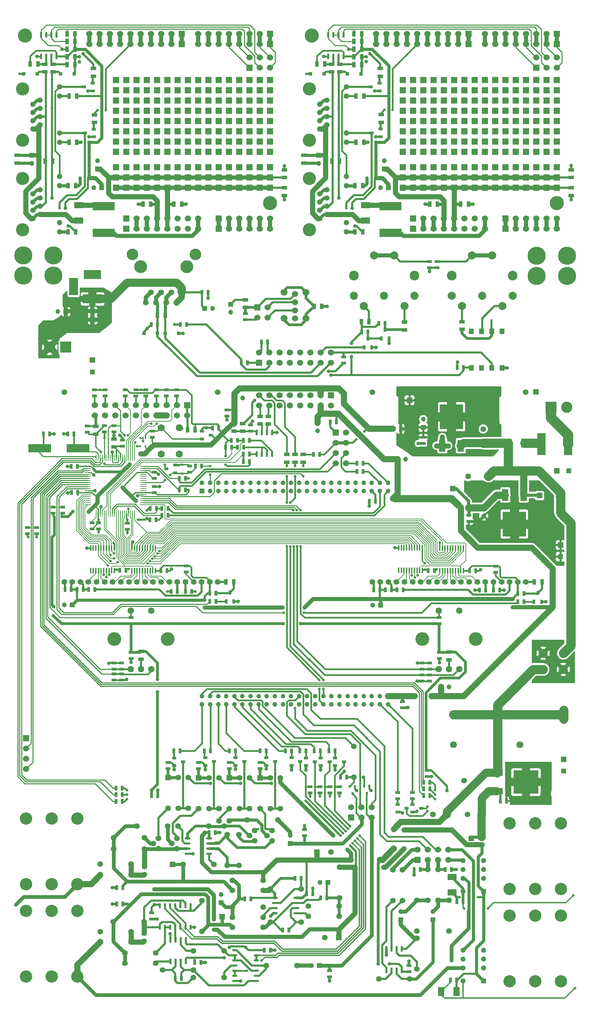
<source format=gtl>
G04 (created by PCBNEW (2013-07-07 BZR 4022)-stable) date 14/04/2014 03:28:28*
%MOIN*%
G04 Gerber Fmt 3.4, Leading zero omitted, Abs format*
%FSLAX34Y34*%
G01*
G70*
G90*
G04 APERTURE LIST*
%ADD10C,0.00590551*%
%ADD11C,0.137795*%
%ADD12C,0.0472441*%
%ADD13R,0.0472441X0.0472441*%
%ADD14C,0.052*%
%ADD15C,0.128*%
%ADD16R,0.06X0.06*%
%ADD17R,0.055X0.035*%
%ADD18R,0.035X0.055*%
%ADD19R,0.0394X0.0315*%
%ADD20R,0.212598X0.0787402*%
%ADD21R,0.0866X0.063*%
%ADD22C,0.06*%
%ADD23R,0.0236X0.0551*%
%ADD24R,0.0335X0.0335*%
%ADD25R,0.055X0.055*%
%ADD26R,0.019685X0.0275591*%
%ADD27R,0.0551X0.0236*%
%ADD28R,0.025X0.045*%
%ADD29C,0.055*%
%ADD30R,0.045X0.025*%
%ADD31R,0.02X0.045*%
%ADD32R,0.045X0.02*%
%ADD33C,0.0551181*%
%ADD34R,0.056X0.056*%
%ADD35C,0.056*%
%ADD36R,0.0787402X0.212598*%
%ADD37R,0.11X0.11*%
%ADD38C,0.11*%
%ADD39R,0.063X0.0866*%
%ADD40R,0.0709X0.0866*%
%ADD41R,0.0551181X0.0551181*%
%ADD42C,0.0570866*%
%ADD43R,0.0570866X0.0570866*%
%ADD44R,0.0511811X0.0511811*%
%ADD45R,0.0165X0.0579*%
%ADD46R,0.012X0.02*%
%ADD47R,0.0110236X0.0590551*%
%ADD48R,0.0590551X0.0110236*%
%ADD49C,0.0629921*%
%ADD50C,0.133858*%
%ADD51C,0.12*%
%ADD52R,0.0452756X0.0452756*%
%ADD53C,0.0452756*%
%ADD54R,0.228X0.244*%
%ADD55R,0.063X0.118*%
%ADD56R,0.244X0.228*%
%ADD57R,0.118X0.063*%
%ADD58R,0.027X0.024*%
%ADD59R,0.22X0.083*%
%ADD60C,0.07*%
%ADD61R,0.0315X0.0394*%
%ADD62C,0.0511811*%
%ADD63R,0.0531496X0.0531496*%
%ADD64C,0.0866142*%
%ADD65R,0.0669291X0.0669291*%
%ADD66C,0.0669291*%
%ADD67R,0.0472441X0.0551181*%
%ADD68R,0.024X0.027*%
%ADD69C,0.177165*%
%ADD70C,0.112205*%
%ADD71C,0.125984*%
%ADD72C,0.0944882*%
%ADD73C,0.0787402*%
%ADD74R,0.169291X0.0905512*%
%ADD75R,0.188976X0.0905512*%
%ADD76R,0.0905512X0.169291*%
%ADD77C,0.035*%
%ADD78C,0.025*%
%ADD79C,0.04*%
%ADD80C,0.02*%
%ADD81C,0.02*%
%ADD82C,0.025*%
%ADD83C,0.06*%
%ADD84C,0.015*%
%ADD85C,0.04*%
%ADD86C,0.012*%
%ADD87C,0.01*%
%ADD88C,0.05*%
%ADD89C,0.03*%
%ADD90C,0.07*%
%ADD91C,0.1*%
%ADD92C,0.08*%
%ADD93C,0.09*%
%ADD94C,0.008*%
%ADD95C,0.035*%
G04 APERTURE END LIST*
G54D10*
G54D11*
X25057Y-17500D03*
X1187Y-1181D03*
G54D12*
X1845Y-13633D03*
G54D13*
X1845Y-12846D03*
G54D12*
X8245Y-13376D03*
G54D13*
X8245Y-14163D03*
G54D12*
X7881Y-16000D03*
G54D13*
X8668Y-16000D03*
G54D14*
X4565Y-20300D03*
X4565Y-19400D03*
X4565Y-15800D03*
X4565Y-14900D03*
X2665Y-16200D03*
X2665Y-17000D03*
X2665Y-17800D03*
X2665Y-18600D03*
X1965Y-17400D03*
X1965Y-18200D03*
X1965Y-16600D03*
X1965Y-19000D03*
G54D15*
X965Y-20100D03*
X965Y-15100D03*
G54D14*
X4565Y-11580D03*
X4565Y-10680D03*
X4565Y-7080D03*
X4565Y-6180D03*
X2665Y-7480D03*
X2665Y-8280D03*
X2665Y-9080D03*
X2665Y-9880D03*
X1965Y-8680D03*
X1965Y-9480D03*
X1965Y-7880D03*
X1965Y-10280D03*
G54D15*
X965Y-11380D03*
X965Y-6380D03*
G54D16*
X25065Y-16000D03*
X24065Y-16000D03*
X23065Y-16000D03*
X22065Y-16000D03*
X21065Y-16000D03*
X20065Y-16000D03*
X19065Y-16000D03*
X16065Y-16000D03*
X15065Y-16000D03*
X17065Y-16000D03*
X18065Y-16000D03*
X14065Y-16000D03*
X13065Y-16000D03*
X10065Y-16000D03*
X11065Y-16000D03*
X12065Y-16000D03*
X25065Y-14000D03*
X24065Y-14000D03*
X23065Y-14000D03*
X22065Y-14000D03*
X21065Y-14000D03*
X20065Y-14000D03*
X19065Y-14000D03*
X16065Y-14000D03*
X15065Y-14000D03*
X17065Y-14000D03*
X18065Y-14000D03*
X14065Y-14000D03*
X13065Y-14000D03*
X10065Y-14000D03*
X11065Y-14000D03*
X12065Y-14000D03*
X25065Y-15000D03*
X24065Y-15000D03*
X23065Y-15000D03*
X22065Y-15000D03*
X21065Y-15000D03*
X20065Y-15000D03*
X19065Y-15000D03*
X16065Y-15000D03*
X15065Y-15000D03*
X17065Y-15000D03*
X18065Y-15000D03*
X14065Y-15000D03*
X13065Y-15000D03*
X10065Y-15000D03*
X11065Y-15000D03*
X12065Y-15000D03*
X25065Y-11500D03*
X24065Y-11500D03*
X23065Y-11500D03*
X22065Y-11500D03*
X21065Y-11500D03*
X20065Y-11500D03*
X19065Y-11500D03*
X16065Y-11500D03*
X15065Y-11500D03*
X17065Y-11500D03*
X18065Y-11500D03*
X14065Y-11500D03*
X13065Y-11500D03*
X10065Y-11500D03*
X11065Y-11500D03*
X12065Y-11500D03*
X12065Y-12500D03*
X11065Y-12500D03*
X10065Y-12500D03*
X13065Y-12500D03*
X14065Y-12500D03*
X18065Y-12500D03*
X17065Y-12500D03*
X15065Y-12500D03*
X16065Y-12500D03*
X19065Y-12500D03*
X20065Y-12500D03*
X21065Y-12500D03*
X22065Y-12500D03*
X23065Y-12500D03*
X24065Y-12500D03*
X25065Y-12500D03*
X25065Y-10500D03*
X24065Y-10500D03*
X23065Y-10500D03*
X22065Y-10500D03*
X21065Y-10500D03*
X20065Y-10500D03*
X19065Y-10500D03*
X16065Y-10500D03*
X15065Y-10500D03*
X17065Y-10500D03*
X18065Y-10500D03*
X14065Y-10500D03*
X13065Y-10500D03*
X10065Y-10500D03*
X11065Y-10500D03*
X12065Y-10500D03*
X12065Y-9500D03*
X11065Y-9500D03*
X10065Y-9500D03*
X13065Y-9500D03*
X14065Y-9500D03*
X18065Y-9500D03*
X17065Y-9500D03*
X15065Y-9500D03*
X16065Y-9500D03*
X19065Y-9500D03*
X20065Y-9500D03*
X21065Y-9500D03*
X22065Y-9500D03*
X23065Y-9500D03*
X24065Y-9500D03*
X25065Y-9500D03*
X25065Y-8500D03*
X24065Y-8500D03*
X23065Y-8500D03*
X22065Y-8500D03*
X21065Y-8500D03*
X20065Y-8500D03*
X19065Y-8500D03*
X16065Y-8500D03*
X15065Y-8500D03*
X17065Y-8500D03*
X18065Y-8500D03*
X14065Y-8500D03*
X13065Y-8500D03*
X10065Y-8500D03*
X11065Y-8500D03*
X12065Y-8500D03*
X12065Y-7500D03*
X11065Y-7500D03*
X10065Y-7500D03*
X13065Y-7500D03*
X14065Y-7500D03*
X18065Y-7500D03*
X17065Y-7500D03*
X15065Y-7500D03*
X16065Y-7500D03*
X19065Y-7500D03*
X20065Y-7500D03*
X21065Y-7500D03*
X22065Y-7500D03*
X23065Y-7500D03*
X24065Y-7500D03*
X25065Y-7500D03*
X25065Y-6500D03*
X24065Y-6500D03*
X23065Y-6500D03*
X22065Y-6500D03*
X21065Y-6500D03*
X20065Y-6500D03*
X19065Y-6500D03*
X16065Y-6500D03*
X15065Y-6500D03*
X17065Y-6500D03*
X18065Y-6500D03*
X14065Y-6500D03*
X13065Y-6500D03*
X10065Y-6500D03*
X11065Y-6500D03*
X12065Y-6500D03*
X12065Y-5500D03*
X11065Y-5500D03*
X10065Y-5500D03*
X13065Y-5500D03*
X14065Y-5500D03*
X18065Y-5500D03*
X17065Y-5500D03*
X15065Y-5500D03*
X16065Y-5500D03*
X19065Y-5500D03*
X20065Y-5500D03*
X21065Y-5500D03*
X22065Y-5500D03*
X23065Y-5500D03*
X24065Y-5500D03*
X25065Y-5500D03*
G54D17*
X7855Y-5135D03*
X7855Y-4385D03*
G54D18*
X5390Y-20300D03*
X6140Y-20300D03*
X5390Y-15800D03*
X6140Y-15800D03*
X5490Y-11580D03*
X6240Y-11580D03*
G54D17*
X7965Y-9645D03*
X7965Y-8895D03*
G54D18*
X5490Y-7080D03*
X6240Y-7080D03*
G54D19*
X7032Y-10670D03*
X7898Y-10295D03*
X7898Y-11045D03*
G54D20*
X8865Y-20399D03*
X8865Y-17800D03*
G54D21*
X6425Y-19208D03*
X6425Y-17712D03*
G54D22*
X7465Y-2000D03*
X10465Y-2000D03*
X11465Y-2000D03*
X9465Y-2000D03*
X8465Y-2000D03*
X12465Y-2000D03*
X13465Y-2000D03*
G54D16*
X16465Y-2000D03*
G54D22*
X15465Y-2000D03*
X14465Y-2000D03*
X25065Y-19000D03*
X24065Y-19000D03*
X23065Y-19000D03*
G54D16*
X20065Y-19000D03*
G54D22*
X21065Y-19000D03*
X22065Y-19000D03*
X19065Y-2000D03*
X20065Y-2000D03*
X18065Y-2000D03*
X21065Y-2000D03*
X22065Y-2000D03*
G54D16*
X25065Y-2000D03*
G54D22*
X24065Y-2000D03*
X23065Y-2000D03*
X17065Y-19000D03*
X16065Y-19000D03*
X18065Y-19000D03*
X15065Y-19000D03*
X14065Y-19000D03*
G54D16*
X11065Y-19000D03*
G54D22*
X12065Y-19000D03*
X13065Y-19000D03*
G54D16*
X23065Y-4300D03*
G54D22*
X23065Y-3300D03*
X24065Y-4300D03*
X24065Y-3300D03*
X25065Y-4300D03*
X25065Y-3300D03*
G54D18*
X16450Y-17620D03*
X15700Y-17620D03*
G54D17*
X3125Y-4725D03*
X3125Y-3975D03*
G54D18*
X12680Y-17620D03*
X13430Y-17620D03*
X6050Y-3250D03*
X5300Y-3250D03*
X1700Y-3950D03*
X2450Y-3950D03*
X5300Y-4000D03*
X6050Y-4000D03*
G54D17*
X3925Y-4725D03*
X3925Y-3975D03*
G54D18*
X3900Y-13400D03*
X3150Y-13400D03*
X5300Y-1000D03*
X6050Y-1000D03*
X5300Y-1750D03*
X6050Y-1750D03*
X5300Y-2500D03*
X6050Y-2500D03*
G54D17*
X415Y-13605D03*
X415Y-12855D03*
X26465Y-16775D03*
X26465Y-16025D03*
X26465Y-14275D03*
X26465Y-15025D03*
G54D23*
X4275Y-3200D03*
X4275Y-1100D03*
X3775Y-3200D03*
X3275Y-3200D03*
X2775Y-3200D03*
X3775Y-1100D03*
X3275Y-1100D03*
X2775Y-1100D03*
G54D24*
X5984Y-4900D03*
X4666Y-4900D03*
X1066Y-4900D03*
X2384Y-4900D03*
G54D22*
X7465Y-1000D03*
X10465Y-1000D03*
X11465Y-1000D03*
X9465Y-1000D03*
X8465Y-1000D03*
X12465Y-1000D03*
X13465Y-1000D03*
G54D16*
X16465Y-1000D03*
G54D22*
X15465Y-1000D03*
X14465Y-1000D03*
X25065Y-20000D03*
X24065Y-20000D03*
X23065Y-20000D03*
G54D16*
X20065Y-20000D03*
G54D22*
X21065Y-20000D03*
X22065Y-20000D03*
X17065Y-20000D03*
X16065Y-20000D03*
X18065Y-20000D03*
X15065Y-20000D03*
X14065Y-20000D03*
G54D16*
X11065Y-20000D03*
G54D22*
X12065Y-20000D03*
X13065Y-20000D03*
X19065Y-1000D03*
X20065Y-1000D03*
X18065Y-1000D03*
X21065Y-1000D03*
X22065Y-1000D03*
G54D16*
X25065Y-1000D03*
G54D22*
X24065Y-1000D03*
X23065Y-1000D03*
G54D19*
X6937Y-6190D03*
X7803Y-5815D03*
X7803Y-6565D03*
G54D12*
X27026Y-79140D03*
G54D13*
X27026Y-79927D03*
G54D25*
X44656Y-79438D03*
G54D26*
X32820Y-74364D03*
X33331Y-74364D03*
X33076Y-75073D03*
X34220Y-74344D03*
X34731Y-74344D03*
X34476Y-75053D03*
G54D27*
X27626Y-85238D03*
X25526Y-85238D03*
X27626Y-85738D03*
X27626Y-86238D03*
X27626Y-86738D03*
X25526Y-85738D03*
X25526Y-86238D03*
X25526Y-86738D03*
G54D28*
X28086Y-83348D03*
X27486Y-83348D03*
X30606Y-85238D03*
X30006Y-85238D03*
X26878Y-88365D03*
X26278Y-88365D03*
X10126Y-85838D03*
X10726Y-85838D03*
X10126Y-84228D03*
X10726Y-84228D03*
X22596Y-85328D03*
X23196Y-85328D03*
X29216Y-84838D03*
X28616Y-84838D03*
G54D29*
X25086Y-87618D03*
X28086Y-87618D03*
X21376Y-88108D03*
X24376Y-88108D03*
X31806Y-87038D03*
X28806Y-87038D03*
X31826Y-82258D03*
X31826Y-85258D03*
X21396Y-84508D03*
X24396Y-84508D03*
X25086Y-84368D03*
X28086Y-84368D03*
X21376Y-87128D03*
X24376Y-87128D03*
X31806Y-86058D03*
X28806Y-86058D03*
X21376Y-86148D03*
X24376Y-86148D03*
X24396Y-83528D03*
X21396Y-83528D03*
G54D12*
X29912Y-83758D03*
G54D13*
X30699Y-83758D03*
G54D12*
X20296Y-84925D03*
G54D13*
X20296Y-85712D03*
G54D29*
X9796Y-87578D03*
X12796Y-87578D03*
G54D12*
X12796Y-89452D03*
G54D13*
X12796Y-88665D03*
G54D29*
X11526Y-89538D03*
X8526Y-89538D03*
X11536Y-88558D03*
X8536Y-88558D03*
X17576Y-90398D03*
X20576Y-90398D03*
X13916Y-91598D03*
X10916Y-91598D03*
X17596Y-92998D03*
X20596Y-92998D03*
X17596Y-92278D03*
X14596Y-92278D03*
X18416Y-88518D03*
X18416Y-85518D03*
X13916Y-90618D03*
X10916Y-90618D03*
G54D28*
X15816Y-93098D03*
X16416Y-93098D03*
X25086Y-90328D03*
X24486Y-90328D03*
X18316Y-91558D03*
X17716Y-91558D03*
G54D30*
X13516Y-87318D03*
X13516Y-86718D03*
G54D31*
X14336Y-88118D03*
X14836Y-88118D03*
X15336Y-88118D03*
X15836Y-88118D03*
X16336Y-88118D03*
X16836Y-88118D03*
X17336Y-88118D03*
X17336Y-86018D03*
X16836Y-86018D03*
X16336Y-86018D03*
X15836Y-86018D03*
X15336Y-86018D03*
X14836Y-86018D03*
X14336Y-86018D03*
G54D32*
X21616Y-90338D03*
X21616Y-90838D03*
X21616Y-91338D03*
X21616Y-91838D03*
X21616Y-92338D03*
X21616Y-92838D03*
X21616Y-93338D03*
X23716Y-93338D03*
X23716Y-92838D03*
X23716Y-92338D03*
X23716Y-91838D03*
X23716Y-91338D03*
X23716Y-90838D03*
X23716Y-90338D03*
G54D23*
X16846Y-91448D03*
X16846Y-89348D03*
X16346Y-91448D03*
X15846Y-91448D03*
X15346Y-91448D03*
X16346Y-89348D03*
X15846Y-89348D03*
X15346Y-89348D03*
G54D30*
X18096Y-72638D03*
X18096Y-72038D03*
X24076Y-72648D03*
X24076Y-72048D03*
X21096Y-72638D03*
X21096Y-72038D03*
X15126Y-72648D03*
X15126Y-72048D03*
G54D19*
X16604Y-71973D03*
X15738Y-72348D03*
X15738Y-71598D03*
X19609Y-71953D03*
X18743Y-72328D03*
X18743Y-71578D03*
X22569Y-71953D03*
X21703Y-72328D03*
X21703Y-71578D03*
X25559Y-71953D03*
X24693Y-72328D03*
X24693Y-71578D03*
G54D33*
X25271Y-79683D03*
X24771Y-79183D03*
X25271Y-78683D03*
X21081Y-77738D03*
X20581Y-78238D03*
X20081Y-77738D03*
X23546Y-79683D03*
X23046Y-79183D03*
X23546Y-78683D03*
X16006Y-80438D03*
X15506Y-79938D03*
X16006Y-79438D03*
X14206Y-80438D03*
X13706Y-79938D03*
X14206Y-79438D03*
G54D27*
X19131Y-79438D03*
X17031Y-79438D03*
X19131Y-79938D03*
X19131Y-80438D03*
X19131Y-80938D03*
X17031Y-79938D03*
X17031Y-80438D03*
X17031Y-80938D03*
G54D28*
X19731Y-78888D03*
X19131Y-78888D03*
G54D30*
X28436Y-78588D03*
X28436Y-79188D03*
X19931Y-80488D03*
X19931Y-79888D03*
G54D29*
X23071Y-73548D03*
X23071Y-76548D03*
X25826Y-77633D03*
X22826Y-77633D03*
X17103Y-73526D03*
X17103Y-76526D03*
X20906Y-79088D03*
X20906Y-82088D03*
X19581Y-81963D03*
X16581Y-81963D03*
X26056Y-73558D03*
X26056Y-76558D03*
X16123Y-73526D03*
X16123Y-76526D03*
X22096Y-73538D03*
X22096Y-76538D03*
X20096Y-73528D03*
X20096Y-76528D03*
X19116Y-73528D03*
X19116Y-76528D03*
X25076Y-73558D03*
X25076Y-76558D03*
X9831Y-80488D03*
X12831Y-80488D03*
X22031Y-82088D03*
X22031Y-79088D03*
X11531Y-83013D03*
X8531Y-83013D03*
X11536Y-81938D03*
X8536Y-81938D03*
X9831Y-79363D03*
X12831Y-79363D03*
X12106Y-78238D03*
X15106Y-78238D03*
X16081Y-78238D03*
X19081Y-78238D03*
G54D34*
X18096Y-73538D03*
G54D35*
X18096Y-76538D03*
G54D34*
X21096Y-73538D03*
G54D35*
X21096Y-76538D03*
G54D34*
X24076Y-73558D03*
G54D35*
X24076Y-76558D03*
G54D34*
X15123Y-73526D03*
G54D35*
X15123Y-76526D03*
G54D12*
X12831Y-82952D03*
G54D13*
X12831Y-82165D03*
G54D33*
X19185Y-54433D03*
X19973Y-54433D03*
X5012Y-35929D03*
X16036Y-54433D03*
X16823Y-54433D03*
X17611Y-54433D03*
X12886Y-54433D03*
X13674Y-54433D03*
X14461Y-54433D03*
X10524Y-54433D03*
X11311Y-54433D03*
X12099Y-54433D03*
X7374Y-54433D03*
X8162Y-54433D03*
X8949Y-54433D03*
X5012Y-54433D03*
X5800Y-54433D03*
X19973Y-35929D03*
X15248Y-54433D03*
X18398Y-54433D03*
X6587Y-54433D03*
X9737Y-54433D03*
G54D36*
X54107Y-41008D03*
X51508Y-41008D03*
G54D17*
X28292Y-42017D03*
X28292Y-42767D03*
G54D18*
X44401Y-47203D03*
X43651Y-47203D03*
G54D17*
X9856Y-40518D03*
X9856Y-41268D03*
X45676Y-79303D03*
X45676Y-80053D03*
X42496Y-61278D03*
X42496Y-62028D03*
X12491Y-61223D03*
X12491Y-61973D03*
G54D18*
X37791Y-39518D03*
X37041Y-39518D03*
X20766Y-54438D03*
X21516Y-54438D03*
G54D17*
X8096Y-40028D03*
X8096Y-39278D03*
X24894Y-38307D03*
X24894Y-39057D03*
X24107Y-39057D03*
X24107Y-38307D03*
G54D18*
X50806Y-54433D03*
X51556Y-54433D03*
G54D30*
X8916Y-39823D03*
X8916Y-39223D03*
X13791Y-45728D03*
X13791Y-45128D03*
G54D28*
X6316Y-45723D03*
X5716Y-45723D03*
X20051Y-39438D03*
X19451Y-39438D03*
X29303Y-42014D03*
X29903Y-42014D03*
G54D30*
X7271Y-39828D03*
X7271Y-39228D03*
X10676Y-41193D03*
X10676Y-40593D03*
X11166Y-48693D03*
X11166Y-49293D03*
X13796Y-44348D03*
X13796Y-43748D03*
G54D28*
X13371Y-48388D03*
X13971Y-48388D03*
X13381Y-47278D03*
X13981Y-47278D03*
X16821Y-44358D03*
X16221Y-44358D03*
X16816Y-45473D03*
X16216Y-45473D03*
G54D30*
X3936Y-47743D03*
X3936Y-47143D03*
X4846Y-47743D03*
X4846Y-47143D03*
X13601Y-40353D03*
X13601Y-39753D03*
X9856Y-39813D03*
X9856Y-39213D03*
G54D28*
X21876Y-41313D03*
X22476Y-41313D03*
G54D30*
X37486Y-75578D03*
X37486Y-74978D03*
X38916Y-75578D03*
X38916Y-74978D03*
G54D28*
X43856Y-85598D03*
X43256Y-85598D03*
X42616Y-93248D03*
X43216Y-93248D03*
G54D30*
X37960Y-66693D03*
X37960Y-66093D03*
G54D28*
X35336Y-46583D03*
X34736Y-46583D03*
X31526Y-38858D03*
X30926Y-38858D03*
G54D30*
X20846Y-37687D03*
X20846Y-38287D03*
G54D28*
X47486Y-75798D03*
X48086Y-75798D03*
G54D30*
X39984Y-40352D03*
X39984Y-40952D03*
X44416Y-47943D03*
X44416Y-48543D03*
G54D28*
X22466Y-41983D03*
X23066Y-41983D03*
X22466Y-40643D03*
X23066Y-40643D03*
X15131Y-47273D03*
X14531Y-47273D03*
X14531Y-47958D03*
X15131Y-47958D03*
X34116Y-43668D03*
X33516Y-43668D03*
X33516Y-42878D03*
X34116Y-42878D03*
X6291Y-43173D03*
X5691Y-43173D03*
G54D30*
X23156Y-39143D03*
X23156Y-39743D03*
X47036Y-52923D03*
X47036Y-53523D03*
X11511Y-58523D03*
X11511Y-57923D03*
X1424Y-49753D03*
X1424Y-49153D03*
X2318Y-49751D03*
X2318Y-49151D03*
G54D28*
X10646Y-75833D03*
X10046Y-75833D03*
X10646Y-75178D03*
X10046Y-75178D03*
X10646Y-74528D03*
X10046Y-74528D03*
X40636Y-75268D03*
X40036Y-75268D03*
X40636Y-74618D03*
X40036Y-74618D03*
X40636Y-73968D03*
X40036Y-73968D03*
X49786Y-56388D03*
X49186Y-56388D03*
X49186Y-55573D03*
X49786Y-55573D03*
X35745Y-55221D03*
X35145Y-55221D03*
X36287Y-55221D03*
X36887Y-55221D03*
X38029Y-55221D03*
X37429Y-55221D03*
X45444Y-55257D03*
X46044Y-55257D03*
X47428Y-55259D03*
X46828Y-55259D03*
X40446Y-53333D03*
X41046Y-53333D03*
X44506Y-53338D03*
X45106Y-53338D03*
X19791Y-56333D03*
X19191Y-56333D03*
X19181Y-55528D03*
X19781Y-55528D03*
X5706Y-55181D03*
X5106Y-55181D03*
X6248Y-55181D03*
X6848Y-55181D03*
X7989Y-55181D03*
X7389Y-55181D03*
G54D30*
X16896Y-52878D03*
X16896Y-53478D03*
G54D28*
X17424Y-55373D03*
X16824Y-55373D03*
X15442Y-55373D03*
X16042Y-55373D03*
X14437Y-53331D03*
X15037Y-53331D03*
X10416Y-53293D03*
X11016Y-53293D03*
G54D30*
X9849Y-62957D03*
X9849Y-62357D03*
G54D28*
X2996Y-40003D03*
X3596Y-40003D03*
X5946Y-40003D03*
X5346Y-40003D03*
G54D30*
X7965Y-35708D03*
X7965Y-36308D03*
X8988Y-35708D03*
X8988Y-36308D03*
X11981Y-35708D03*
X11981Y-36308D03*
X12965Y-35708D03*
X12965Y-36308D03*
X10957Y-35708D03*
X10957Y-36308D03*
X13988Y-35708D03*
X13988Y-36308D03*
X14973Y-35708D03*
X14973Y-36308D03*
X15957Y-35708D03*
X15957Y-36308D03*
X41566Y-61313D03*
X41566Y-61913D03*
X40596Y-63523D03*
X40596Y-64123D03*
X40596Y-62943D03*
X40596Y-62343D03*
X39866Y-63523D03*
X39866Y-64123D03*
X9849Y-63399D03*
X9849Y-63999D03*
X10597Y-62957D03*
X10597Y-62357D03*
X10597Y-63399D03*
X10597Y-63999D03*
X11526Y-61293D03*
X11526Y-61893D03*
X41517Y-58523D03*
X41517Y-57923D03*
X39856Y-62953D03*
X39856Y-62353D03*
G54D25*
X50973Y-35926D03*
X51312Y-46018D03*
X38656Y-36733D03*
X42861Y-45353D03*
G54D16*
X30996Y-36253D03*
G54D22*
X30996Y-37253D03*
X29996Y-36253D03*
X29996Y-37253D03*
X28996Y-36253D03*
X28996Y-37253D03*
X27996Y-36253D03*
X27996Y-37253D03*
X26996Y-36253D03*
X26996Y-37253D03*
X25996Y-36253D03*
X25996Y-37253D03*
X24996Y-36253D03*
X24996Y-37253D03*
X23996Y-36253D03*
X23996Y-37253D03*
G54D16*
X31471Y-39878D03*
G54D22*
X32471Y-39878D03*
X31471Y-40878D03*
X32471Y-40878D03*
X31471Y-41878D03*
X32471Y-41878D03*
X31471Y-42878D03*
X32471Y-42878D03*
X15976Y-37223D03*
X14976Y-37223D03*
X15976Y-38223D03*
X14976Y-38223D03*
X12976Y-37223D03*
X11976Y-37223D03*
X12976Y-38223D03*
X11976Y-38223D03*
X9976Y-37223D03*
X8976Y-37223D03*
X9976Y-38223D03*
X8976Y-38223D03*
G54D16*
X16976Y-37223D03*
G54D22*
X13976Y-37223D03*
X16976Y-38223D03*
X13976Y-38223D03*
X10976Y-37223D03*
X7976Y-37223D03*
X10976Y-38223D03*
X7976Y-38223D03*
G54D37*
X52414Y-37425D03*
G54D38*
X53973Y-37425D03*
G54D21*
X42776Y-83210D03*
X42776Y-84706D03*
G54D39*
X41718Y-94368D03*
X43214Y-94368D03*
G54D40*
X49846Y-40913D03*
X48266Y-40913D03*
G54D33*
X43957Y-73808D03*
G54D41*
X45335Y-73808D03*
G54D33*
X45836Y-39534D03*
G54D41*
X45836Y-40912D03*
G54D12*
X38269Y-42468D03*
G54D13*
X37482Y-42468D03*
G54D12*
X22392Y-36499D03*
G54D13*
X21605Y-36499D03*
G54D12*
X29676Y-39722D03*
G54D13*
X29676Y-38935D03*
G54D12*
X35052Y-56717D03*
G54D13*
X35839Y-56717D03*
G54D12*
X42507Y-64667D03*
G54D13*
X41720Y-64667D03*
G54D12*
X5012Y-56677D03*
G54D13*
X5800Y-56677D03*
G54D12*
X45876Y-48003D03*
G54D13*
X45876Y-47216D03*
G54D12*
X39984Y-38585D03*
G54D13*
X39984Y-39372D03*
G54D42*
X44361Y-44133D03*
G54D43*
X46330Y-44133D03*
G54D44*
X53655Y-66958D03*
X53655Y-72864D03*
X48243Y-43618D03*
X54148Y-43618D03*
X53354Y-46075D03*
X53354Y-51980D03*
G54D45*
X42869Y-51131D03*
X42613Y-51131D03*
X42357Y-51131D03*
X42101Y-51131D03*
X43633Y-53333D03*
X43637Y-51131D03*
X43381Y-51131D03*
X43125Y-51131D03*
X41845Y-53335D03*
X42101Y-53335D03*
X42357Y-53335D03*
X42613Y-53335D03*
X42869Y-53335D03*
X43125Y-53335D03*
X41845Y-51131D03*
X43381Y-53333D03*
X43893Y-51131D03*
X41589Y-51131D03*
X41589Y-53335D03*
X43893Y-53335D03*
X38874Y-51121D03*
X38618Y-51121D03*
X38362Y-51121D03*
X38106Y-51121D03*
X39638Y-53323D03*
X39642Y-51121D03*
X39386Y-51121D03*
X39130Y-51121D03*
X37850Y-53325D03*
X38106Y-53325D03*
X38362Y-53325D03*
X38618Y-53325D03*
X38874Y-53325D03*
X39130Y-53325D03*
X37850Y-51121D03*
X39386Y-53323D03*
X39898Y-51121D03*
X37594Y-51121D03*
X37594Y-53325D03*
X39898Y-53325D03*
G54D46*
X12939Y-40411D03*
X12439Y-40411D03*
X12939Y-41211D03*
X12689Y-40411D03*
X12439Y-41211D03*
G54D30*
X8366Y-48683D03*
X8366Y-49283D03*
G54D47*
X11863Y-42327D03*
X11666Y-42327D03*
X11469Y-42327D03*
X11273Y-42327D03*
X11076Y-42327D03*
X10879Y-42327D03*
X10682Y-42327D03*
X10485Y-42327D03*
X10288Y-42327D03*
X10091Y-42327D03*
X9895Y-42327D03*
X9698Y-42327D03*
X9501Y-42327D03*
X9304Y-42327D03*
X9107Y-42327D03*
X8910Y-42327D03*
X8713Y-42327D03*
X8517Y-42327D03*
X8320Y-42327D03*
X8123Y-42327D03*
G54D48*
X7276Y-43173D03*
X7276Y-43370D03*
X7276Y-43567D03*
X7276Y-43764D03*
X7276Y-43961D03*
X7276Y-44158D03*
X7276Y-44354D03*
X7276Y-44551D03*
X7276Y-44748D03*
X7276Y-44945D03*
X7276Y-45142D03*
X7276Y-45339D03*
X7276Y-45536D03*
X7276Y-45732D03*
X7276Y-45929D03*
X7276Y-46126D03*
X7276Y-46323D03*
X7276Y-46520D03*
X7276Y-46717D03*
X7276Y-46914D03*
G54D47*
X8123Y-47760D03*
X8320Y-47760D03*
X8517Y-47760D03*
X8713Y-47760D03*
X8910Y-47760D03*
X9107Y-47760D03*
X9304Y-47760D03*
X9501Y-47760D03*
X9698Y-47760D03*
X9895Y-47760D03*
X10091Y-47760D03*
X10288Y-47760D03*
X10485Y-47760D03*
X10682Y-47760D03*
X10879Y-47760D03*
X11076Y-47760D03*
X11273Y-47760D03*
X11469Y-47760D03*
X11666Y-47760D03*
X11863Y-47760D03*
G54D48*
X12710Y-46914D03*
X12710Y-46717D03*
X12710Y-46520D03*
X12710Y-46323D03*
X12710Y-46126D03*
X12710Y-45929D03*
X12710Y-45732D03*
X12710Y-45536D03*
X12710Y-45339D03*
X12710Y-45142D03*
X12710Y-44945D03*
X12710Y-44748D03*
X12710Y-44551D03*
X12710Y-44354D03*
X12710Y-44158D03*
X12710Y-43961D03*
X12710Y-43764D03*
X12710Y-43567D03*
X12710Y-43370D03*
X12710Y-43173D03*
G54D49*
X11509Y-62955D03*
X11509Y-57246D03*
X13478Y-62955D03*
X13478Y-57246D03*
X12493Y-62955D03*
G54D50*
X9894Y-60004D03*
X15091Y-60004D03*
G54D49*
X41509Y-62955D03*
X41509Y-57246D03*
X43478Y-62955D03*
X43478Y-57246D03*
X42493Y-62955D03*
G54D50*
X39894Y-60004D03*
X45091Y-60004D03*
G54D51*
X3793Y-77511D03*
X1293Y-77511D03*
X6308Y-77511D03*
X3793Y-83901D03*
X1293Y-83901D03*
X6293Y-83901D03*
X3793Y-86511D03*
X1293Y-86511D03*
X6308Y-86511D03*
X3793Y-92901D03*
X1293Y-92901D03*
X6293Y-92901D03*
X50893Y-84376D03*
X53393Y-84376D03*
X48378Y-84376D03*
X50893Y-77986D03*
X53393Y-77986D03*
X48393Y-77986D03*
X50893Y-93376D03*
X53393Y-93376D03*
X48378Y-93376D03*
X50893Y-86986D03*
X53393Y-86986D03*
X48393Y-86986D03*
G54D33*
X49185Y-54433D03*
X49973Y-54433D03*
X35012Y-35929D03*
X46036Y-54433D03*
X46823Y-54433D03*
X47611Y-54433D03*
X42886Y-54433D03*
X43674Y-54433D03*
X44461Y-54433D03*
X40524Y-54433D03*
X41311Y-54433D03*
X42099Y-54433D03*
X37374Y-54433D03*
X38162Y-54433D03*
X38949Y-54433D03*
X35012Y-54433D03*
X35800Y-54433D03*
X49973Y-35929D03*
X45248Y-54433D03*
X48398Y-54433D03*
X36587Y-54433D03*
X39737Y-54433D03*
G54D52*
X18437Y-45575D03*
G54D53*
X18437Y-44788D03*
X19225Y-45575D03*
X19225Y-44788D03*
X20012Y-45575D03*
X20012Y-44788D03*
X20800Y-45575D03*
X20800Y-44788D03*
X21587Y-45575D03*
X21587Y-44788D03*
X22374Y-45575D03*
X22374Y-44788D03*
X23162Y-45575D03*
X23162Y-44788D03*
X23949Y-45575D03*
X23949Y-44788D03*
X24737Y-45575D03*
X24737Y-44788D03*
X25524Y-45575D03*
X25524Y-44788D03*
X26311Y-45575D03*
X26311Y-44788D03*
X27099Y-45575D03*
X27099Y-44788D03*
X27886Y-45575D03*
X27886Y-44788D03*
X28674Y-45575D03*
X28674Y-44788D03*
X29461Y-45575D03*
X29461Y-44788D03*
X30248Y-45575D03*
X30248Y-44788D03*
X31036Y-45575D03*
X31036Y-44788D03*
X31823Y-45575D03*
X31823Y-44788D03*
X32611Y-45575D03*
X32611Y-44788D03*
X33398Y-45575D03*
X33398Y-44788D03*
X34185Y-45575D03*
X34185Y-44788D03*
X34973Y-45575D03*
X34973Y-44788D03*
X35760Y-45575D03*
X35760Y-44788D03*
X36548Y-45575D03*
X36548Y-44788D03*
G54D52*
X36548Y-65575D03*
G54D53*
X36548Y-66363D03*
X35760Y-65575D03*
X35760Y-66363D03*
X34973Y-65575D03*
X34973Y-66363D03*
X34185Y-65575D03*
X34185Y-66363D03*
X33398Y-65575D03*
X33398Y-66363D03*
X32611Y-65575D03*
X32611Y-66363D03*
X31823Y-65575D03*
X31823Y-66363D03*
X31036Y-65575D03*
X31036Y-66363D03*
X30248Y-65575D03*
X30248Y-66363D03*
X29461Y-65575D03*
X29461Y-66363D03*
X28674Y-65575D03*
X28674Y-66363D03*
X27886Y-65575D03*
X27886Y-66363D03*
X27099Y-65575D03*
X27099Y-66363D03*
X26311Y-65575D03*
X26311Y-66363D03*
X25524Y-65575D03*
X25524Y-66363D03*
X24737Y-65575D03*
X24737Y-66363D03*
X23949Y-65575D03*
X23949Y-66363D03*
X23162Y-65575D03*
X23162Y-66363D03*
X22374Y-65575D03*
X22374Y-66363D03*
X21587Y-65575D03*
X21587Y-66363D03*
X20800Y-65575D03*
X20800Y-66363D03*
X20012Y-65575D03*
X20012Y-66363D03*
X19225Y-65575D03*
X19225Y-66363D03*
X18437Y-65575D03*
X18437Y-66363D03*
G54D54*
X48862Y-48793D03*
G54D55*
X49762Y-45963D03*
X47962Y-45963D03*
G54D54*
X42736Y-38333D03*
G54D55*
X41836Y-41163D03*
X43636Y-41163D03*
G54D56*
X49994Y-73953D03*
G54D57*
X47164Y-73053D03*
X47164Y-74853D03*
G54D45*
X8864Y-51131D03*
X8608Y-51131D03*
X8352Y-51131D03*
X8096Y-51131D03*
X9628Y-53333D03*
X9632Y-51131D03*
X9376Y-51131D03*
X9120Y-51131D03*
X7840Y-53335D03*
X8096Y-53335D03*
X8352Y-53335D03*
X8608Y-53335D03*
X8864Y-53335D03*
X9120Y-53335D03*
X7840Y-51131D03*
X9376Y-53333D03*
X9888Y-51131D03*
X7584Y-51131D03*
X7584Y-53335D03*
X9888Y-53335D03*
X12876Y-51127D03*
X12620Y-51127D03*
X12364Y-51127D03*
X12108Y-51127D03*
X13640Y-53329D03*
X13644Y-51127D03*
X13388Y-51127D03*
X13132Y-51127D03*
X11852Y-53331D03*
X12108Y-53331D03*
X12364Y-53331D03*
X12620Y-53331D03*
X12876Y-53331D03*
X13132Y-53331D03*
X11852Y-51127D03*
X13388Y-53329D03*
X13900Y-51127D03*
X11596Y-51127D03*
X11596Y-53331D03*
X13900Y-53331D03*
G54D19*
X14948Y-43418D03*
X15814Y-43043D03*
X15814Y-43793D03*
G54D28*
X18391Y-43153D03*
X17791Y-43153D03*
G54D30*
X17221Y-43128D03*
X17221Y-43728D03*
G54D58*
X16491Y-43008D03*
X16491Y-43888D03*
G54D59*
X2626Y-41403D03*
X6366Y-41403D03*
G54D18*
X17771Y-39608D03*
X17021Y-39608D03*
G54D23*
X23766Y-39883D03*
X23766Y-41983D03*
X24266Y-39883D03*
X24766Y-39883D03*
X25266Y-39883D03*
X24266Y-41983D03*
X24766Y-41983D03*
X25266Y-41983D03*
G54D17*
X22376Y-38998D03*
X22376Y-39748D03*
X21556Y-38993D03*
X21556Y-39743D03*
G54D28*
X20726Y-41313D03*
X21326Y-41313D03*
X23066Y-42693D03*
X22466Y-42693D03*
X21286Y-40643D03*
X21886Y-40643D03*
G54D30*
X7716Y-49283D03*
X7716Y-48683D03*
G54D16*
X1296Y-69678D03*
G54D22*
X1296Y-70678D03*
X1296Y-71678D03*
X1296Y-72678D03*
G54D17*
X26696Y-42768D03*
X26696Y-42018D03*
G54D19*
X19289Y-40133D03*
X18423Y-40508D03*
X18423Y-39758D03*
G54D60*
X14445Y-39403D03*
X16217Y-39403D03*
X14445Y-41963D03*
X16217Y-41963D03*
G54D28*
X13539Y-75283D03*
X14139Y-75283D03*
G54D30*
X40346Y-72798D03*
X40346Y-73398D03*
G54D19*
X39779Y-76508D03*
X38913Y-76883D03*
X38913Y-76133D03*
X38359Y-76508D03*
X37493Y-76883D03*
X37493Y-76133D03*
G54D61*
X21166Y-55465D03*
X21541Y-56331D03*
X20791Y-56331D03*
X51146Y-55520D03*
X51521Y-56386D03*
X50771Y-56386D03*
G54D17*
X27484Y-42768D03*
X27484Y-42018D03*
G54D19*
X32269Y-71978D03*
X31403Y-72353D03*
X31403Y-71603D03*
X30849Y-71978D03*
X29983Y-72353D03*
X29983Y-71603D03*
X29429Y-71978D03*
X28563Y-72353D03*
X28563Y-71603D03*
X28009Y-71958D03*
X27143Y-72333D03*
X27143Y-71583D03*
G54D30*
X30846Y-92958D03*
X30846Y-92358D03*
G54D29*
X27676Y-91838D03*
X24676Y-91838D03*
G54D12*
X29082Y-91838D03*
G54D13*
X29869Y-91838D03*
G54D30*
X29916Y-74398D03*
X29916Y-74998D03*
X28956Y-74398D03*
X28956Y-74998D03*
X30876Y-74398D03*
X30876Y-74998D03*
X31836Y-74398D03*
X31836Y-74998D03*
G54D23*
X37906Y-92308D03*
X37906Y-90208D03*
X37406Y-92308D03*
X36906Y-92308D03*
X36406Y-92308D03*
X37406Y-90208D03*
X36906Y-90208D03*
X36406Y-90208D03*
G54D29*
X39356Y-89178D03*
X39356Y-92178D03*
X37956Y-85498D03*
X37956Y-82498D03*
X39356Y-85478D03*
X39356Y-88478D03*
X40416Y-82478D03*
X40416Y-85478D03*
X38656Y-93138D03*
X35656Y-93138D03*
X37036Y-85498D03*
X37036Y-82498D03*
X42476Y-85478D03*
X42476Y-88478D03*
X41416Y-82478D03*
X41416Y-85478D03*
G54D30*
X38576Y-91838D03*
X38576Y-92438D03*
G54D28*
X39096Y-82478D03*
X39696Y-82478D03*
X42736Y-82478D03*
X42136Y-82478D03*
G54D12*
X37796Y-86585D03*
G54D13*
X37796Y-87372D03*
G54D12*
X40916Y-86585D03*
G54D13*
X40916Y-87372D03*
G54D16*
X39416Y-81538D03*
G54D22*
X39416Y-80538D03*
X40416Y-81538D03*
X40416Y-80538D03*
X41416Y-81538D03*
X41416Y-80538D03*
X42416Y-81538D03*
X42416Y-80538D03*
G54D16*
X32966Y-77418D03*
G54D22*
X32966Y-76418D03*
X33966Y-77418D03*
X33966Y-76418D03*
X34966Y-77418D03*
X34966Y-76418D03*
G54D25*
X15566Y-81968D03*
X20396Y-87068D03*
G54D29*
X33236Y-73473D03*
X33236Y-70473D03*
G54D28*
X32516Y-73468D03*
X31916Y-73468D03*
G54D62*
X45866Y-81622D03*
X45866Y-83355D03*
X43866Y-82488D03*
X43866Y-83355D03*
X43866Y-81622D03*
X45866Y-82488D03*
X43866Y-84614D03*
G54D44*
X45866Y-84614D03*
G54D62*
X45856Y-90337D03*
X45856Y-92070D03*
X43856Y-91203D03*
X43856Y-92070D03*
X43856Y-90337D03*
X45856Y-91203D03*
X43856Y-93329D03*
G54D44*
X45856Y-93329D03*
G54D63*
X53354Y-46903D03*
X53354Y-50840D03*
X49070Y-43618D03*
X53007Y-43618D03*
X53655Y-67798D03*
X53655Y-71735D03*
G54D28*
X30796Y-70903D03*
X31396Y-70903D03*
X29371Y-70903D03*
X29971Y-70903D03*
X27946Y-70903D03*
X28546Y-70903D03*
X26546Y-70903D03*
X27146Y-70903D03*
X24096Y-70903D03*
X24696Y-70903D03*
X21096Y-70903D03*
X21696Y-70903D03*
X19271Y-70903D03*
X18671Y-70903D03*
X16296Y-70903D03*
X15696Y-70903D03*
G54D64*
X51661Y-61401D03*
X53630Y-61401D03*
X53630Y-62976D03*
X51661Y-62976D03*
G54D33*
X44297Y-77118D03*
G54D41*
X45675Y-77118D03*
G54D33*
X40917Y-77118D03*
G54D41*
X42295Y-77118D03*
G54D33*
X31005Y-80778D03*
G54D41*
X29627Y-80778D03*
G54D33*
X30377Y-89108D03*
G54D41*
X31755Y-89108D03*
G54D65*
X42936Y-67362D03*
G54D66*
X42936Y-70315D03*
G54D65*
X49376Y-67362D03*
G54D66*
X49376Y-70315D03*
G54D61*
X36275Y-29856D03*
X36650Y-30722D03*
X35900Y-30722D03*
G54D24*
X12786Y-30199D03*
X14104Y-30199D03*
X16164Y-30214D03*
X14846Y-30214D03*
G54D12*
X19469Y-27764D03*
G54D13*
X18682Y-27764D03*
G54D28*
X24220Y-31049D03*
X24820Y-31049D03*
G54D30*
X40585Y-23199D03*
X40585Y-23799D03*
G54D28*
X43905Y-33544D03*
X43305Y-33544D03*
X18415Y-26204D03*
X19015Y-26204D03*
X34600Y-30089D03*
X34000Y-30089D03*
G54D30*
X41310Y-23199D03*
X41310Y-23799D03*
G54D28*
X36275Y-29239D03*
X35675Y-29239D03*
G54D30*
X32215Y-32524D03*
X32215Y-33124D03*
G54D28*
X16320Y-29339D03*
X16920Y-29339D03*
X13500Y-29339D03*
X14100Y-29339D03*
X22875Y-33089D03*
X22275Y-33089D03*
G54D18*
X34700Y-29064D03*
X33950Y-29064D03*
G54D17*
X38150Y-29114D03*
X38150Y-29864D03*
X43750Y-29064D03*
X43750Y-29814D03*
G54D18*
X14845Y-28459D03*
X14095Y-28459D03*
G54D67*
X47675Y-30017D03*
X46675Y-30017D03*
X45675Y-30017D03*
X44675Y-30017D03*
X47675Y-33560D03*
X46675Y-33560D03*
X45675Y-33560D03*
X44675Y-33560D03*
G54D68*
X15730Y-29339D03*
X14850Y-29339D03*
X45735Y-28964D03*
X46615Y-28964D03*
G54D61*
X34600Y-30706D03*
X34975Y-31572D03*
X34225Y-31572D03*
G54D16*
X24000Y-33089D03*
G54D22*
X24000Y-32089D03*
X25000Y-33089D03*
X25000Y-32089D03*
X26000Y-33089D03*
X26000Y-32089D03*
X27000Y-33089D03*
X27000Y-32089D03*
X28000Y-33089D03*
X28000Y-32089D03*
X29000Y-33089D03*
X29000Y-32089D03*
X30000Y-33089D03*
X30000Y-32089D03*
X31000Y-33089D03*
X31000Y-32089D03*
G54D37*
X5150Y-31559D03*
G54D38*
X3591Y-31559D03*
G54D12*
X4387Y-28079D03*
G54D13*
X5174Y-28079D03*
G54D44*
X7760Y-33961D03*
X7760Y-28056D03*
G54D69*
X53987Y-24603D03*
X51034Y-24603D03*
X53987Y-22634D03*
X51034Y-22634D03*
X3967Y-24568D03*
X1014Y-24568D03*
X3967Y-22599D03*
X1014Y-22599D03*
G54D30*
X22675Y-28889D03*
X22675Y-28289D03*
G54D16*
X23825Y-27689D03*
G54D22*
X24825Y-27689D03*
X23825Y-28689D03*
X24825Y-28689D03*
G54D17*
X22675Y-27689D03*
X22675Y-26939D03*
G54D12*
X21225Y-28157D03*
G54D13*
X21225Y-27370D03*
G54D18*
X30100Y-27564D03*
X29350Y-27564D03*
G54D33*
X12975Y-27199D03*
X13975Y-27199D03*
X14975Y-27199D03*
X15975Y-27199D03*
X14475Y-26199D03*
X15475Y-26199D03*
G54D70*
X11674Y-22498D03*
X17776Y-22498D03*
G54D33*
X13475Y-26199D03*
X16475Y-26199D03*
G54D71*
X12475Y-23699D03*
X16975Y-23699D03*
G54D22*
X27500Y-26389D03*
X27500Y-27176D03*
X27500Y-27963D03*
G54D66*
X28571Y-26200D03*
G54D22*
X27500Y-28751D03*
G54D66*
X28571Y-28751D03*
X26429Y-26200D03*
X26429Y-28751D03*
G54D72*
X42772Y-24589D03*
G54D73*
X43757Y-27541D03*
X44741Y-22620D03*
X42772Y-26557D03*
X45725Y-26557D03*
X48678Y-26557D03*
X47694Y-27541D03*
X46709Y-22620D03*
G54D72*
X48678Y-24589D03*
X33222Y-24589D03*
G54D73*
X34207Y-27541D03*
X35191Y-22620D03*
X33222Y-26557D03*
X36175Y-26557D03*
X39128Y-26557D03*
X38144Y-27541D03*
X37159Y-22620D03*
G54D72*
X39128Y-24589D03*
G54D63*
X7764Y-32809D03*
X7764Y-28872D03*
G54D74*
X7760Y-24477D03*
G54D75*
X7760Y-26840D03*
G54D76*
X5910Y-25659D03*
G54D19*
X34873Y-6186D03*
X35739Y-5811D03*
X35739Y-6561D03*
G54D22*
X47001Y-996D03*
X48001Y-996D03*
X46001Y-996D03*
X49001Y-996D03*
X50001Y-996D03*
G54D16*
X53001Y-996D03*
G54D22*
X52001Y-996D03*
X51001Y-996D03*
X45001Y-19996D03*
X44001Y-19996D03*
X46001Y-19996D03*
X43001Y-19996D03*
X42001Y-19996D03*
G54D16*
X39001Y-19996D03*
G54D22*
X40001Y-19996D03*
X41001Y-19996D03*
X53001Y-19996D03*
X52001Y-19996D03*
X51001Y-19996D03*
G54D16*
X48001Y-19996D03*
G54D22*
X49001Y-19996D03*
X50001Y-19996D03*
X35401Y-996D03*
X38401Y-996D03*
X39401Y-996D03*
X37401Y-996D03*
X36401Y-996D03*
X40401Y-996D03*
X41401Y-996D03*
G54D16*
X44401Y-996D03*
G54D22*
X43401Y-996D03*
X42401Y-996D03*
G54D24*
X29002Y-4896D03*
X30320Y-4896D03*
X33920Y-4896D03*
X32602Y-4896D03*
G54D23*
X32211Y-3196D03*
X32211Y-1096D03*
X31711Y-3196D03*
X31211Y-3196D03*
X30711Y-3196D03*
X31711Y-1096D03*
X31211Y-1096D03*
X30711Y-1096D03*
G54D17*
X54401Y-14271D03*
X54401Y-15021D03*
X54401Y-16771D03*
X54401Y-16021D03*
X28351Y-13601D03*
X28351Y-12851D03*
G54D18*
X33236Y-2496D03*
X33986Y-2496D03*
X33236Y-1746D03*
X33986Y-1746D03*
X33236Y-996D03*
X33986Y-996D03*
X31836Y-13396D03*
X31086Y-13396D03*
G54D17*
X31861Y-4721D03*
X31861Y-3971D03*
G54D18*
X33236Y-3996D03*
X33986Y-3996D03*
X29636Y-3946D03*
X30386Y-3946D03*
X33986Y-3246D03*
X33236Y-3246D03*
X40616Y-17616D03*
X41366Y-17616D03*
G54D17*
X31061Y-4721D03*
X31061Y-3971D03*
G54D18*
X44386Y-17616D03*
X43636Y-17616D03*
G54D16*
X51001Y-4296D03*
G54D22*
X51001Y-3296D03*
X52001Y-4296D03*
X52001Y-3296D03*
X53001Y-4296D03*
X53001Y-3296D03*
X45001Y-18996D03*
X44001Y-18996D03*
X46001Y-18996D03*
X43001Y-18996D03*
X42001Y-18996D03*
G54D16*
X39001Y-18996D03*
G54D22*
X40001Y-18996D03*
X41001Y-18996D03*
X47001Y-1996D03*
X48001Y-1996D03*
X46001Y-1996D03*
X49001Y-1996D03*
X50001Y-1996D03*
G54D16*
X53001Y-1996D03*
G54D22*
X52001Y-1996D03*
X51001Y-1996D03*
X53001Y-18996D03*
X52001Y-18996D03*
X51001Y-18996D03*
G54D16*
X48001Y-18996D03*
G54D22*
X49001Y-18996D03*
X50001Y-18996D03*
X35401Y-1996D03*
X38401Y-1996D03*
X39401Y-1996D03*
X37401Y-1996D03*
X36401Y-1996D03*
X40401Y-1996D03*
X41401Y-1996D03*
G54D16*
X44401Y-1996D03*
G54D22*
X43401Y-1996D03*
X42401Y-1996D03*
G54D21*
X34361Y-19204D03*
X34361Y-17708D03*
G54D20*
X36801Y-20395D03*
X36801Y-17797D03*
G54D19*
X34968Y-10666D03*
X35834Y-10291D03*
X35834Y-11041D03*
G54D18*
X33426Y-7076D03*
X34176Y-7076D03*
G54D17*
X35901Y-9641D03*
X35901Y-8891D03*
G54D18*
X33426Y-11576D03*
X34176Y-11576D03*
X33326Y-15796D03*
X34076Y-15796D03*
X33326Y-20296D03*
X34076Y-20296D03*
G54D17*
X35791Y-5131D03*
X35791Y-4381D03*
G54D16*
X53001Y-11496D03*
X52001Y-11496D03*
X51001Y-11496D03*
X50001Y-11496D03*
X49001Y-11496D03*
X48001Y-11496D03*
X47001Y-11496D03*
X44001Y-11496D03*
X43001Y-11496D03*
X45001Y-11496D03*
X46001Y-11496D03*
X42001Y-11496D03*
X41001Y-11496D03*
X38001Y-11496D03*
X39001Y-11496D03*
X40001Y-11496D03*
X40001Y-12496D03*
X39001Y-12496D03*
X38001Y-12496D03*
X41001Y-12496D03*
X42001Y-12496D03*
X46001Y-12496D03*
X45001Y-12496D03*
X43001Y-12496D03*
X44001Y-12496D03*
X47001Y-12496D03*
X48001Y-12496D03*
X49001Y-12496D03*
X50001Y-12496D03*
X51001Y-12496D03*
X52001Y-12496D03*
X53001Y-12496D03*
X53001Y-10496D03*
X52001Y-10496D03*
X51001Y-10496D03*
X50001Y-10496D03*
X49001Y-10496D03*
X48001Y-10496D03*
X47001Y-10496D03*
X44001Y-10496D03*
X43001Y-10496D03*
X45001Y-10496D03*
X46001Y-10496D03*
X42001Y-10496D03*
X41001Y-10496D03*
X38001Y-10496D03*
X39001Y-10496D03*
X40001Y-10496D03*
X40001Y-9496D03*
X39001Y-9496D03*
X38001Y-9496D03*
X41001Y-9496D03*
X42001Y-9496D03*
X46001Y-9496D03*
X45001Y-9496D03*
X43001Y-9496D03*
X44001Y-9496D03*
X47001Y-9496D03*
X48001Y-9496D03*
X49001Y-9496D03*
X50001Y-9496D03*
X51001Y-9496D03*
X52001Y-9496D03*
X53001Y-9496D03*
X53001Y-8496D03*
X52001Y-8496D03*
X51001Y-8496D03*
X50001Y-8496D03*
X49001Y-8496D03*
X48001Y-8496D03*
X47001Y-8496D03*
X44001Y-8496D03*
X43001Y-8496D03*
X45001Y-8496D03*
X46001Y-8496D03*
X42001Y-8496D03*
X41001Y-8496D03*
X38001Y-8496D03*
X39001Y-8496D03*
X40001Y-8496D03*
X40001Y-7496D03*
X39001Y-7496D03*
X38001Y-7496D03*
X41001Y-7496D03*
X42001Y-7496D03*
X46001Y-7496D03*
X45001Y-7496D03*
X43001Y-7496D03*
X44001Y-7496D03*
X47001Y-7496D03*
X48001Y-7496D03*
X49001Y-7496D03*
X50001Y-7496D03*
X51001Y-7496D03*
X52001Y-7496D03*
X53001Y-7496D03*
X53001Y-6496D03*
X52001Y-6496D03*
X51001Y-6496D03*
X50001Y-6496D03*
X49001Y-6496D03*
X48001Y-6496D03*
X47001Y-6496D03*
X44001Y-6496D03*
X43001Y-6496D03*
X45001Y-6496D03*
X46001Y-6496D03*
X42001Y-6496D03*
X41001Y-6496D03*
X38001Y-6496D03*
X39001Y-6496D03*
X40001Y-6496D03*
X40001Y-5496D03*
X39001Y-5496D03*
X38001Y-5496D03*
X41001Y-5496D03*
X42001Y-5496D03*
X46001Y-5496D03*
X45001Y-5496D03*
X43001Y-5496D03*
X44001Y-5496D03*
X47001Y-5496D03*
X48001Y-5496D03*
X49001Y-5496D03*
X50001Y-5496D03*
X51001Y-5496D03*
X52001Y-5496D03*
X53001Y-5496D03*
X53001Y-14996D03*
X52001Y-14996D03*
X51001Y-14996D03*
X50001Y-14996D03*
X49001Y-14996D03*
X48001Y-14996D03*
X47001Y-14996D03*
X44001Y-14996D03*
X43001Y-14996D03*
X45001Y-14996D03*
X46001Y-14996D03*
X42001Y-14996D03*
X41001Y-14996D03*
X38001Y-14996D03*
X39001Y-14996D03*
X40001Y-14996D03*
X53001Y-13996D03*
X52001Y-13996D03*
X51001Y-13996D03*
X50001Y-13996D03*
X49001Y-13996D03*
X48001Y-13996D03*
X47001Y-13996D03*
X44001Y-13996D03*
X43001Y-13996D03*
X45001Y-13996D03*
X46001Y-13996D03*
X42001Y-13996D03*
X41001Y-13996D03*
X38001Y-13996D03*
X39001Y-13996D03*
X40001Y-13996D03*
X53001Y-15996D03*
X52001Y-15996D03*
X51001Y-15996D03*
X50001Y-15996D03*
X49001Y-15996D03*
X48001Y-15996D03*
X47001Y-15996D03*
X44001Y-15996D03*
X43001Y-15996D03*
X45001Y-15996D03*
X46001Y-15996D03*
X42001Y-15996D03*
X41001Y-15996D03*
X38001Y-15996D03*
X39001Y-15996D03*
X40001Y-15996D03*
G54D14*
X32501Y-11576D03*
X32501Y-10676D03*
X32501Y-7076D03*
X32501Y-6176D03*
X30601Y-7476D03*
X30601Y-8276D03*
X30601Y-9076D03*
X30601Y-9876D03*
X29901Y-8676D03*
X29901Y-9476D03*
X29901Y-7876D03*
X29901Y-10276D03*
G54D15*
X28901Y-11376D03*
X28901Y-6376D03*
G54D14*
X32501Y-20296D03*
X32501Y-19396D03*
X32501Y-15796D03*
X32501Y-14896D03*
X30601Y-16196D03*
X30601Y-16996D03*
X30601Y-17796D03*
X30601Y-18596D03*
X29901Y-17396D03*
X29901Y-18196D03*
X29901Y-16596D03*
X29901Y-18996D03*
G54D15*
X28901Y-20096D03*
X28901Y-15096D03*
G54D12*
X35817Y-15996D03*
G54D13*
X36604Y-15996D03*
G54D12*
X36181Y-13372D03*
G54D13*
X36181Y-14160D03*
G54D12*
X29781Y-13630D03*
G54D13*
X29781Y-12842D03*
G54D11*
X29123Y-1177D03*
X52993Y-17496D03*
G54D77*
X6505Y-3730D03*
X34441Y-3726D03*
X42306Y-74765D03*
X26326Y-58518D03*
X28026Y-58518D03*
X14086Y-63938D03*
X14082Y-65161D03*
X13514Y-74743D03*
X3982Y-56841D03*
X3968Y-57737D03*
X5868Y-47589D03*
X7404Y-47595D03*
G54D78*
X20724Y-43017D03*
X20722Y-42185D03*
X33472Y-40547D03*
X34236Y-39789D03*
X3836Y-50085D03*
X2318Y-50085D03*
X1526Y-50085D03*
X4746Y-48073D03*
X4044Y-48073D03*
G54D77*
X9911Y-44463D03*
X10676Y-45228D03*
X11976Y-46528D03*
G54D78*
X12191Y-48373D03*
X11166Y-48373D03*
X13066Y-48218D03*
X13066Y-47478D03*
G54D77*
X11381Y-42973D03*
X12446Y-41928D03*
G54D78*
X8910Y-40418D03*
G54D77*
X9856Y-40153D03*
G54D78*
X8366Y-48373D03*
X17121Y-44359D03*
X17121Y-45467D03*
G54D77*
X30750Y-33904D03*
X39154Y-65571D03*
X40794Y-65571D03*
X28416Y-56948D03*
X18676Y-56958D03*
X18676Y-56221D03*
X26276Y-56958D03*
X23551Y-36753D03*
G54D78*
X9836Y-50633D03*
G54D77*
X48688Y-56115D03*
X48690Y-56925D03*
G54D78*
X40126Y-52613D03*
X10116Y-53243D03*
X40146Y-53228D03*
G54D77*
X37026Y-46313D03*
X33000Y-31164D03*
X33000Y-32489D03*
X30995Y-34274D03*
G54D79*
X33336Y-82258D03*
G54D77*
X36126Y-82258D03*
G54D79*
X38106Y-80448D03*
X38106Y-78598D03*
G54D78*
X28516Y-75768D03*
X32866Y-80138D03*
X31916Y-79188D03*
G54D77*
X20586Y-91068D03*
X21096Y-90078D03*
X22686Y-90078D03*
X13776Y-84423D03*
X13776Y-85918D03*
G54D78*
X45316Y-85188D03*
X43516Y-85178D03*
X31836Y-75338D03*
X30876Y-75338D03*
X29916Y-75338D03*
X28956Y-75338D03*
G54D77*
X22686Y-89038D03*
X19576Y-87328D03*
X19576Y-88328D03*
X8675Y-16000D03*
X7485Y-15070D03*
X6565Y-15070D03*
X5125Y-18020D03*
X5385Y-19740D03*
X6655Y-11580D03*
X7435Y-11580D03*
X35371Y-11576D03*
X34591Y-11576D03*
X33321Y-19736D03*
X33061Y-18016D03*
X34501Y-15066D03*
X35421Y-15066D03*
X36611Y-15996D03*
X53646Y-62188D03*
X52646Y-62188D03*
X54446Y-62188D03*
X52646Y-62988D03*
X52646Y-63788D03*
X52646Y-61388D03*
X52646Y-60588D03*
X51646Y-62188D03*
X30846Y-93338D03*
X28436Y-78198D03*
X25126Y-86998D03*
X39346Y-76818D03*
X40806Y-73398D03*
X39397Y-64115D03*
G54D80*
X48394Y-74752D03*
X49194Y-75552D03*
X50794Y-75552D03*
X51594Y-74752D03*
X51594Y-73152D03*
X50794Y-72352D03*
X49194Y-72352D03*
X48394Y-73152D03*
X48394Y-73952D03*
X48394Y-72352D03*
X49994Y-72352D03*
X51594Y-72352D03*
X51594Y-73952D03*
X51594Y-75552D03*
X49994Y-75552D03*
X48394Y-75552D03*
X48794Y-73952D03*
X48862Y-50143D03*
X44362Y-44793D03*
X45362Y-44793D03*
X51862Y-46793D03*
X50862Y-44793D03*
X51862Y-49793D03*
X51862Y-50793D03*
X50862Y-49793D03*
X52862Y-49793D03*
X51862Y-48793D03*
X51862Y-47793D03*
X52862Y-48793D03*
X50861Y-48793D03*
X50862Y-46793D03*
X48862Y-46793D03*
X49862Y-46793D03*
X50862Y-47793D03*
X45362Y-45793D03*
X44362Y-45793D03*
X47862Y-44793D03*
X48862Y-45793D03*
X48862Y-44793D03*
X46362Y-44793D03*
X46362Y-49793D03*
X45362Y-48793D03*
X47362Y-48793D03*
X46362Y-48793D03*
X45362Y-49793D03*
X49262Y-48793D03*
X48462Y-48793D03*
X48862Y-48793D03*
X49661Y-49193D03*
X49261Y-49593D03*
X48461Y-49593D03*
X48061Y-49193D03*
X49661Y-47993D03*
X49661Y-48393D03*
X49261Y-48393D03*
X49261Y-47993D03*
X48461Y-47993D03*
X48061Y-48393D03*
X48061Y-47993D03*
X48461Y-48393D03*
X48061Y-49593D03*
X48461Y-49193D03*
X49661Y-49593D03*
X49261Y-49193D03*
X48861Y-49593D03*
X48861Y-49193D03*
X48861Y-47993D03*
X48861Y-48393D03*
X48061Y-48793D03*
X49661Y-48793D03*
X47362Y-46793D03*
X47362Y-49793D03*
X47362Y-47793D03*
G54D77*
X39487Y-40943D03*
X41837Y-40318D03*
X42412Y-41168D03*
X41262Y-41168D03*
G54D80*
X50791Y-74753D03*
X50391Y-74753D03*
X49991Y-74753D03*
X49591Y-74753D03*
X49191Y-74753D03*
X49191Y-74353D03*
X49591Y-74353D03*
X49991Y-74353D03*
X50391Y-74353D03*
X50791Y-74353D03*
X50791Y-73153D03*
X50791Y-73553D03*
X50391Y-73553D03*
X50391Y-73153D03*
X49991Y-73153D03*
X49991Y-73553D03*
X49591Y-73553D03*
X49591Y-73153D03*
X49191Y-73153D03*
X49191Y-73553D03*
X49191Y-73953D03*
X49591Y-73953D03*
X50791Y-73953D03*
X50391Y-73953D03*
G54D77*
X34876Y-74778D03*
X33476Y-74778D03*
X32286Y-72898D03*
X8586Y-47118D03*
X36406Y-90798D03*
X38576Y-91408D03*
X18746Y-91558D03*
X37951Y-76963D03*
X39096Y-83008D03*
X29226Y-84298D03*
X43176Y-82478D03*
X9696Y-85828D03*
X27146Y-72768D03*
X28566Y-72768D03*
X31406Y-72768D03*
X29986Y-72768D03*
X9686Y-84228D03*
X20166Y-78888D03*
X25526Y-90328D03*
X14046Y-87318D03*
X15336Y-88738D03*
X17696Y-88118D03*
X22176Y-93338D03*
X17566Y-80938D03*
X24696Y-72678D03*
X18746Y-72738D03*
X21701Y-72693D03*
X15736Y-72748D03*
X14136Y-74753D03*
X39416Y-62353D03*
G54D78*
X12492Y-35693D03*
G54D80*
X49994Y-73953D03*
G54D77*
X38488Y-66691D03*
X47860Y-55259D03*
X45016Y-55255D03*
G54D78*
X17806Y-55373D03*
X15060Y-55373D03*
G54D77*
X37226Y-51121D03*
X11086Y-63933D03*
X9366Y-62363D03*
X11526Y-62273D03*
X41566Y-62293D03*
X51936Y-56383D03*
X21956Y-56333D03*
X18846Y-39398D03*
X12156Y-46053D03*
X14286Y-45133D03*
X7896Y-44023D03*
G54D78*
X41586Y-50623D03*
X41296Y-53203D03*
G54D77*
X15471Y-53178D03*
X45571Y-53228D03*
X7221Y-51128D03*
X23346Y-38778D03*
G54D78*
X12686Y-40718D03*
G54D77*
X14206Y-43958D03*
X5326Y-45788D03*
X4966Y-40003D03*
X4026Y-40008D03*
X20846Y-38653D03*
X5336Y-43173D03*
X10436Y-40153D03*
X9701Y-41783D03*
X7981Y-45533D03*
G54D78*
X16171Y-43068D03*
G54D77*
X11696Y-50543D03*
X34731Y-47058D03*
X25726Y-39883D03*
G54D78*
X11266Y-47303D03*
X11306Y-53168D03*
X8477Y-35693D03*
X8366Y-49603D03*
X11166Y-49673D03*
X26376Y-57428D03*
X28366Y-57428D03*
X54746Y-94048D03*
X40396Y-76358D03*
X46276Y-86268D03*
X40396Y-76778D03*
X54576Y-85018D03*
X43966Y-86268D03*
G54D77*
X48175Y-33564D03*
X36650Y-31189D03*
X30625Y-27564D03*
X19025Y-26764D03*
X35400Y-31589D03*
X40585Y-24174D03*
X13083Y-29756D03*
X16595Y-30214D03*
X43310Y-33014D03*
G54D78*
X27312Y-47433D03*
X27358Y-50971D03*
X27675Y-47432D03*
X27689Y-50971D03*
X28039Y-47431D03*
X28020Y-50969D03*
X27486Y-66748D03*
G54D77*
X6500Y-3250D03*
X7425Y-11045D03*
G54D78*
X670Y-4900D03*
G54D77*
X2365Y-3200D03*
X26465Y-13860D03*
X26465Y-17180D03*
X7335Y-6570D03*
X16905Y-17620D03*
X12225Y-17620D03*
X40161Y-17616D03*
X44841Y-17616D03*
X35271Y-6566D03*
X54401Y-17176D03*
X54401Y-13856D03*
X30301Y-3196D03*
G54D78*
X28606Y-4896D03*
G54D77*
X35361Y-11041D03*
X34436Y-3246D03*
X42716Y-91358D03*
X306Y-85908D03*
G54D78*
X8255Y-8430D03*
X9065Y-8430D03*
X37001Y-8426D03*
X36191Y-8426D03*
X9116Y-53963D03*
X9376Y-53743D03*
X8866Y-53743D03*
X39151Y-53993D03*
X39441Y-53818D03*
X38866Y-53823D03*
X14076Y-51683D03*
X9541Y-51793D03*
X14301Y-51433D03*
X9846Y-51653D03*
X9541Y-52408D03*
X13581Y-52178D03*
X13111Y-52653D03*
X9251Y-52833D03*
X9856Y-52158D03*
X13831Y-51933D03*
X10226Y-52493D03*
X13346Y-52418D03*
X28294Y-44139D03*
X28292Y-43153D03*
X4565Y-18020D03*
X32501Y-18016D03*
G54D77*
X34156Y-73473D03*
G54D80*
X41362Y-39843D03*
X42736Y-39823D03*
X41362Y-36843D03*
X41362Y-38333D03*
X44112Y-36843D03*
X44112Y-39843D03*
X44112Y-38333D03*
X42721Y-36823D03*
X43121Y-39128D03*
X43521Y-38728D03*
X42321Y-39128D03*
X41921Y-38728D03*
X42321Y-37528D03*
X41921Y-37928D03*
X43521Y-37928D03*
X43121Y-37528D03*
X43521Y-37528D03*
X43121Y-37928D03*
X41921Y-37528D03*
X42321Y-37928D03*
X41921Y-39128D03*
X42321Y-38728D03*
X43521Y-39128D03*
X43121Y-38728D03*
X42721Y-39128D03*
X42721Y-38728D03*
X43521Y-38328D03*
X43121Y-38328D03*
X42721Y-37528D03*
X42721Y-37928D03*
X41921Y-38328D03*
X42321Y-38328D03*
X42721Y-38328D03*
G54D78*
X24226Y-91338D03*
X22786Y-92338D03*
X32871Y-78263D03*
X33796Y-79188D03*
X32156Y-78958D03*
X33106Y-79908D03*
X33336Y-79668D03*
X32411Y-78743D03*
X33571Y-79433D03*
X32646Y-78508D03*
X11128Y-74745D03*
X11128Y-75179D03*
X11126Y-75608D03*
X41128Y-75611D03*
X41128Y-74745D03*
X41128Y-75177D03*
X8916Y-42913D03*
X8596Y-41783D03*
X12116Y-41213D03*
X10876Y-40153D03*
X14836Y-43013D03*
X19216Y-43968D03*
X19216Y-43148D03*
X14831Y-44523D03*
X15326Y-44018D03*
G54D77*
X3825Y-17000D03*
G54D78*
X3815Y-8280D03*
X31751Y-8276D03*
G54D77*
X31761Y-16996D03*
G54D78*
X26676Y-50973D03*
X26696Y-46713D03*
X26696Y-44141D03*
X26696Y-43153D03*
X29856Y-63998D03*
X29856Y-64888D03*
G54D77*
X6855Y-2940D03*
X4805Y-2500D03*
X32741Y-2496D03*
X34791Y-2936D03*
G54D78*
X14026Y-39018D03*
X11216Y-40153D03*
X11916Y-40853D03*
X13476Y-39023D03*
X27484Y-43152D03*
X27484Y-44139D03*
X30246Y-64888D03*
X30246Y-63998D03*
X27027Y-46712D03*
X27027Y-50972D03*
G54D77*
X18706Y-78888D03*
G54D79*
X37116Y-78548D03*
X37116Y-80448D03*
G54D77*
X36696Y-91668D03*
X35606Y-91668D03*
G54D79*
X32596Y-80548D03*
X31216Y-79168D03*
X32956Y-81538D03*
X35756Y-81538D03*
G54D77*
X19246Y-74078D03*
X22206Y-74078D03*
X25196Y-74078D03*
G54D80*
X24606Y-78543D03*
X23936Y-78543D03*
G54D81*
X40346Y-72798D02*
X40766Y-72798D01*
X42306Y-74338D02*
X42306Y-74765D01*
X40766Y-72798D02*
X42306Y-74338D01*
G54D82*
X40246Y-65231D02*
X40246Y-72698D01*
X40246Y-65231D02*
X41670Y-63806D01*
X43481Y-63806D02*
X41670Y-63806D01*
X43137Y-61278D02*
X44090Y-62232D01*
X44090Y-62232D02*
X44090Y-63197D01*
X44090Y-63197D02*
X43481Y-63806D01*
X42496Y-61278D02*
X43137Y-61278D01*
X40246Y-72698D02*
X40346Y-72798D01*
X42306Y-74765D02*
X42291Y-74765D01*
G54D83*
X37041Y-39518D02*
X34696Y-39518D01*
X34549Y-39372D02*
X32261Y-37083D01*
X32261Y-36073D02*
X32261Y-37083D01*
X31751Y-35563D02*
X32261Y-36073D01*
X31751Y-35563D02*
X29967Y-35563D01*
X34696Y-39518D02*
X34549Y-39372D01*
G54D82*
X26326Y-58518D02*
X11516Y-58518D01*
X41517Y-58523D02*
X28031Y-58523D01*
X28031Y-58523D02*
X28026Y-58518D01*
X11516Y-58518D02*
X11511Y-58523D01*
X14086Y-63938D02*
X14086Y-62341D01*
X12491Y-61223D02*
X12967Y-61223D01*
X14082Y-65161D02*
X14082Y-74175D01*
X14082Y-74175D02*
X13514Y-74743D01*
X14086Y-62341D02*
X12967Y-61223D01*
X13539Y-75283D02*
X13539Y-74769D01*
X13539Y-74769D02*
X13514Y-74743D01*
G54D84*
X29903Y-42014D02*
X30335Y-42014D01*
X30335Y-42014D02*
X31471Y-40878D01*
G54D83*
X29996Y-36253D02*
X29996Y-35592D01*
X29996Y-35592D02*
X29967Y-35563D01*
X29967Y-35563D02*
X22106Y-35563D01*
X22106Y-35563D02*
X21605Y-36064D01*
X21605Y-36499D02*
X21605Y-36064D01*
G54D82*
X13539Y-74769D02*
X13514Y-74743D01*
X3836Y-56695D02*
X3982Y-56841D01*
X3836Y-50085D02*
X3836Y-56695D01*
X4754Y-58523D02*
X11511Y-58523D01*
X3968Y-57737D02*
X4754Y-58523D01*
X4746Y-48073D02*
X5384Y-48073D01*
G54D85*
X7404Y-47595D02*
X7995Y-47004D01*
G54D82*
X5384Y-48073D02*
X5868Y-47589D01*
G54D86*
X8320Y-47760D02*
X8320Y-47330D01*
X8320Y-47330D02*
X7995Y-47004D01*
X7276Y-45732D02*
X7727Y-45732D01*
X8082Y-46087D02*
X8272Y-46087D01*
X7727Y-45732D02*
X8082Y-46087D01*
G54D85*
X8272Y-46087D02*
X8272Y-46727D01*
X8272Y-46727D02*
X7995Y-47004D01*
X9911Y-44463D02*
X9896Y-44463D01*
X9896Y-44463D02*
X8272Y-46087D01*
G54D84*
X23066Y-42993D02*
X22904Y-43155D01*
X22904Y-43155D02*
X20862Y-43155D01*
X20862Y-43155D02*
X20724Y-43017D01*
X23066Y-42693D02*
X23066Y-42993D01*
X20726Y-42181D02*
X20726Y-41313D01*
X20722Y-42185D02*
X20726Y-42181D01*
G54D81*
X32471Y-40878D02*
X33131Y-40878D01*
X33131Y-40878D02*
X33462Y-40547D01*
X33462Y-40547D02*
X33472Y-40547D01*
X34236Y-39789D02*
X34596Y-39429D01*
X34596Y-39429D02*
X34596Y-39372D01*
G54D84*
X4746Y-48073D02*
X4746Y-47843D01*
X4746Y-47843D02*
X4846Y-47743D01*
G54D82*
X4044Y-48073D02*
X4044Y-49877D01*
X4044Y-49877D02*
X3836Y-50085D01*
G54D84*
X2318Y-49751D02*
X2318Y-50085D01*
X1424Y-49983D02*
X1424Y-49753D01*
X1424Y-49983D02*
X1526Y-50085D01*
X4751Y-48068D02*
X4746Y-48073D01*
X6316Y-45723D02*
X6316Y-45928D01*
X3936Y-47965D02*
X3936Y-47743D01*
X4044Y-48073D02*
X3936Y-47965D01*
G54D82*
X11511Y-58523D02*
X11511Y-61278D01*
G54D81*
X11511Y-61278D02*
X11526Y-61293D01*
G54D82*
X11526Y-61293D02*
X12420Y-61293D01*
G54D81*
X12420Y-61293D02*
X12491Y-61223D01*
G54D82*
X41566Y-61313D02*
X42461Y-61313D01*
G54D81*
X42461Y-61313D02*
X42496Y-61278D01*
G54D82*
X41517Y-58523D02*
X41517Y-61264D01*
G54D81*
X41517Y-61264D02*
X41566Y-61313D01*
X20051Y-39438D02*
X20051Y-39548D01*
X20051Y-39548D02*
X20436Y-39933D01*
G54D84*
X19289Y-40133D02*
X19396Y-40133D01*
X19396Y-40133D02*
X19816Y-40553D01*
G54D86*
X12710Y-45732D02*
X11947Y-45732D01*
X11947Y-45732D02*
X11563Y-46116D01*
X13791Y-45728D02*
X13878Y-45728D01*
X13878Y-45728D02*
X14086Y-45936D01*
G54D84*
X17771Y-39608D02*
X17771Y-39063D01*
X17771Y-39063D02*
X17781Y-39053D01*
X18006Y-39053D02*
X17781Y-39053D01*
X17781Y-39053D02*
X17541Y-39053D01*
X18006Y-39053D02*
X19916Y-39053D01*
X19916Y-39053D02*
X20051Y-39188D01*
X20051Y-39438D02*
X20051Y-39188D01*
X16905Y-35708D02*
X15957Y-35708D01*
X17436Y-36238D02*
X16905Y-35708D01*
X17436Y-38948D02*
X17436Y-36238D01*
X17541Y-39053D02*
X17436Y-38948D01*
G54D87*
X12939Y-41211D02*
X12939Y-41337D01*
X12939Y-41337D02*
X13191Y-41588D01*
G54D82*
X9856Y-40153D02*
X9856Y-40518D01*
G54D84*
X8910Y-40418D02*
X8910Y-39829D01*
X8910Y-39829D02*
X8916Y-39823D01*
G54D86*
X13601Y-40353D02*
X13601Y-40803D01*
X13601Y-40803D02*
X13861Y-41063D01*
X12710Y-43764D02*
X12140Y-43764D01*
X12140Y-43764D02*
X10676Y-45228D01*
X12710Y-43764D02*
X13081Y-43764D01*
X13666Y-44348D02*
X13796Y-44348D01*
X13081Y-43764D02*
X13666Y-44348D01*
G54D85*
X10676Y-45228D02*
X11563Y-46116D01*
X11563Y-46116D02*
X11618Y-46171D01*
X11618Y-46171D02*
X11976Y-46528D01*
G54D81*
X13371Y-48388D02*
X13236Y-48388D01*
X13236Y-48388D02*
X13066Y-48218D01*
X12191Y-48373D02*
X12911Y-48373D01*
X12911Y-48373D02*
X13066Y-48218D01*
X13381Y-47278D02*
X13266Y-47278D01*
X13066Y-47478D02*
X13266Y-47278D01*
G54D86*
X7276Y-43173D02*
X7646Y-43173D01*
G54D82*
X8121Y-43708D02*
X7846Y-43433D01*
X8121Y-43708D02*
X8166Y-43708D01*
G54D86*
X7846Y-43373D02*
X7846Y-43433D01*
X7646Y-43173D02*
X7846Y-43373D01*
G54D82*
X8151Y-43708D02*
X8166Y-43708D01*
X8166Y-43708D02*
X10666Y-43708D01*
G54D86*
X7276Y-43173D02*
X6291Y-43173D01*
X6291Y-43173D02*
X6291Y-43173D01*
X7276Y-45732D02*
X6325Y-45732D01*
X6325Y-45732D02*
X6316Y-45723D01*
G54D85*
X11381Y-42993D02*
X10666Y-43708D01*
X11381Y-42973D02*
X11381Y-42993D01*
X10666Y-43708D02*
X9911Y-44463D01*
G54D88*
X12851Y-41928D02*
X12446Y-41928D01*
X12851Y-41928D02*
X13191Y-41588D01*
X13191Y-41588D02*
X13336Y-41443D01*
G54D81*
X9856Y-39813D02*
X9856Y-40153D01*
G54D86*
X12710Y-45732D02*
X13787Y-45732D01*
X13787Y-45732D02*
X13791Y-45728D01*
G54D88*
X17621Y-41063D02*
X14451Y-41063D01*
X14451Y-41063D02*
X13861Y-41063D01*
X13861Y-41063D02*
X13716Y-41063D01*
X13716Y-41063D02*
X13336Y-41443D01*
G54D84*
X20966Y-40643D02*
X20966Y-40638D01*
X20461Y-40133D02*
X20236Y-40133D01*
X20966Y-40638D02*
X20461Y-40133D01*
X17771Y-40913D02*
X17621Y-41063D01*
G54D88*
X21556Y-38993D02*
X21376Y-38993D01*
X21376Y-38993D02*
X20546Y-39823D01*
X20546Y-39823D02*
X20436Y-39933D01*
X20436Y-39933D02*
X20066Y-40303D01*
X20066Y-40303D02*
X20236Y-40133D01*
X20236Y-40133D02*
X20013Y-40356D01*
X20013Y-40356D02*
X19816Y-40553D01*
X19816Y-40553D02*
X19306Y-41063D01*
X19306Y-41063D02*
X17621Y-41063D01*
G54D81*
X20846Y-37687D02*
X21419Y-37687D01*
X21419Y-37687D02*
X21605Y-37874D01*
G54D84*
X21605Y-36499D02*
X21362Y-36499D01*
G54D83*
X21605Y-36499D02*
X21605Y-37874D01*
X21605Y-37874D02*
X21605Y-38944D01*
X21605Y-38944D02*
X21556Y-38993D01*
G54D81*
X15957Y-35708D02*
X15957Y-35695D01*
G54D89*
X31471Y-40878D02*
X32471Y-40878D01*
G54D87*
X8910Y-42327D02*
X8910Y-40418D01*
G54D81*
X13356Y-48373D02*
X13371Y-48388D01*
G54D84*
X16050Y-35708D02*
X15957Y-35708D01*
X20726Y-41313D02*
X20726Y-40883D01*
X20966Y-40643D02*
X21286Y-40643D01*
X20726Y-40883D02*
X20966Y-40643D01*
X10957Y-35708D02*
X11120Y-35708D01*
X13881Y-35708D02*
X13988Y-35708D01*
X13586Y-36003D02*
X13881Y-35708D01*
X11416Y-36003D02*
X13586Y-36003D01*
X11120Y-35708D02*
X11416Y-36003D01*
X14973Y-35708D02*
X13988Y-35708D01*
X15957Y-35708D02*
X14973Y-35708D01*
G54D86*
X11076Y-47760D02*
X11076Y-48284D01*
X11076Y-48284D02*
X11166Y-48373D01*
G54D81*
X11166Y-48373D02*
X11166Y-48693D01*
G54D86*
X8320Y-47760D02*
X8320Y-48328D01*
G54D81*
X8366Y-48373D02*
X8366Y-48683D01*
G54D86*
X8320Y-48328D02*
X8366Y-48373D01*
G54D87*
X7716Y-49283D02*
X7736Y-49283D01*
X8336Y-48683D02*
X8366Y-48683D01*
X7736Y-49283D02*
X8336Y-48683D01*
G54D86*
X14086Y-45936D02*
X16883Y-45936D01*
G54D81*
X17120Y-44358D02*
X16821Y-44358D01*
G54D86*
X17121Y-45698D02*
X17121Y-45467D01*
X16883Y-45936D02*
X17121Y-45698D01*
G54D81*
X17121Y-44359D02*
X17120Y-44358D01*
X17115Y-45473D02*
X17121Y-45467D01*
X16816Y-45473D02*
X17115Y-45473D01*
X24820Y-31049D02*
X24820Y-31909D01*
X24820Y-31909D02*
X25000Y-32089D01*
X30750Y-33904D02*
X31435Y-33904D01*
X31435Y-33904D02*
X32215Y-33124D01*
X31526Y-38858D02*
X31526Y-38178D01*
X31526Y-38178D02*
X31666Y-38038D01*
G54D83*
X29996Y-38038D02*
X31666Y-38038D01*
X31666Y-38038D02*
X31741Y-38038D01*
X36166Y-42463D02*
X37477Y-42463D01*
X37477Y-42463D02*
X37482Y-42468D01*
X31741Y-38038D02*
X36166Y-42463D01*
X29996Y-37253D02*
X29996Y-38038D01*
X29676Y-38358D02*
X29676Y-38935D01*
X29996Y-38038D02*
X29676Y-38358D01*
X37960Y-65575D02*
X39150Y-65575D01*
X40794Y-65571D02*
X41720Y-65571D01*
X39150Y-65575D02*
X39154Y-65571D01*
G54D82*
X37960Y-66093D02*
X37960Y-65575D01*
G54D83*
X36548Y-65575D02*
X37960Y-65575D01*
X37482Y-42468D02*
X37482Y-45857D01*
X37482Y-45857D02*
X37182Y-46157D01*
X37182Y-46157D02*
X37026Y-46313D01*
X41720Y-64667D02*
X41720Y-65571D01*
X41720Y-65571D02*
X43938Y-65571D01*
X52588Y-56681D02*
X52588Y-56921D01*
X43938Y-65571D02*
X52588Y-56921D01*
G54D90*
X42761Y-46313D02*
X42761Y-46332D01*
G54D83*
X37026Y-46313D02*
X37086Y-46313D01*
X37196Y-46313D02*
X37086Y-46313D01*
G54D90*
X37196Y-46313D02*
X42761Y-46313D01*
G54D83*
X43382Y-46934D02*
X43651Y-47203D01*
G54D90*
X42761Y-46332D02*
X43382Y-46953D01*
X43382Y-46953D02*
X43382Y-46934D01*
G54D81*
X35745Y-55221D02*
X36287Y-55221D01*
X5706Y-55181D02*
X6248Y-55181D01*
X6248Y-55181D02*
X6248Y-56213D01*
X6248Y-56213D02*
X6256Y-56221D01*
G54D89*
X18676Y-56221D02*
X6256Y-56221D01*
X6256Y-56221D02*
X5800Y-56677D01*
G54D81*
X35745Y-55221D02*
X35745Y-56038D01*
X35745Y-56038D02*
X35839Y-56132D01*
G54D89*
X35839Y-56717D02*
X35839Y-56132D01*
X35839Y-56132D02*
X35839Y-56115D01*
X35839Y-56115D02*
X35802Y-56078D01*
X35802Y-56078D02*
X35786Y-56078D01*
X35786Y-56078D02*
X35786Y-56115D01*
G54D85*
X28416Y-56948D02*
X29249Y-56115D01*
X29249Y-56115D02*
X35786Y-56115D01*
X18676Y-56958D02*
X26276Y-56958D01*
X35786Y-56115D02*
X36159Y-56115D01*
X36159Y-56115D02*
X48688Y-56115D01*
G54D81*
X23319Y-36985D02*
X23551Y-36753D01*
X23319Y-38173D02*
X23319Y-36985D01*
X22494Y-38998D02*
X23319Y-38173D01*
X22376Y-38998D02*
X22494Y-38998D01*
G54D84*
X9888Y-51131D02*
X9888Y-50685D01*
X9888Y-50685D02*
X9836Y-50633D01*
X9835Y-50634D02*
X9835Y-50634D01*
X9836Y-50633D02*
X9835Y-50634D01*
G54D85*
X48690Y-56925D02*
X49316Y-56925D01*
X52344Y-56925D02*
X52588Y-56681D01*
X49316Y-56925D02*
X52344Y-56925D01*
G54D83*
X43651Y-47203D02*
X43651Y-49456D01*
X52588Y-53135D02*
X52588Y-56681D01*
X50552Y-51099D02*
X52588Y-53135D01*
X45294Y-51099D02*
X50552Y-51099D01*
X43651Y-49456D02*
X45294Y-51099D01*
G54D81*
X48688Y-56115D02*
X48688Y-56071D01*
X48688Y-56071D02*
X49186Y-55573D01*
G54D89*
X48686Y-56113D02*
X48688Y-56115D01*
G54D81*
X18676Y-56221D02*
X18676Y-55857D01*
X19005Y-55528D02*
X19181Y-55528D01*
X18676Y-55857D02*
X19005Y-55528D01*
G54D89*
X18674Y-56219D02*
X18676Y-56221D01*
G54D86*
X39898Y-51121D02*
X39898Y-52385D01*
X39898Y-52385D02*
X40126Y-52613D01*
G54D84*
X44506Y-53338D02*
X43896Y-53338D01*
X43896Y-53338D02*
X43893Y-53335D01*
X10116Y-53243D02*
X10366Y-53243D01*
X10366Y-53243D02*
X10416Y-53293D01*
X10116Y-53243D02*
X9980Y-53243D01*
X9980Y-53243D02*
X9888Y-53335D01*
X49185Y-54433D02*
X49185Y-54233D01*
X47356Y-52923D02*
X47036Y-52923D01*
X47456Y-53023D02*
X47356Y-52923D01*
X47456Y-53883D02*
X47456Y-53023D01*
X47566Y-53993D02*
X47456Y-53883D01*
X48946Y-53993D02*
X47566Y-53993D01*
X49185Y-54233D02*
X48946Y-53993D01*
X19185Y-54433D02*
X19185Y-54318D01*
X17221Y-52878D02*
X16896Y-52878D01*
X17396Y-53053D02*
X17221Y-52878D01*
X17396Y-53823D02*
X17396Y-53053D01*
X17566Y-53993D02*
X17396Y-53823D01*
X18861Y-53993D02*
X17566Y-53993D01*
X19185Y-54318D02*
X18861Y-53993D01*
X14437Y-53331D02*
X14437Y-53087D01*
X16846Y-52828D02*
X16896Y-52878D01*
X14696Y-52828D02*
X16846Y-52828D01*
X14437Y-53087D02*
X14696Y-52828D01*
X44506Y-53338D02*
X44506Y-53093D01*
X44506Y-53093D02*
X44721Y-52878D01*
X44721Y-52878D02*
X46991Y-52878D01*
X46991Y-52878D02*
X47036Y-52923D01*
X40146Y-53228D02*
X39995Y-53228D01*
X40446Y-53333D02*
X40341Y-53228D01*
X40146Y-53228D02*
X40341Y-53228D01*
X39995Y-53228D02*
X39898Y-53325D01*
X44503Y-53335D02*
X44506Y-53338D01*
X40438Y-53325D02*
X40446Y-53333D01*
G54D81*
X19185Y-54433D02*
X19185Y-55523D01*
X19185Y-55523D02*
X19181Y-55528D01*
X49185Y-54433D02*
X49185Y-55573D01*
X49185Y-55573D02*
X49186Y-55573D01*
X35745Y-55221D02*
X35745Y-54488D01*
X35745Y-54488D02*
X35800Y-54433D01*
X35745Y-56623D02*
X35839Y-56717D01*
X35336Y-46583D02*
X35336Y-45938D01*
X35336Y-45938D02*
X34973Y-45575D01*
X5706Y-55181D02*
X5706Y-54527D01*
X5706Y-54527D02*
X5800Y-54433D01*
G54D84*
X9888Y-53335D02*
X9896Y-53168D01*
X10401Y-53168D02*
X10416Y-53293D01*
X13900Y-53331D02*
X14436Y-53331D01*
X14436Y-53331D02*
X14437Y-53331D01*
G54D81*
X25000Y-33089D02*
X25000Y-33394D01*
X22275Y-33254D02*
X22275Y-33089D01*
X22755Y-33734D02*
X22275Y-33254D01*
X24660Y-33734D02*
X22755Y-33734D01*
X25000Y-33394D02*
X24660Y-33734D01*
X22275Y-33089D02*
X22275Y-32739D01*
X22275Y-32739D02*
X18875Y-29339D01*
X18875Y-29339D02*
X16920Y-29339D01*
X33000Y-34274D02*
X43490Y-34274D01*
X43490Y-34274D02*
X43905Y-33859D01*
X43905Y-33859D02*
X43905Y-33544D01*
X43905Y-33544D02*
X44659Y-33544D01*
X44659Y-33544D02*
X44675Y-33560D01*
X34000Y-29589D02*
X35325Y-29589D01*
X35325Y-29589D02*
X35675Y-29239D01*
X33000Y-31164D02*
X33000Y-31089D01*
X33000Y-34274D02*
X33000Y-32489D01*
X33000Y-31089D02*
X34000Y-30089D01*
X34000Y-30089D02*
X34000Y-29589D01*
X34000Y-29589D02*
X34000Y-29114D01*
X34000Y-29114D02*
X33950Y-29064D01*
X30995Y-34274D02*
X33000Y-34274D01*
X25000Y-33089D02*
X25000Y-33264D01*
G54D85*
X22686Y-89038D02*
X28206Y-89038D01*
X28935Y-88309D02*
X31755Y-88309D01*
X28206Y-89038D02*
X28935Y-88309D01*
G54D88*
X33336Y-82258D02*
X33336Y-86728D01*
X33336Y-86728D02*
X31755Y-88309D01*
X31755Y-88309D02*
X31755Y-89108D01*
X38106Y-78598D02*
X42746Y-78598D01*
X42746Y-78598D02*
X44201Y-80053D01*
X44201Y-80053D02*
X45676Y-80053D01*
X38106Y-80458D02*
X36306Y-82258D01*
X36306Y-82258D02*
X36126Y-82258D01*
X38106Y-80448D02*
X38106Y-80458D01*
G54D89*
X45336Y-84083D02*
X45336Y-81228D01*
X45336Y-81228D02*
X45676Y-80888D01*
X45676Y-80888D02*
X45676Y-80053D01*
X45864Y-85130D02*
X45864Y-84612D01*
X45336Y-84083D02*
X45864Y-84612D01*
G54D81*
X43216Y-93248D02*
X43216Y-94366D01*
X43216Y-94366D02*
X43214Y-94368D01*
X43216Y-93248D02*
X43216Y-93338D01*
X43925Y-92629D02*
X45156Y-92629D01*
X43216Y-93338D02*
X43925Y-92629D01*
X33436Y-80708D02*
X33436Y-82158D01*
X33436Y-82158D02*
X33336Y-82258D01*
X28516Y-75768D02*
X28516Y-75788D01*
X33436Y-80708D02*
X32866Y-80138D01*
X28516Y-75788D02*
X31916Y-79188D01*
X17726Y-91068D02*
X17726Y-91548D01*
X17726Y-91548D02*
X17716Y-91558D01*
X20586Y-91068D02*
X17726Y-91068D01*
X17726Y-91068D02*
X16926Y-91068D01*
X21096Y-90078D02*
X21196Y-89978D01*
X21196Y-89978D02*
X22586Y-89978D01*
X22686Y-90078D02*
X22586Y-89978D01*
X16846Y-91148D02*
X16846Y-91448D01*
X16926Y-91068D02*
X16846Y-91148D01*
X23716Y-90338D02*
X22946Y-90338D01*
X22946Y-90338D02*
X22686Y-90078D01*
G54D85*
X19021Y-84423D02*
X13776Y-84423D01*
G54D81*
X45316Y-85188D02*
X45806Y-85188D01*
X43256Y-85186D02*
X43508Y-85186D01*
X43508Y-85186D02*
X43516Y-85178D01*
X45806Y-85188D02*
X45864Y-85130D01*
G54D88*
X33336Y-82258D02*
X31826Y-82258D01*
G54D82*
X43256Y-85598D02*
X43256Y-85186D01*
X43256Y-85186D02*
X42776Y-84706D01*
G54D81*
X31836Y-74998D02*
X31836Y-75338D01*
X30876Y-75338D02*
X30876Y-74998D01*
X29916Y-75338D02*
X29916Y-74998D01*
X28956Y-75338D02*
X28956Y-74998D01*
X13516Y-86718D02*
X13516Y-86178D01*
X13516Y-86178D02*
X13776Y-85918D01*
X13776Y-85918D02*
X14236Y-85918D01*
X14236Y-85918D02*
X14336Y-86018D01*
X23716Y-90338D02*
X24476Y-90338D01*
X24476Y-90338D02*
X24486Y-90328D01*
G54D89*
X45864Y-85130D02*
X45864Y-85995D01*
X45864Y-89404D02*
X45156Y-90112D01*
X45156Y-90112D02*
X45156Y-92629D01*
X45156Y-92629D02*
X45856Y-93329D01*
X45864Y-85995D02*
X45864Y-89404D01*
G54D85*
X19576Y-88328D02*
X19936Y-88328D01*
X19936Y-88328D02*
X20646Y-89038D01*
X20646Y-89038D02*
X22496Y-89038D01*
X22496Y-89038D02*
X22686Y-89038D01*
X19576Y-87328D02*
X19576Y-84978D01*
X19576Y-84978D02*
X19021Y-84423D01*
G54D89*
X2365Y-18600D02*
X1965Y-19000D01*
X2665Y-18600D02*
X2365Y-18600D01*
G54D88*
X5165Y-18600D02*
X5773Y-19208D01*
X5773Y-19208D02*
X6425Y-19208D01*
X2665Y-18600D02*
X5165Y-18600D01*
X2525Y-10020D02*
X2665Y-9880D01*
X1245Y-18480D02*
X1245Y-16340D01*
X1965Y-19000D02*
X1765Y-19000D01*
X1245Y-18480D02*
X1765Y-19000D01*
X1245Y-16340D02*
X2525Y-15060D01*
X2525Y-12840D02*
X2525Y-10020D01*
X2525Y-15060D02*
X2525Y-12840D01*
X2525Y-10020D02*
X2665Y-9880D01*
X2265Y-10280D02*
X2525Y-10020D01*
X1965Y-10280D02*
X2265Y-10280D01*
G54D85*
X2525Y-12846D02*
X2525Y-12840D01*
X1845Y-12846D02*
X2525Y-12846D01*
G54D89*
X1836Y-12855D02*
X1845Y-12846D01*
X415Y-12855D02*
X1836Y-12855D01*
G54D91*
X52414Y-37425D02*
X52414Y-38429D01*
X54107Y-40122D02*
X54107Y-41008D01*
X52414Y-38429D02*
X54107Y-40122D01*
G54D92*
X16475Y-26199D02*
X16475Y-25784D01*
X9589Y-26840D02*
X7760Y-26840D01*
X11140Y-25289D02*
X9589Y-26840D01*
X15980Y-25289D02*
X11140Y-25289D01*
X16475Y-25784D02*
X15980Y-25289D01*
G54D85*
X7764Y-28872D02*
X7764Y-28060D01*
X7764Y-28060D02*
X7760Y-28056D01*
X7764Y-28872D02*
X7764Y-29695D01*
X7764Y-28872D02*
X6973Y-28872D01*
X6973Y-28872D02*
X6941Y-28904D01*
X7764Y-28872D02*
X8488Y-28872D01*
X8488Y-28872D02*
X8512Y-28848D01*
G54D92*
X7760Y-26840D02*
X7760Y-26144D01*
X7760Y-26144D02*
X7760Y-26144D01*
G54D83*
X7760Y-26840D02*
X6678Y-26840D01*
X6678Y-26840D02*
X6677Y-26841D01*
G54D85*
X7760Y-28056D02*
X5197Y-28056D01*
X5197Y-28056D02*
X5174Y-28079D01*
X7760Y-28056D02*
X8383Y-28056D01*
X8383Y-28056D02*
X8400Y-28039D01*
X7760Y-28056D02*
X7760Y-27439D01*
G54D83*
X7760Y-27439D02*
X7760Y-26840D01*
X7760Y-26840D02*
X8874Y-26840D01*
G54D88*
X8901Y-26840D02*
X8910Y-26849D01*
X8874Y-26840D02*
X8901Y-26840D01*
G54D85*
X5174Y-28079D02*
X5174Y-28705D01*
X5174Y-28705D02*
X5170Y-28709D01*
X5174Y-28079D02*
X5174Y-27522D01*
X5174Y-27522D02*
X5170Y-27519D01*
G54D83*
X3591Y-31559D02*
X3591Y-31541D01*
X3591Y-31541D02*
X4095Y-31037D01*
X3591Y-31559D02*
X3612Y-31559D01*
X3612Y-31559D02*
X4095Y-32041D01*
X3591Y-31559D02*
X3591Y-31561D01*
X3591Y-31561D02*
X2953Y-32199D01*
G54D85*
X16475Y-26199D02*
X16460Y-26199D01*
G54D81*
X18415Y-26204D02*
X18415Y-27497D01*
X18415Y-27497D02*
X18682Y-27764D01*
X18410Y-26199D02*
X18415Y-26204D01*
X16475Y-26199D02*
X18410Y-26199D01*
G54D83*
X16475Y-26699D02*
X15975Y-27199D01*
X16475Y-26199D02*
X16475Y-26699D01*
G54D85*
X3591Y-31559D02*
X3612Y-31559D01*
X3591Y-31559D02*
X3599Y-31559D01*
X3591Y-31559D02*
X3591Y-31556D01*
G54D83*
X3591Y-31556D02*
X2751Y-30716D01*
G54D89*
X28351Y-12851D02*
X29772Y-12851D01*
X29772Y-12851D02*
X29781Y-12842D01*
G54D85*
X29781Y-12842D02*
X30461Y-12842D01*
X30461Y-12842D02*
X30461Y-12836D01*
G54D88*
X29901Y-10276D02*
X30201Y-10276D01*
X30201Y-10276D02*
X30461Y-10016D01*
X30461Y-10016D02*
X30601Y-9876D01*
X30461Y-15056D02*
X30461Y-12836D01*
X30461Y-12836D02*
X30461Y-10016D01*
X29181Y-16336D02*
X30461Y-15056D01*
X29181Y-18476D02*
X29701Y-18996D01*
X29901Y-18996D02*
X29701Y-18996D01*
X29181Y-18476D02*
X29181Y-16336D01*
X30461Y-10016D02*
X30601Y-9876D01*
X30601Y-18596D02*
X33101Y-18596D01*
X33709Y-19204D02*
X34361Y-19204D01*
X33101Y-18596D02*
X33709Y-19204D01*
G54D89*
X30601Y-18596D02*
X30301Y-18596D01*
X30301Y-18596D02*
X29901Y-18996D01*
G54D85*
X14065Y-20000D02*
X14065Y-19000D01*
X10065Y-15000D02*
X11065Y-15000D01*
X11065Y-15000D02*
X12065Y-15000D01*
X12065Y-15000D02*
X13065Y-15000D01*
X13065Y-15000D02*
X14065Y-15000D01*
X14065Y-15000D02*
X15065Y-15000D01*
X15065Y-15000D02*
X16065Y-15000D01*
X16065Y-15000D02*
X17065Y-15000D01*
X17065Y-15000D02*
X18065Y-15000D01*
X18065Y-15000D02*
X19065Y-15000D01*
X19065Y-15000D02*
X20065Y-15000D01*
X20065Y-15000D02*
X21065Y-15000D01*
X21065Y-15000D02*
X22065Y-15000D01*
X22065Y-15000D02*
X23065Y-15000D01*
X23065Y-15000D02*
X24065Y-15000D01*
X24065Y-15000D02*
X25065Y-15000D01*
G54D89*
X14090Y-18975D02*
X14065Y-19000D01*
G54D85*
X14090Y-18975D02*
X14065Y-19000D01*
G54D81*
X25090Y-15025D02*
X25065Y-15000D01*
X26465Y-15025D02*
X25090Y-15025D01*
G54D88*
X9345Y-15000D02*
X10065Y-15000D01*
X8508Y-14163D02*
X9345Y-15000D01*
X8245Y-14163D02*
X8508Y-14163D01*
X9335Y-16530D02*
X9335Y-15010D01*
X14065Y-17270D02*
X13675Y-16880D01*
X13675Y-16880D02*
X9685Y-16880D01*
X9685Y-16880D02*
X9335Y-16530D01*
X9335Y-15010D02*
X9345Y-15000D01*
X14065Y-17660D02*
X14065Y-17270D01*
X14065Y-19000D02*
X14065Y-17660D01*
G54D89*
X14065Y-17620D02*
X14065Y-17660D01*
X13430Y-17620D02*
X14065Y-17620D01*
X41366Y-17616D02*
X42001Y-17616D01*
X42001Y-17616D02*
X42001Y-17656D01*
G54D88*
X42001Y-18996D02*
X42001Y-17656D01*
X42001Y-17656D02*
X42001Y-17266D01*
X37271Y-15006D02*
X37281Y-14996D01*
X37621Y-16876D02*
X37271Y-16526D01*
X41611Y-16876D02*
X37621Y-16876D01*
X42001Y-17266D02*
X41611Y-16876D01*
X37271Y-16526D02*
X37271Y-15006D01*
X36181Y-14160D02*
X36444Y-14160D01*
X36444Y-14160D02*
X37281Y-14996D01*
X37281Y-14996D02*
X38001Y-14996D01*
G54D81*
X54401Y-15021D02*
X53026Y-15021D01*
X53026Y-15021D02*
X53001Y-14996D01*
G54D85*
X42026Y-18971D02*
X42001Y-18996D01*
G54D89*
X42026Y-18971D02*
X42001Y-18996D01*
G54D85*
X52001Y-14996D02*
X53001Y-14996D01*
X51001Y-14996D02*
X52001Y-14996D01*
X50001Y-14996D02*
X51001Y-14996D01*
X49001Y-14996D02*
X50001Y-14996D01*
X48001Y-14996D02*
X49001Y-14996D01*
X47001Y-14996D02*
X48001Y-14996D01*
X46001Y-14996D02*
X47001Y-14996D01*
X45001Y-14996D02*
X46001Y-14996D01*
X44001Y-14996D02*
X45001Y-14996D01*
X43001Y-14996D02*
X44001Y-14996D01*
X42001Y-14996D02*
X43001Y-14996D01*
X41001Y-14996D02*
X42001Y-14996D01*
X40001Y-14996D02*
X41001Y-14996D01*
X39001Y-14996D02*
X40001Y-14996D01*
X38001Y-14996D02*
X39001Y-14996D01*
X42001Y-19996D02*
X42001Y-18996D01*
X25065Y-16000D02*
X24065Y-16000D01*
X12065Y-20000D02*
X12065Y-19000D01*
X15065Y-20000D02*
X15065Y-19000D01*
X24065Y-16000D02*
X23065Y-16000D01*
X23065Y-16000D02*
X22065Y-16000D01*
X22065Y-16000D02*
X21065Y-16000D01*
X21065Y-16000D02*
X20065Y-16000D01*
X19065Y-16000D02*
X18065Y-16000D01*
X20065Y-16000D02*
X19065Y-16000D01*
X17065Y-16000D02*
X18065Y-16000D01*
X16065Y-16000D02*
X17065Y-16000D01*
X15065Y-16000D02*
X16065Y-16000D01*
X14065Y-16000D02*
X15065Y-16000D01*
X10065Y-16000D02*
X11065Y-16000D01*
X11065Y-16000D02*
X12065Y-16000D01*
X12065Y-16000D02*
X13065Y-16000D01*
X13065Y-16000D02*
X14065Y-16000D01*
G54D89*
X12090Y-18975D02*
X12065Y-19000D01*
G54D81*
X5250Y-3200D02*
X5300Y-3250D01*
X6050Y-2500D02*
X6050Y-1750D01*
X6050Y-1750D02*
X6050Y-1000D01*
G54D85*
X12090Y-18975D02*
X12065Y-19000D01*
G54D84*
X4275Y-2830D02*
X4085Y-2640D01*
X4085Y-2640D02*
X2245Y-2640D01*
X2245Y-2640D02*
X1700Y-3185D01*
X1700Y-3185D02*
X1700Y-3950D01*
X4275Y-3200D02*
X4275Y-2830D01*
G54D81*
X25090Y-16025D02*
X25065Y-16000D01*
X26465Y-16025D02*
X25090Y-16025D01*
X5250Y-3200D02*
X5300Y-3250D01*
X4275Y-3200D02*
X5250Y-3200D01*
X6050Y-2505D02*
X6050Y-2500D01*
X5305Y-3250D02*
X6050Y-2505D01*
X5300Y-3250D02*
X5305Y-3250D01*
X6140Y-20300D02*
X6140Y-20265D01*
X7485Y-15070D02*
X7485Y-15070D01*
G54D85*
X8668Y-15663D02*
X8075Y-15070D01*
X8075Y-15070D02*
X7432Y-15070D01*
X7432Y-15070D02*
X7485Y-15070D01*
X8668Y-16000D02*
X8668Y-15663D01*
G54D89*
X6140Y-15800D02*
X6395Y-15800D01*
X6395Y-15800D02*
X6565Y-15630D01*
X6565Y-15630D02*
X6565Y-15070D01*
G54D81*
X6140Y-20300D02*
X6125Y-20300D01*
X6125Y-20300D02*
X5565Y-19740D01*
X5125Y-17470D02*
X5125Y-18020D01*
X5485Y-17110D02*
X5125Y-17470D01*
X5565Y-19740D02*
X5385Y-19740D01*
X7332Y-15222D02*
X7485Y-15070D01*
X7332Y-16027D02*
X7332Y-15222D01*
X6249Y-17110D02*
X7332Y-16027D01*
X5485Y-17110D02*
X6249Y-17110D01*
G54D89*
X6240Y-11580D02*
X6655Y-11580D01*
X7435Y-15020D02*
X7485Y-15070D01*
X7435Y-11580D02*
X7435Y-15020D01*
X8675Y-4130D02*
X7045Y-2500D01*
X8245Y-11580D02*
X7435Y-11580D01*
X6050Y-2500D02*
X7045Y-2500D01*
X8245Y-11580D02*
X8675Y-11150D01*
X8675Y-7060D02*
X8675Y-4130D01*
X8675Y-11150D02*
X8675Y-7060D01*
G54D81*
X8655Y-7080D02*
X8675Y-7060D01*
X6240Y-7080D02*
X8655Y-7080D01*
G54D88*
X15065Y-17620D02*
X15065Y-16000D01*
X15065Y-19000D02*
X15065Y-17620D01*
G54D89*
X15700Y-17620D02*
X15065Y-17620D01*
X43636Y-17616D02*
X43001Y-17616D01*
G54D88*
X43001Y-18996D02*
X43001Y-17616D01*
X43001Y-17616D02*
X43001Y-15996D01*
G54D81*
X34176Y-7076D02*
X36591Y-7076D01*
X36591Y-7076D02*
X36611Y-7056D01*
G54D89*
X36611Y-11146D02*
X36611Y-7056D01*
X36611Y-7056D02*
X36611Y-4126D01*
X36181Y-11576D02*
X36611Y-11146D01*
X33986Y-2496D02*
X34981Y-2496D01*
X36181Y-11576D02*
X35371Y-11576D01*
X36611Y-4126D02*
X34981Y-2496D01*
X35371Y-11576D02*
X35371Y-15016D01*
X35371Y-15016D02*
X35421Y-15066D01*
X34176Y-11576D02*
X34591Y-11576D01*
G54D81*
X33421Y-17106D02*
X34185Y-17106D01*
X34185Y-17106D02*
X35268Y-16023D01*
X35268Y-16023D02*
X35268Y-15219D01*
X35268Y-15219D02*
X35421Y-15066D01*
X33501Y-19736D02*
X33321Y-19736D01*
X33421Y-17106D02*
X33061Y-17466D01*
X33061Y-17466D02*
X33061Y-18016D01*
X34061Y-20296D02*
X33501Y-19736D01*
X34076Y-20296D02*
X34061Y-20296D01*
G54D89*
X34501Y-15626D02*
X34501Y-15066D01*
X34331Y-15796D02*
X34501Y-15626D01*
X34076Y-15796D02*
X34331Y-15796D01*
G54D85*
X36604Y-15996D02*
X36604Y-15660D01*
X35368Y-15066D02*
X35421Y-15066D01*
X36011Y-15066D02*
X35368Y-15066D01*
X36604Y-15660D02*
X36011Y-15066D01*
G54D81*
X35421Y-15066D02*
X35421Y-15066D01*
X34076Y-20296D02*
X34076Y-20261D01*
X33236Y-3246D02*
X33241Y-3246D01*
X33241Y-3246D02*
X33986Y-2501D01*
X33986Y-2501D02*
X33986Y-2496D01*
X32211Y-3196D02*
X33186Y-3196D01*
X33186Y-3196D02*
X33236Y-3246D01*
X54401Y-16021D02*
X53026Y-16021D01*
X53026Y-16021D02*
X53001Y-15996D01*
G54D84*
X32211Y-3196D02*
X32211Y-2826D01*
X29636Y-3181D02*
X29636Y-3946D01*
X30181Y-2636D02*
X29636Y-3181D01*
X32021Y-2636D02*
X30181Y-2636D01*
X32211Y-2826D02*
X32021Y-2636D01*
G54D85*
X40026Y-18971D02*
X40001Y-18996D01*
G54D81*
X33986Y-1746D02*
X33986Y-996D01*
X33986Y-2496D02*
X33986Y-1746D01*
X33186Y-3196D02*
X33236Y-3246D01*
G54D89*
X40026Y-18971D02*
X40001Y-18996D01*
G54D85*
X41001Y-15996D02*
X42001Y-15996D01*
X40001Y-15996D02*
X41001Y-15996D01*
X39001Y-15996D02*
X40001Y-15996D01*
X38001Y-15996D02*
X39001Y-15996D01*
X42001Y-15996D02*
X43001Y-15996D01*
X43001Y-15996D02*
X44001Y-15996D01*
X44001Y-15996D02*
X45001Y-15996D01*
X45001Y-15996D02*
X46001Y-15996D01*
X48001Y-15996D02*
X47001Y-15996D01*
X47001Y-15996D02*
X46001Y-15996D01*
X49001Y-15996D02*
X48001Y-15996D01*
X50001Y-15996D02*
X49001Y-15996D01*
X51001Y-15996D02*
X50001Y-15996D01*
X52001Y-15996D02*
X51001Y-15996D01*
X43001Y-19996D02*
X43001Y-18996D01*
X40001Y-19996D02*
X40001Y-18996D01*
X53001Y-15996D02*
X52001Y-15996D01*
X20065Y-20000D02*
X20065Y-19000D01*
X48001Y-19996D02*
X48001Y-18996D01*
X21065Y-19000D02*
X21065Y-20000D01*
X49001Y-18996D02*
X49001Y-19996D01*
X22065Y-20000D02*
X22065Y-19000D01*
X50001Y-19996D02*
X50001Y-18996D01*
X23065Y-19000D02*
X23065Y-20000D01*
X51001Y-18996D02*
X51001Y-19996D01*
X8465Y-1000D02*
X8465Y-2000D01*
X24065Y-20000D02*
X24065Y-19000D01*
X52001Y-19996D02*
X52001Y-18996D01*
X36401Y-996D02*
X36401Y-1996D01*
X7465Y-1000D02*
X7465Y-2000D01*
X25065Y-19000D02*
X25065Y-20000D01*
X53001Y-18996D02*
X53001Y-19996D01*
X35401Y-996D02*
X35401Y-1996D01*
G54D81*
X30926Y-38858D02*
X30926Y-39333D01*
X30926Y-39333D02*
X31471Y-39878D01*
G54D85*
X53630Y-62976D02*
X53618Y-62976D01*
X53618Y-62976D02*
X52976Y-63618D01*
X53630Y-62976D02*
X53643Y-62976D01*
X53643Y-62976D02*
X54236Y-63568D01*
X53630Y-62976D02*
X53630Y-62974D01*
X53630Y-62974D02*
X54156Y-62448D01*
X53630Y-62976D02*
X53613Y-62976D01*
X53613Y-62976D02*
X52986Y-62348D01*
X51661Y-61401D02*
X51661Y-61424D01*
X51661Y-61424D02*
X52256Y-62018D01*
X51661Y-61401D02*
X51661Y-61413D01*
X51661Y-61413D02*
X50966Y-62108D01*
X51661Y-61401D02*
X51673Y-61401D01*
X51673Y-61401D02*
X52336Y-60738D01*
X51661Y-61401D02*
X51661Y-61384D01*
X51661Y-61384D02*
X51056Y-60778D01*
G54D86*
X54446Y-62188D02*
X53646Y-62188D01*
X53646Y-62188D02*
X52646Y-62188D01*
X52646Y-63788D02*
X52646Y-62988D01*
X52646Y-62988D02*
X52646Y-62188D01*
X52646Y-60588D02*
X52646Y-61388D01*
X52646Y-61388D02*
X52646Y-62188D01*
X52646Y-62188D02*
X51646Y-62188D01*
X53433Y-62976D02*
X52646Y-62188D01*
X53433Y-62976D02*
X53630Y-62976D01*
G54D82*
X30846Y-92958D02*
X30846Y-93338D01*
X28436Y-78588D02*
X28436Y-78198D01*
X25526Y-86738D02*
X25386Y-86738D01*
X25386Y-86738D02*
X25126Y-86998D01*
G54D81*
X38913Y-76883D02*
X39281Y-76883D01*
X39281Y-76883D02*
X39346Y-76818D01*
X40346Y-73398D02*
X40806Y-73398D01*
G54D82*
X39866Y-64123D02*
X39405Y-64123D01*
X39405Y-64123D02*
X39397Y-64115D01*
G54D86*
X48394Y-74752D02*
X48394Y-73952D01*
X48394Y-75552D02*
X49194Y-75552D01*
X49994Y-75552D02*
X50794Y-75552D01*
X51594Y-75552D02*
X51594Y-74752D01*
X51594Y-73952D02*
X51594Y-73152D01*
X51594Y-72352D02*
X50794Y-72352D01*
X49994Y-72352D02*
X49194Y-72352D01*
X48394Y-72352D02*
X48394Y-73152D01*
X48394Y-73953D02*
X48394Y-73952D01*
X49994Y-73953D02*
X48394Y-73953D01*
X48394Y-73152D02*
X48394Y-73952D01*
X49194Y-72352D02*
X48394Y-72352D01*
X50794Y-72352D02*
X49994Y-72352D01*
X51594Y-73152D02*
X51594Y-72352D01*
X51594Y-74752D02*
X51594Y-73952D01*
X50794Y-75552D02*
X51594Y-75552D01*
X49194Y-75552D02*
X49994Y-75552D01*
X48394Y-74752D02*
X48394Y-75552D01*
X49994Y-73953D02*
X48794Y-73953D01*
X48794Y-73953D02*
X48794Y-73952D01*
G54D92*
X49994Y-73953D02*
X49994Y-75377D01*
X49994Y-75377D02*
X49994Y-75377D01*
X49994Y-73953D02*
X48369Y-73953D01*
X48369Y-73953D02*
X48369Y-73952D01*
X49994Y-73953D02*
X49994Y-72503D01*
X49994Y-72503D02*
X49994Y-72502D01*
X49994Y-73953D02*
X51618Y-73953D01*
X51618Y-73953D02*
X51619Y-73952D01*
G54D93*
X48862Y-48793D02*
X48862Y-50143D01*
G54D86*
X44362Y-44793D02*
X45362Y-44793D01*
X51862Y-46793D02*
X51862Y-45293D01*
X51362Y-44793D02*
X50862Y-44793D01*
X51862Y-45293D02*
X51362Y-44793D01*
X51862Y-49793D02*
X51862Y-50793D01*
X50862Y-49793D02*
X50862Y-48794D01*
X51862Y-49793D02*
X52862Y-49793D01*
X52862Y-48793D02*
X51862Y-48793D01*
X51862Y-47793D02*
X51862Y-48793D01*
X52862Y-49793D02*
X52862Y-48793D01*
X50862Y-49793D02*
X51862Y-49793D01*
X50862Y-48794D02*
X50861Y-48793D01*
X50862Y-47793D02*
X51862Y-47793D01*
X51862Y-46793D02*
X50862Y-46793D01*
X49862Y-46793D02*
X48862Y-46793D01*
X50862Y-46793D02*
X49862Y-46793D01*
X51862Y-47793D02*
X51862Y-46793D01*
X44362Y-45793D02*
X45362Y-45793D01*
X45362Y-45793D02*
X45362Y-44793D01*
X46362Y-44793D02*
X47862Y-44793D01*
X48862Y-44793D02*
X48862Y-45793D01*
X48862Y-45793D02*
X48862Y-46793D01*
X47862Y-44793D02*
X48862Y-44793D01*
X45362Y-44793D02*
X46362Y-44793D01*
X46362Y-48793D02*
X46362Y-49793D01*
X45362Y-49793D02*
X45362Y-48793D01*
X47362Y-48793D02*
X46362Y-48793D01*
X45362Y-48793D02*
X46362Y-48793D01*
X46362Y-49793D02*
X45362Y-49793D01*
G54D93*
X50861Y-48793D02*
X50661Y-48793D01*
G54D83*
X50661Y-48793D02*
X50681Y-48773D01*
G54D86*
X48862Y-48793D02*
X49262Y-48793D01*
X48862Y-48793D02*
X48462Y-48793D01*
G54D93*
X48862Y-48793D02*
X46862Y-48793D01*
G54D86*
X48862Y-48793D02*
X48861Y-48793D01*
X48862Y-48793D02*
X48461Y-48793D01*
X48862Y-48793D02*
X49261Y-48793D01*
X49261Y-48793D02*
X49661Y-49193D01*
X48862Y-48793D02*
X48862Y-49194D01*
X48862Y-49194D02*
X49261Y-49593D01*
X48862Y-48793D02*
X48862Y-49192D01*
X48862Y-49192D02*
X48461Y-49593D01*
X48461Y-48793D02*
X48061Y-49193D01*
X48862Y-48793D02*
X48862Y-48792D01*
X48862Y-48792D02*
X49661Y-47993D01*
X49261Y-48793D02*
X49661Y-48393D01*
X48862Y-48792D02*
X49261Y-48393D01*
X48862Y-48793D02*
X48862Y-48392D01*
X48862Y-48392D02*
X49261Y-47993D01*
X48862Y-48793D02*
X48862Y-48394D01*
X48862Y-48394D02*
X48461Y-47993D01*
X48461Y-48793D02*
X48061Y-48393D01*
X48861Y-48793D02*
X48061Y-47993D01*
X48861Y-48793D02*
X48461Y-48393D01*
X48862Y-48794D02*
X49661Y-49593D01*
X48862Y-48793D02*
X48862Y-49592D01*
X48862Y-49592D02*
X48861Y-49593D01*
X48862Y-49192D02*
X48861Y-49193D01*
X48862Y-48793D02*
X48862Y-47994D01*
X48862Y-47994D02*
X48861Y-47993D01*
X48862Y-48394D02*
X48861Y-48393D01*
X48862Y-48793D02*
X48061Y-48793D01*
X48862Y-48793D02*
X49661Y-48793D01*
G54D93*
X48862Y-48793D02*
X50861Y-48793D01*
X48862Y-48793D02*
X48862Y-46947D01*
G54D83*
X48862Y-46947D02*
X48871Y-46938D01*
G54D86*
X48862Y-46793D02*
X47362Y-46793D01*
X47362Y-47793D02*
X47362Y-48793D01*
X47362Y-48793D02*
X47362Y-49793D01*
X47362Y-46793D02*
X47362Y-47793D01*
G54D82*
X39984Y-40952D02*
X39495Y-40952D01*
X39495Y-40952D02*
X39487Y-40943D01*
G54D88*
X41836Y-41163D02*
X41836Y-40319D01*
X41836Y-40319D02*
X41837Y-40318D01*
X41836Y-41163D02*
X42407Y-41163D01*
X42407Y-41163D02*
X42412Y-41168D01*
X41836Y-41163D02*
X41267Y-41163D01*
X41267Y-41163D02*
X41262Y-41168D01*
G54D86*
X49994Y-73953D02*
X49994Y-73957D01*
X49994Y-73957D02*
X50791Y-74753D01*
X49994Y-73953D02*
X49994Y-74357D01*
X49994Y-74357D02*
X50391Y-74753D01*
X49994Y-73953D02*
X49994Y-74750D01*
X49994Y-74750D02*
X49991Y-74753D01*
X49994Y-73953D02*
X49994Y-74350D01*
X49994Y-74350D02*
X49591Y-74753D01*
X49994Y-73953D02*
X49991Y-73953D01*
X49991Y-73953D02*
X49191Y-74753D01*
X49994Y-73953D02*
X49591Y-73953D01*
X49591Y-73953D02*
X49191Y-74353D01*
X49991Y-73953D02*
X49591Y-74353D01*
X49994Y-74350D02*
X49991Y-74353D01*
X49994Y-73957D02*
X50391Y-74353D01*
X49994Y-73953D02*
X50390Y-73953D01*
X50390Y-73953D02*
X50791Y-74353D01*
X49994Y-73953D02*
X49994Y-73950D01*
X49994Y-73950D02*
X50791Y-73153D01*
X49994Y-73953D02*
X50391Y-73953D01*
X50391Y-73953D02*
X50791Y-73553D01*
X49994Y-73950D02*
X50391Y-73553D01*
X49994Y-73953D02*
X49994Y-73550D01*
X49994Y-73550D02*
X50391Y-73153D01*
X49994Y-73953D02*
X49994Y-73157D01*
X49994Y-73157D02*
X49991Y-73153D01*
X49994Y-73953D02*
X49994Y-73557D01*
X49994Y-73557D02*
X49991Y-73553D01*
X49994Y-73953D02*
X49990Y-73953D01*
X49990Y-73953D02*
X49591Y-73553D01*
X49994Y-73557D02*
X49591Y-73153D01*
X49990Y-73953D02*
X49191Y-73153D01*
X49994Y-73953D02*
X49590Y-73953D01*
X49590Y-73953D02*
X49191Y-73553D01*
X49994Y-73953D02*
X49191Y-73953D01*
X49191Y-73953D02*
X49191Y-73953D01*
X49591Y-73953D02*
X49591Y-73953D01*
X49994Y-73953D02*
X50790Y-73953D01*
X50790Y-73953D02*
X50791Y-73953D01*
X50390Y-73953D02*
X50391Y-73953D01*
G54D81*
X3596Y-40003D02*
X4021Y-40003D01*
G54D84*
X34731Y-74344D02*
X34731Y-74634D01*
X34731Y-74634D02*
X34876Y-74778D01*
X33331Y-74364D02*
X33331Y-74634D01*
X33331Y-74634D02*
X33476Y-74778D01*
G54D81*
X31916Y-73468D02*
X31916Y-73268D01*
X31916Y-73268D02*
X32286Y-72898D01*
G54D87*
X8517Y-47760D02*
X8517Y-47187D01*
X8517Y-47187D02*
X8586Y-47118D01*
G54D82*
X36406Y-90208D02*
X36406Y-90798D01*
X38576Y-91838D02*
X38576Y-91408D01*
X18316Y-91558D02*
X18746Y-91558D01*
G54D81*
X37493Y-76883D02*
X37871Y-76883D01*
X37871Y-76883D02*
X37951Y-76963D01*
G54D82*
X39096Y-82478D02*
X39096Y-83008D01*
G54D81*
X29216Y-84838D02*
X29216Y-84308D01*
X29216Y-84308D02*
X29226Y-84298D01*
G54D82*
X42736Y-82478D02*
X43176Y-82478D01*
X10126Y-85838D02*
X9706Y-85838D01*
X9706Y-85838D02*
X9696Y-85828D01*
X27143Y-72333D02*
X27143Y-72765D01*
X27143Y-72765D02*
X27146Y-72768D01*
X28563Y-72353D02*
X28563Y-72765D01*
X28563Y-72765D02*
X28566Y-72768D01*
X31403Y-72353D02*
X31403Y-72765D01*
X31403Y-72765D02*
X31406Y-72768D01*
X29983Y-72353D02*
X29983Y-72765D01*
X29983Y-72765D02*
X29986Y-72768D01*
G54D81*
X24076Y-72048D02*
X24413Y-72048D01*
X24413Y-72048D02*
X24693Y-72328D01*
X21096Y-72038D02*
X21413Y-72038D01*
X21413Y-72038D02*
X21703Y-72328D01*
X18096Y-72038D02*
X18453Y-72038D01*
X18453Y-72038D02*
X18743Y-72328D01*
X15126Y-72048D02*
X15438Y-72048D01*
X15438Y-72048D02*
X15738Y-72348D01*
G54D82*
X10126Y-84228D02*
X9686Y-84228D01*
X19731Y-78888D02*
X20166Y-78888D01*
X25086Y-90328D02*
X25526Y-90328D01*
X13516Y-87318D02*
X14046Y-87318D01*
G54D81*
X15346Y-88748D02*
X15336Y-88738D01*
X15346Y-89348D02*
X15346Y-88748D01*
X17336Y-88118D02*
X17696Y-88118D01*
X21616Y-93338D02*
X22176Y-93338D01*
X17031Y-80938D02*
X17566Y-80938D01*
X24693Y-72328D02*
X24693Y-72675D01*
X24693Y-72675D02*
X24696Y-72678D01*
X18743Y-72328D02*
X18743Y-72735D01*
X18743Y-72735D02*
X18746Y-72738D01*
X21703Y-72328D02*
X21703Y-72691D01*
X21703Y-72691D02*
X21701Y-72693D01*
X15738Y-72348D02*
X15738Y-72746D01*
X15738Y-72746D02*
X15736Y-72748D01*
G54D82*
X14139Y-75283D02*
X14139Y-74757D01*
X14139Y-74757D02*
X14136Y-74753D01*
G54D84*
X39856Y-62353D02*
X39416Y-62353D01*
X12492Y-35693D02*
X11996Y-35693D01*
X11996Y-35693D02*
X11981Y-35708D01*
G54D82*
X37960Y-66693D02*
X38486Y-66693D01*
X38486Y-66693D02*
X38488Y-66691D01*
G54D89*
X44416Y-48543D02*
X45335Y-48543D01*
X45335Y-48543D02*
X45876Y-48003D01*
G54D81*
X47428Y-55259D02*
X47860Y-55259D01*
X45444Y-55257D02*
X45018Y-55257D01*
X45018Y-55257D02*
X45016Y-55255D01*
X17424Y-55373D02*
X17806Y-55373D01*
X15442Y-55373D02*
X15060Y-55373D01*
G54D84*
X37594Y-51121D02*
X37226Y-51121D01*
G54D81*
X10597Y-63999D02*
X11020Y-63999D01*
X11020Y-63999D02*
X11086Y-63933D01*
X9849Y-62357D02*
X9372Y-62357D01*
X9372Y-62357D02*
X9366Y-62363D01*
G54D84*
X9849Y-62357D02*
X10597Y-62357D01*
X9849Y-63999D02*
X10597Y-63999D01*
G54D87*
X9844Y-62352D02*
X9849Y-62357D01*
G54D94*
X9849Y-62357D02*
X9849Y-62281D01*
G54D81*
X11526Y-61893D02*
X11526Y-62273D01*
X41566Y-61913D02*
X41566Y-62293D01*
G54D84*
X39866Y-64123D02*
X40596Y-64123D01*
X39856Y-62353D02*
X40586Y-62353D01*
X40586Y-62353D02*
X40596Y-62343D01*
G54D81*
X51521Y-56386D02*
X51933Y-56386D01*
X51933Y-56386D02*
X51936Y-56383D01*
X21541Y-56331D02*
X21954Y-56331D01*
X21954Y-56331D02*
X21956Y-56333D01*
X18846Y-39398D02*
X19411Y-39398D01*
X18561Y-39398D02*
X18423Y-39536D01*
X18423Y-39758D02*
X18423Y-39536D01*
X18846Y-39398D02*
X18561Y-39398D01*
X19411Y-39398D02*
X19451Y-39438D01*
G54D87*
X12710Y-45929D02*
X12280Y-45929D01*
X12280Y-45929D02*
X12156Y-46053D01*
G54D84*
X13791Y-45128D02*
X14281Y-45128D01*
X14281Y-45128D02*
X14286Y-45133D01*
G54D87*
X7276Y-43764D02*
X7636Y-43764D01*
X7636Y-43764D02*
X7896Y-44023D01*
G54D86*
X41589Y-51131D02*
X41589Y-50626D01*
X41589Y-50626D02*
X41586Y-50623D01*
G54D84*
X41046Y-53333D02*
X41166Y-53333D01*
X41166Y-53333D02*
X41296Y-53203D01*
G54D81*
X35145Y-55221D02*
X35145Y-54566D01*
X35145Y-54566D02*
X35012Y-54433D01*
X5106Y-55181D02*
X5106Y-54527D01*
X5106Y-54527D02*
X5012Y-54433D01*
G54D84*
X15037Y-53331D02*
X15318Y-53331D01*
X15318Y-53331D02*
X15471Y-53178D01*
X45106Y-53338D02*
X45461Y-53338D01*
X45461Y-53338D02*
X45571Y-53228D01*
X7584Y-51131D02*
X7224Y-51131D01*
X7224Y-51131D02*
X7221Y-51128D01*
X23156Y-39143D02*
X23156Y-38968D01*
X23156Y-38968D02*
X23346Y-38778D01*
G54D87*
X12689Y-40411D02*
X12689Y-40715D01*
X12689Y-40715D02*
X12686Y-40718D01*
G54D82*
X8096Y-39278D02*
X8096Y-38343D01*
X8096Y-38343D02*
X7976Y-38223D01*
G54D84*
X7271Y-39228D02*
X8046Y-39228D01*
X8046Y-39228D02*
X8096Y-39278D01*
G54D83*
X13976Y-38223D02*
X14976Y-38223D01*
G54D84*
X13796Y-43748D02*
X13996Y-43748D01*
X13996Y-43748D02*
X14206Y-43958D01*
G54D87*
X12710Y-43567D02*
X13299Y-43567D01*
X13481Y-43748D02*
X13796Y-43748D01*
X13299Y-43567D02*
X13481Y-43748D01*
G54D81*
X5716Y-45723D02*
X5391Y-45723D01*
X5391Y-45723D02*
X5326Y-45788D01*
X5346Y-40003D02*
X4966Y-40003D01*
X4021Y-40003D02*
X4026Y-40008D01*
X20846Y-38287D02*
X20846Y-38653D01*
G54D87*
X12439Y-40411D02*
X12689Y-40411D01*
G54D84*
X5691Y-43173D02*
X5336Y-43173D01*
X8096Y-38343D02*
X7976Y-38223D01*
G54D81*
X10676Y-40593D02*
X10676Y-40393D01*
X10676Y-40393D02*
X10436Y-40153D01*
G54D87*
X10288Y-42327D02*
X10288Y-42726D01*
X9698Y-42731D02*
X9698Y-42327D01*
X9781Y-42813D02*
X9698Y-42731D01*
X10201Y-42813D02*
X9781Y-42813D01*
X10288Y-42726D02*
X10201Y-42813D01*
G54D86*
X9698Y-42327D02*
X9698Y-41786D01*
X9698Y-41786D02*
X9701Y-41783D01*
G54D87*
X7276Y-45536D02*
X7978Y-45536D01*
X7978Y-45536D02*
X7981Y-45533D01*
G54D86*
X16166Y-43008D02*
X16166Y-43063D01*
X16166Y-43063D02*
X16171Y-43068D01*
X16491Y-43008D02*
X17101Y-43008D01*
X17101Y-43008D02*
X17221Y-43128D01*
X16491Y-43008D02*
X16166Y-43008D01*
X16166Y-43008D02*
X15849Y-43008D01*
X15849Y-43008D02*
X15814Y-43043D01*
G54D84*
X11596Y-51127D02*
X11596Y-50642D01*
X11596Y-50642D02*
X11696Y-50543D01*
G54D81*
X34736Y-46583D02*
X34736Y-47053D01*
X34736Y-47053D02*
X34731Y-47058D01*
X25266Y-39883D02*
X25726Y-39883D01*
G54D87*
X11273Y-47760D02*
X11273Y-47310D01*
X11273Y-47310D02*
X11266Y-47303D01*
G54D84*
X11016Y-53293D02*
X11016Y-53253D01*
X11101Y-53168D02*
X11016Y-53293D01*
X11016Y-53253D02*
X11101Y-53168D01*
X11306Y-53168D02*
X11026Y-53168D01*
X11026Y-53168D02*
X11016Y-53293D01*
X12965Y-35708D02*
X12507Y-35708D01*
X12477Y-35708D02*
X12492Y-35693D01*
X12507Y-35708D02*
X12492Y-35693D01*
X8988Y-35708D02*
X8492Y-35708D01*
X8462Y-35708D02*
X8477Y-35693D01*
X8462Y-35708D02*
X7965Y-35708D01*
X8492Y-35708D02*
X8477Y-35693D01*
G54D81*
X8366Y-49283D02*
X8366Y-49603D01*
X11166Y-49293D02*
X11166Y-49673D01*
G54D84*
X16476Y-39553D02*
X16476Y-39399D01*
X16476Y-39393D02*
X16476Y-39399D01*
G54D95*
X37036Y-82498D02*
X37036Y-82368D01*
X38866Y-80538D02*
X39416Y-80538D01*
X37036Y-82368D02*
X38866Y-80538D01*
G54D82*
X41416Y-82478D02*
X42136Y-82478D01*
G54D95*
X41416Y-82478D02*
X41416Y-81538D01*
X37956Y-82498D02*
X37956Y-82528D01*
X38946Y-81538D02*
X39416Y-81538D01*
X37956Y-82528D02*
X38946Y-81538D01*
G54D82*
X39696Y-82478D02*
X40416Y-82478D01*
G54D95*
X40416Y-82478D02*
X40416Y-81538D01*
G54D85*
X9465Y-1000D02*
X9465Y-2000D01*
X37401Y-996D02*
X37401Y-1996D01*
G54D84*
X21911Y-65968D02*
X24186Y-65968D01*
X21587Y-65645D02*
X21911Y-65968D01*
X21587Y-65575D02*
X21587Y-65645D01*
X32394Y-69631D02*
X33236Y-70473D01*
X27459Y-69631D02*
X32394Y-69631D01*
X24342Y-66514D02*
X27459Y-69631D01*
X24342Y-66124D02*
X24342Y-66514D01*
X24186Y-65968D02*
X24342Y-66124D01*
G54D87*
X4481Y-47141D02*
X4481Y-56970D01*
X18905Y-56619D02*
X19191Y-56333D01*
X10515Y-56619D02*
X18905Y-56619D01*
X9700Y-57435D02*
X10515Y-56619D01*
X4946Y-57435D02*
X9700Y-57435D01*
X4481Y-56970D02*
X4946Y-57435D01*
X4481Y-47141D02*
X4844Y-47141D01*
X4844Y-47141D02*
X4846Y-47143D01*
X7276Y-45339D02*
X5335Y-45339D01*
X4481Y-46193D02*
X4481Y-47141D01*
X5335Y-45339D02*
X4481Y-46193D01*
X19181Y-56323D02*
X19191Y-56333D01*
G54D84*
X28366Y-57428D02*
X39826Y-57428D01*
G54D87*
X17847Y-56799D02*
X18476Y-57428D01*
X18476Y-57428D02*
X26376Y-57428D01*
X9774Y-57615D02*
X10590Y-56799D01*
X4301Y-47133D02*
X4301Y-57143D01*
X4301Y-57143D02*
X4772Y-57615D01*
X4772Y-57615D02*
X9774Y-57615D01*
X10590Y-56799D02*
X17847Y-56799D01*
G54D84*
X49066Y-56508D02*
X49186Y-56388D01*
X40746Y-56508D02*
X49066Y-56508D01*
X39826Y-57428D02*
X40746Y-56508D01*
G54D87*
X3936Y-47143D02*
X4291Y-47143D01*
X4291Y-47143D02*
X4301Y-47133D01*
X4296Y-47138D02*
X4301Y-47133D01*
X7276Y-45142D02*
X5278Y-45142D01*
X5278Y-45142D02*
X4301Y-46119D01*
X4301Y-46119D02*
X4301Y-47133D01*
G54D89*
X20396Y-87068D02*
X20396Y-87798D01*
X20396Y-87798D02*
X20456Y-87858D01*
G54D95*
X19036Y-87858D02*
X20456Y-87858D01*
X20456Y-87858D02*
X21126Y-87858D01*
X21126Y-87858D02*
X21376Y-88108D01*
G54D82*
X10726Y-85838D02*
X11196Y-85838D01*
X11196Y-85838D02*
X11366Y-86008D01*
G54D95*
X19036Y-87898D02*
X19036Y-87858D01*
X19036Y-87858D02*
X19036Y-87758D01*
X19036Y-87758D02*
X19036Y-85188D01*
X12496Y-84878D02*
X11366Y-86008D01*
X11366Y-86008D02*
X9796Y-87578D01*
X18726Y-84878D02*
X12496Y-84878D01*
X19036Y-85188D02*
X18726Y-84878D01*
X9796Y-87578D02*
X9796Y-89498D01*
X9796Y-89498D02*
X10916Y-90618D01*
X19036Y-87898D02*
X18416Y-88518D01*
X10916Y-91598D02*
X10916Y-90618D01*
G54D89*
X15566Y-81968D02*
X16576Y-81968D01*
X16576Y-81968D02*
X16581Y-81963D01*
G54D95*
X16581Y-83658D02*
X20546Y-83658D01*
X20546Y-83658D02*
X21396Y-84508D01*
X16581Y-81963D02*
X16581Y-83658D01*
X16581Y-83658D02*
X16576Y-83658D01*
G54D82*
X10726Y-84228D02*
X10726Y-84068D01*
X10726Y-84068D02*
X11136Y-83658D01*
G54D95*
X9831Y-82353D02*
X9831Y-80488D01*
X11136Y-83658D02*
X9831Y-82353D01*
X16576Y-83658D02*
X11136Y-83658D01*
X12106Y-78238D02*
X10956Y-78238D01*
X10956Y-78238D02*
X9831Y-79363D01*
X9831Y-80488D02*
X9831Y-79363D01*
G54D81*
X16846Y-89348D02*
X16846Y-89668D01*
X19956Y-89778D02*
X20576Y-90398D01*
X16956Y-89778D02*
X19956Y-89778D01*
X16846Y-89668D02*
X16956Y-89778D01*
X21616Y-90838D02*
X21016Y-90838D01*
X21016Y-90838D02*
X20576Y-90398D01*
X23236Y-92338D02*
X22236Y-91338D01*
X22236Y-91338D02*
X21616Y-91338D01*
X23716Y-92338D02*
X23236Y-92338D01*
X21616Y-91338D02*
X21616Y-90838D01*
G54D84*
X29971Y-70903D02*
X29971Y-71591D01*
X29971Y-71591D02*
X29983Y-71603D01*
G54D86*
X42616Y-93248D02*
X42616Y-93470D01*
X42616Y-93470D02*
X41718Y-94368D01*
X43856Y-93329D02*
X43856Y-94998D01*
X41718Y-94368D02*
X41718Y-94660D01*
G54D84*
X40246Y-76508D02*
X39779Y-76508D01*
G54D86*
X41718Y-94660D02*
X42066Y-95008D01*
X43846Y-95008D02*
X53786Y-95008D01*
X43856Y-94998D02*
X43846Y-95008D01*
G54D84*
X40246Y-76508D02*
X40396Y-76358D01*
G54D86*
X42066Y-95008D02*
X43846Y-95008D01*
X53786Y-95008D02*
X54746Y-94048D01*
G54D84*
X38916Y-74978D02*
X38916Y-68731D01*
X38916Y-68731D02*
X36548Y-66363D01*
G54D86*
X46836Y-85708D02*
X46276Y-86268D01*
G54D84*
X38359Y-77001D02*
X38616Y-77258D01*
X38616Y-77258D02*
X39916Y-77258D01*
X39916Y-77258D02*
X40396Y-76778D01*
X38359Y-76508D02*
X38359Y-77001D01*
G54D86*
X54576Y-85018D02*
X53886Y-85708D01*
X53886Y-85708D02*
X46836Y-85708D01*
X43856Y-86158D02*
X43856Y-85598D01*
X43966Y-86268D02*
X43856Y-86158D01*
G54D82*
X43856Y-85598D02*
X43856Y-84621D01*
X43856Y-84621D02*
X43864Y-84612D01*
X43864Y-84612D02*
X43864Y-84347D01*
X42776Y-83258D02*
X42776Y-83210D01*
X43864Y-84347D02*
X42776Y-83258D01*
G54D84*
X37486Y-74978D02*
X37486Y-68088D01*
X37486Y-68088D02*
X35760Y-66363D01*
G54D85*
X14975Y-27199D02*
X14975Y-26699D01*
X14975Y-26699D02*
X15475Y-26199D01*
G54D81*
X29050Y-34039D02*
X18225Y-34039D01*
X30000Y-33089D02*
X29050Y-34039D01*
X14846Y-30660D02*
X14846Y-30214D01*
X18225Y-34039D02*
X14846Y-30660D01*
G54D89*
X14845Y-27329D02*
X14975Y-27199D01*
X14845Y-28459D02*
X14845Y-27329D01*
G54D81*
X14850Y-28464D02*
X14845Y-28459D01*
X14850Y-29339D02*
X14850Y-28464D01*
X14850Y-30210D02*
X14846Y-30214D01*
X14850Y-29339D02*
X14850Y-30210D01*
G54D85*
X13975Y-27199D02*
X13975Y-26699D01*
X13975Y-26699D02*
X14475Y-26199D01*
G54D81*
X29700Y-34389D02*
X17950Y-34389D01*
X31000Y-33089D02*
X29700Y-34389D01*
X14104Y-30543D02*
X14104Y-30199D01*
X17950Y-34389D02*
X14104Y-30543D01*
G54D89*
X14095Y-27319D02*
X13975Y-27199D01*
X14095Y-28459D02*
X14095Y-27319D01*
G54D81*
X14100Y-30195D02*
X14104Y-30199D01*
X14100Y-29339D02*
X14100Y-30195D01*
X14100Y-28464D02*
X14095Y-28459D01*
X14100Y-29339D02*
X14100Y-28464D01*
G54D84*
X14104Y-30199D02*
X14104Y-30188D01*
G54D85*
X12975Y-27199D02*
X12975Y-26699D01*
X12975Y-26699D02*
X13475Y-26199D01*
G54D81*
X40585Y-23799D02*
X41310Y-23799D01*
G54D82*
X47675Y-33560D02*
X48172Y-33560D01*
X48172Y-33560D02*
X48175Y-33564D01*
X36650Y-30722D02*
X36650Y-31189D01*
G54D81*
X22675Y-28889D02*
X23625Y-28889D01*
X23625Y-28889D02*
X23825Y-28689D01*
G54D82*
X30100Y-27564D02*
X30625Y-27564D01*
G54D81*
X24220Y-31049D02*
X24220Y-31869D01*
X24220Y-31869D02*
X24000Y-32089D01*
X22875Y-33089D02*
X24000Y-33089D01*
X19015Y-26204D02*
X19015Y-26754D01*
X19015Y-26754D02*
X19025Y-26764D01*
X34975Y-31572D02*
X35383Y-31572D01*
X35383Y-31572D02*
X35400Y-31589D01*
X40585Y-23799D02*
X40585Y-24174D01*
X13083Y-29756D02*
X13500Y-29339D01*
X12786Y-30053D02*
X13083Y-29756D01*
X12786Y-30199D02*
X12786Y-30053D01*
X16164Y-30214D02*
X16595Y-30214D01*
X43305Y-33019D02*
X43310Y-33014D01*
X43305Y-33544D02*
X43305Y-33019D01*
G54D84*
X13478Y-62955D02*
X13478Y-63116D01*
X10647Y-63448D02*
X10597Y-63399D01*
X13146Y-63448D02*
X10647Y-63448D01*
X13478Y-63116D02*
X13146Y-63448D01*
X9849Y-63399D02*
X10597Y-63399D01*
G54D87*
X9849Y-63399D02*
X8651Y-63399D01*
X3218Y-57965D02*
X3218Y-46032D01*
X7276Y-44551D02*
X4699Y-44551D01*
X4699Y-44551D02*
X3217Y-46033D01*
X8651Y-63399D02*
X3218Y-57965D01*
X3218Y-46032D02*
X3217Y-46033D01*
X8509Y-62952D02*
X9844Y-62952D01*
X3398Y-46137D02*
X3398Y-57840D01*
X3398Y-57840D02*
X8509Y-62952D01*
X4786Y-44748D02*
X3398Y-46137D01*
X7276Y-44748D02*
X4786Y-44748D01*
X9844Y-62952D02*
X9849Y-62957D01*
G54D84*
X10597Y-62957D02*
X9849Y-62957D01*
X11509Y-62955D02*
X10599Y-62955D01*
X10599Y-62955D02*
X10597Y-62957D01*
G54D87*
X4609Y-57922D02*
X11510Y-57922D01*
X3579Y-56892D02*
X4609Y-57922D01*
X3579Y-46225D02*
X3579Y-56892D01*
X4859Y-44945D02*
X3579Y-46225D01*
X7276Y-44945D02*
X4859Y-44945D01*
X11510Y-57922D02*
X11511Y-57923D01*
G54D84*
X11509Y-57246D02*
X11509Y-57922D01*
X11509Y-57922D02*
X11511Y-57923D01*
X27358Y-50971D02*
X27358Y-60500D01*
G54D87*
X27306Y-47433D02*
X27230Y-47357D01*
X27230Y-47357D02*
X15811Y-47357D01*
X15811Y-47357D02*
X15170Y-46717D01*
X12710Y-46717D02*
X15170Y-46717D01*
X27312Y-47433D02*
X27306Y-47433D01*
G54D84*
X30381Y-63523D02*
X39866Y-63523D01*
X27358Y-60500D02*
X30381Y-63523D01*
X39791Y-63523D02*
X39866Y-63523D01*
X40596Y-63523D02*
X42909Y-63523D01*
X42909Y-63523D02*
X43478Y-62955D01*
X39866Y-63523D02*
X40596Y-63523D01*
X27689Y-50971D02*
X27689Y-60221D01*
G54D87*
X15228Y-46520D02*
X15885Y-47177D01*
X15885Y-47177D02*
X27420Y-47177D01*
X27420Y-47177D02*
X27675Y-47432D01*
X12710Y-46520D02*
X15228Y-46520D01*
G54D84*
X30421Y-62953D02*
X39856Y-62953D01*
X27689Y-60221D02*
X30421Y-62953D01*
X39853Y-62951D02*
X39856Y-62953D01*
X40596Y-62943D02*
X41498Y-62943D01*
X41498Y-62943D02*
X41509Y-62955D01*
X39856Y-62953D02*
X40586Y-62953D01*
X40586Y-62953D02*
X40596Y-62943D01*
X28020Y-50969D02*
X28020Y-57512D01*
G54D87*
X15285Y-46323D02*
X15960Y-46997D01*
X15960Y-46997D02*
X27605Y-46997D01*
X27605Y-46997D02*
X28039Y-47431D01*
X12710Y-46323D02*
X15285Y-46323D01*
G54D84*
X28431Y-57923D02*
X41517Y-57923D01*
X28020Y-57512D02*
X28431Y-57923D01*
X41517Y-57923D02*
X41517Y-57254D01*
X41517Y-57254D02*
X41509Y-57246D01*
X41507Y-57913D02*
X41517Y-57923D01*
X34966Y-76418D02*
X34966Y-76043D01*
X34966Y-76043D02*
X35336Y-75673D01*
X35336Y-75673D02*
X35336Y-73868D01*
X35336Y-73868D02*
X35336Y-73868D01*
X35336Y-73868D02*
X35336Y-71348D01*
X35336Y-71348D02*
X32926Y-68938D01*
X27486Y-66748D02*
X27486Y-67748D01*
X32926Y-68938D02*
X28676Y-68938D01*
X27486Y-67748D02*
X28676Y-68938D01*
X33966Y-76508D02*
X33966Y-76363D01*
X27493Y-65968D02*
X27886Y-65575D01*
X26886Y-65968D02*
X27493Y-65968D01*
X26706Y-66148D02*
X26886Y-65968D01*
X26706Y-67478D02*
X26706Y-66148D01*
X28506Y-69278D02*
X26706Y-67478D01*
X32891Y-69278D02*
X28506Y-69278D01*
X33811Y-70198D02*
X32891Y-69278D01*
X33811Y-76208D02*
X33811Y-70198D01*
G54D87*
X1424Y-49153D02*
X1776Y-49153D01*
X1776Y-49153D02*
X1782Y-49159D01*
X7276Y-43370D02*
X6876Y-43370D01*
X1782Y-70192D02*
X1296Y-70678D01*
X1782Y-46195D02*
X1782Y-49159D01*
X1782Y-49159D02*
X1782Y-70192D01*
X4376Y-43601D02*
X1782Y-46195D01*
X6646Y-43601D02*
X4376Y-43601D01*
X6876Y-43370D02*
X6646Y-43601D01*
X2318Y-49151D02*
X1992Y-49151D01*
X1992Y-49151D02*
X1962Y-49121D01*
X7276Y-43567D02*
X6934Y-43567D01*
X1962Y-72012D02*
X1296Y-72678D01*
X1962Y-46270D02*
X1962Y-49121D01*
X1962Y-49121D02*
X1962Y-72012D01*
X4451Y-43781D02*
X1962Y-46270D01*
X6720Y-43781D02*
X4451Y-43781D01*
X6934Y-43567D02*
X6720Y-43781D01*
G54D85*
X10465Y-1000D02*
X10465Y-2000D01*
G54D89*
X2365Y-16200D02*
X1965Y-16600D01*
X2665Y-16200D02*
X2365Y-16200D01*
G54D81*
X6050Y-3250D02*
X6050Y-4000D01*
X6050Y-3250D02*
X6500Y-3250D01*
X6050Y-4834D02*
X5984Y-4900D01*
X6050Y-4000D02*
X6050Y-4834D01*
X7898Y-11045D02*
X7425Y-11045D01*
X1066Y-4900D02*
X670Y-4900D01*
G54D84*
X2775Y-3200D02*
X2365Y-3200D01*
G54D81*
X26465Y-14275D02*
X26465Y-13860D01*
X26465Y-16775D02*
X26465Y-17180D01*
X7340Y-6565D02*
X7335Y-6570D01*
X7803Y-6565D02*
X7340Y-6565D01*
G54D89*
X2365Y-7480D02*
X1965Y-7880D01*
X2665Y-7480D02*
X2365Y-7480D01*
X1816Y-13605D02*
X1845Y-13633D01*
X415Y-13605D02*
X1816Y-13605D01*
X16450Y-17620D02*
X16905Y-17620D01*
X12680Y-17620D02*
X12225Y-17620D01*
X40616Y-17616D02*
X40161Y-17616D01*
X44386Y-17616D02*
X44841Y-17616D01*
X28351Y-13601D02*
X29752Y-13601D01*
X29752Y-13601D02*
X29781Y-13630D01*
X30601Y-7476D02*
X30301Y-7476D01*
X30301Y-7476D02*
X29901Y-7876D01*
G54D81*
X35739Y-6561D02*
X35276Y-6561D01*
X35276Y-6561D02*
X35271Y-6566D01*
X54401Y-16771D02*
X54401Y-17176D01*
X54401Y-14271D02*
X54401Y-13856D01*
G54D84*
X30711Y-3196D02*
X30301Y-3196D01*
G54D81*
X29002Y-4896D02*
X28606Y-4896D01*
X35834Y-11041D02*
X35361Y-11041D01*
X33986Y-3996D02*
X33986Y-4830D01*
X33986Y-4830D02*
X33920Y-4896D01*
X33986Y-3246D02*
X34436Y-3246D01*
X33986Y-3246D02*
X33986Y-3996D01*
G54D89*
X30601Y-16196D02*
X30301Y-16196D01*
X30301Y-16196D02*
X29901Y-16596D01*
G54D85*
X38401Y-996D02*
X38401Y-1996D01*
G54D84*
X36431Y-79713D02*
X39571Y-79713D01*
X28276Y-67358D02*
X29336Y-68418D01*
X29336Y-68418D02*
X33216Y-68418D01*
X33216Y-68418D02*
X35766Y-70968D01*
X35766Y-70968D02*
X35766Y-79048D01*
X35766Y-79048D02*
X36431Y-79713D01*
X19225Y-65575D02*
X19225Y-65359D01*
X27976Y-65108D02*
X28276Y-65408D01*
X19476Y-65108D02*
X27976Y-65108D01*
X19225Y-65359D02*
X19476Y-65108D01*
X28276Y-65408D02*
X28276Y-67358D01*
X40396Y-80538D02*
X40416Y-80538D01*
X39571Y-79713D02*
X40396Y-80538D01*
X39921Y-79283D02*
X36609Y-79283D01*
X39921Y-79283D02*
X41176Y-80538D01*
X41416Y-80538D02*
X41176Y-80538D01*
X29066Y-65318D02*
X29066Y-66898D01*
X18437Y-65347D02*
X18906Y-64878D01*
X18906Y-64878D02*
X28626Y-64878D01*
X28626Y-64878D02*
X29066Y-65318D01*
X18437Y-65347D02*
X18437Y-65575D01*
X33536Y-67778D02*
X36206Y-70448D01*
X29946Y-67778D02*
X33536Y-67778D01*
X29066Y-66898D02*
X29946Y-67778D01*
X36206Y-75813D02*
X36206Y-70448D01*
X36206Y-75813D02*
X36206Y-75813D01*
X36206Y-78880D02*
X36206Y-75813D01*
X36609Y-79283D02*
X36206Y-78880D01*
G54D83*
X6293Y-92901D02*
X6293Y-91771D01*
X6293Y-91771D02*
X8526Y-89538D01*
G54D95*
X6293Y-92901D02*
X6293Y-92915D01*
X42324Y-92070D02*
X43856Y-92070D01*
X39696Y-94698D02*
X42324Y-92070D01*
X8076Y-94698D02*
X39696Y-94698D01*
X6293Y-92915D02*
X8076Y-94698D01*
G54D82*
X30846Y-92358D02*
X30846Y-91858D01*
X30846Y-91858D02*
X30826Y-91838D01*
G54D95*
X29869Y-91838D02*
X30826Y-91838D01*
X30826Y-91838D02*
X32026Y-91838D01*
X34956Y-88908D02*
X34956Y-77428D01*
X32026Y-91838D02*
X34956Y-88908D01*
X34956Y-77428D02*
X34966Y-77418D01*
G54D84*
X34811Y-77418D02*
X34466Y-77073D01*
X34966Y-77418D02*
X34811Y-77418D01*
G54D95*
X34956Y-77428D02*
X34966Y-77418D01*
G54D84*
X34466Y-77073D02*
X34466Y-75063D01*
X34466Y-75063D02*
X34476Y-75053D01*
G54D81*
X23716Y-92838D02*
X23996Y-92838D01*
X24676Y-92158D02*
X24676Y-91838D01*
X23996Y-92838D02*
X24676Y-92158D01*
X23716Y-91838D02*
X24676Y-91838D01*
X23276Y-91838D02*
X21776Y-90338D01*
X21776Y-90338D02*
X21616Y-90338D01*
X23716Y-91838D02*
X23276Y-91838D01*
G54D95*
X42716Y-89898D02*
X42716Y-91358D01*
G54D89*
X44416Y-86518D02*
X44406Y-86528D01*
G54D95*
X44406Y-86528D02*
X44406Y-88208D01*
X44406Y-88208D02*
X42716Y-89898D01*
G54D89*
X44009Y-83352D02*
X44416Y-83758D01*
X43864Y-83352D02*
X44009Y-83352D01*
X44416Y-83758D02*
X44416Y-86518D01*
G54D95*
X6293Y-83911D02*
X6293Y-83901D01*
X1056Y-85158D02*
X306Y-85908D01*
X5046Y-85158D02*
X1056Y-85158D01*
X6293Y-83911D02*
X5046Y-85158D01*
G54D83*
X6293Y-83901D02*
X7643Y-83901D01*
X7643Y-83901D02*
X8531Y-83013D01*
G54D89*
X43864Y-83352D02*
X43857Y-83352D01*
G54D82*
X28436Y-79188D02*
X28436Y-79927D01*
G54D84*
X33468Y-76986D02*
X33468Y-75465D01*
X33966Y-77418D02*
X33901Y-77418D01*
X33901Y-77418D02*
X33468Y-76986D01*
X33468Y-76986D02*
X33466Y-76983D01*
G54D95*
X33986Y-78078D02*
X33986Y-77438D01*
X32137Y-79927D02*
X33986Y-78078D01*
X28074Y-79927D02*
X28436Y-79927D01*
X28436Y-79927D02*
X32137Y-79927D01*
X33986Y-77438D02*
X33966Y-77418D01*
X27026Y-79927D02*
X28074Y-79927D01*
G54D84*
X33468Y-75465D02*
X33076Y-75073D01*
G54D85*
X25065Y-1000D02*
X25065Y-2000D01*
G54D87*
X25565Y-3800D02*
X25065Y-4300D01*
X25565Y-2800D02*
X25565Y-3800D01*
X25065Y-2300D02*
X25565Y-2800D01*
X25065Y-2000D02*
X25065Y-2300D01*
X53001Y-1996D02*
X53001Y-2296D01*
X53001Y-2296D02*
X53501Y-2796D01*
X53501Y-2796D02*
X53501Y-3796D01*
X53501Y-3796D02*
X53001Y-4296D01*
G54D85*
X53001Y-996D02*
X53001Y-1996D01*
X24065Y-1000D02*
X24065Y-2000D01*
G54D87*
X24065Y-2000D02*
X24065Y-2300D01*
X24065Y-2300D02*
X25065Y-3300D01*
X52001Y-2296D02*
X53001Y-3296D01*
X52001Y-1996D02*
X52001Y-2296D01*
G54D85*
X52001Y-996D02*
X52001Y-1996D01*
X14465Y-1000D02*
X14465Y-2000D01*
X42401Y-996D02*
X42401Y-1996D01*
X13465Y-1000D02*
X13465Y-2000D01*
X41401Y-996D02*
X41401Y-1996D01*
X12465Y-1000D02*
X12465Y-2000D01*
X40401Y-996D02*
X40401Y-1996D01*
X11465Y-1000D02*
X11465Y-2000D01*
G54D84*
X7965Y-8720D02*
X8255Y-8430D01*
X9065Y-8430D02*
X9065Y-4400D01*
X9065Y-4400D02*
X11465Y-2000D01*
X7965Y-8895D02*
X7965Y-8720D01*
X35901Y-8891D02*
X35901Y-8716D01*
X37001Y-4396D02*
X39401Y-1996D01*
X37001Y-8426D02*
X37001Y-4396D01*
X35901Y-8716D02*
X36191Y-8426D01*
G54D85*
X39401Y-996D02*
X39401Y-1996D01*
X23065Y-1000D02*
X23065Y-2000D01*
G54D87*
X3775Y-1450D02*
X3775Y-1100D01*
X4075Y-1750D02*
X3775Y-1450D01*
X5300Y-1750D02*
X4075Y-1750D01*
X3775Y-1100D02*
X3275Y-1100D01*
X4084Y-340D02*
X3775Y-650D01*
X3775Y-650D02*
X3775Y-1100D01*
X23065Y-500D02*
X22905Y-340D01*
X23065Y-1000D02*
X23065Y-500D01*
X4084Y-340D02*
X22905Y-340D01*
X32021Y-336D02*
X50841Y-336D01*
X51001Y-996D02*
X51001Y-496D01*
X51001Y-496D02*
X50841Y-336D01*
X31711Y-646D02*
X31711Y-1096D01*
X32021Y-336D02*
X31711Y-646D01*
X31711Y-1096D02*
X31211Y-1096D01*
X33236Y-1746D02*
X32011Y-1746D01*
X32011Y-1746D02*
X31711Y-1446D01*
X31711Y-1446D02*
X31711Y-1096D01*
G54D85*
X51001Y-996D02*
X51001Y-1996D01*
X22065Y-1000D02*
X22065Y-2000D01*
G54D87*
X22065Y-2000D02*
X22065Y-2300D01*
X22065Y-2300D02*
X23065Y-3300D01*
X50001Y-2296D02*
X51001Y-3296D01*
X50001Y-1996D02*
X50001Y-2296D01*
G54D85*
X50001Y-996D02*
X50001Y-1996D01*
X21065Y-1000D02*
X21065Y-2000D01*
G54D87*
X21065Y-2000D02*
X21065Y-2300D01*
X21065Y-2300D02*
X23065Y-4300D01*
X49001Y-2296D02*
X51001Y-4296D01*
X49001Y-1996D02*
X49001Y-2296D01*
G54D85*
X49001Y-996D02*
X49001Y-1996D01*
X20065Y-1000D02*
X20065Y-2000D01*
X48001Y-996D02*
X48001Y-1996D01*
X19065Y-1000D02*
X19065Y-2000D01*
X47001Y-996D02*
X47001Y-1996D01*
X18065Y-1000D02*
X18065Y-2000D01*
X46001Y-996D02*
X46001Y-1996D01*
X16465Y-1000D02*
X16465Y-2000D01*
X44401Y-996D02*
X44401Y-1996D01*
X15465Y-1000D02*
X15465Y-2000D01*
X43401Y-996D02*
X43401Y-1996D01*
G54D84*
X15696Y-70903D02*
X15696Y-71556D01*
X15696Y-71556D02*
X15738Y-71598D01*
X18671Y-70903D02*
X18671Y-71506D01*
X18671Y-71506D02*
X18743Y-71578D01*
X21696Y-70903D02*
X21696Y-71571D01*
X21696Y-71571D02*
X21703Y-71578D01*
X24696Y-70903D02*
X24696Y-71575D01*
X24696Y-71575D02*
X24693Y-71578D01*
G54D94*
X11442Y-53860D02*
X10527Y-53860D01*
X11596Y-53706D02*
X11442Y-53860D01*
X11596Y-53331D02*
X11596Y-53706D01*
X9953Y-54433D02*
X9737Y-54433D01*
X10527Y-53860D02*
X9953Y-54433D01*
X11852Y-53331D02*
X11852Y-53676D01*
X10937Y-54020D02*
X10524Y-54433D01*
X11508Y-54020D02*
X10937Y-54020D01*
X11852Y-53676D02*
X11508Y-54020D01*
X12108Y-53331D02*
X12108Y-53833D01*
X11508Y-54433D02*
X11311Y-54433D01*
X12108Y-53833D02*
X11508Y-54433D01*
X12364Y-53331D02*
X12364Y-54168D01*
X12364Y-54168D02*
X12099Y-54433D01*
X12620Y-53331D02*
X12620Y-54168D01*
X12620Y-54168D02*
X12886Y-54433D01*
X12876Y-53331D02*
X12876Y-53853D01*
X13457Y-54433D02*
X13674Y-54433D01*
X12876Y-53853D02*
X13457Y-54433D01*
X13132Y-53331D02*
X13132Y-53695D01*
X14048Y-54020D02*
X14461Y-54433D01*
X13457Y-54020D02*
X14048Y-54020D01*
X13132Y-53695D02*
X13457Y-54020D01*
X13536Y-53860D02*
X14459Y-53860D01*
X13388Y-53713D02*
X13536Y-53860D01*
X13388Y-53329D02*
X13388Y-53713D01*
X15032Y-54433D02*
X15248Y-54433D01*
X14459Y-53860D02*
X15032Y-54433D01*
G54D81*
X16042Y-55373D02*
X16042Y-54439D01*
X16042Y-54439D02*
X16036Y-54433D01*
G54D94*
X9120Y-53959D02*
X9116Y-53963D01*
X9120Y-53335D02*
X9120Y-53959D01*
G54D81*
X16824Y-55373D02*
X16824Y-54434D01*
X16824Y-54434D02*
X16823Y-54433D01*
G54D94*
X9376Y-53333D02*
X9376Y-53743D01*
X8608Y-53335D02*
X8608Y-54092D01*
X8608Y-54092D02*
X8949Y-54433D01*
X8096Y-53335D02*
X8096Y-53623D01*
X7374Y-54345D02*
X7374Y-54433D01*
X8096Y-53623D02*
X7374Y-54345D01*
G54D86*
X16896Y-53478D02*
X16896Y-53718D01*
X16896Y-53718D02*
X17611Y-54433D01*
G54D94*
X8864Y-53335D02*
X8864Y-53741D01*
X8864Y-53741D02*
X8866Y-53743D01*
X8352Y-53335D02*
X8352Y-54244D01*
X8352Y-54244D02*
X8162Y-54433D01*
X41589Y-53335D02*
X41589Y-53690D01*
X39946Y-54433D02*
X39737Y-54433D01*
X40506Y-53873D02*
X39946Y-54433D01*
X41406Y-53873D02*
X40506Y-53873D01*
X41589Y-53690D02*
X41406Y-53873D01*
X41845Y-53335D02*
X41845Y-53789D01*
X40924Y-54033D02*
X40524Y-54433D01*
X41601Y-54033D02*
X40924Y-54033D01*
X41845Y-53789D02*
X41601Y-54033D01*
X42101Y-53335D02*
X42101Y-53828D01*
X41496Y-54433D02*
X41311Y-54433D01*
X42101Y-53828D02*
X41496Y-54433D01*
X42357Y-53335D02*
X42357Y-54176D01*
X42357Y-54176D02*
X42099Y-54433D01*
X42613Y-53335D02*
X42613Y-54160D01*
X42613Y-54160D02*
X42886Y-54433D01*
X42869Y-53335D02*
X42869Y-53851D01*
X43451Y-54433D02*
X43674Y-54433D01*
X42869Y-53851D02*
X43451Y-54433D01*
X43125Y-53335D02*
X43125Y-53881D01*
X44061Y-54033D02*
X44461Y-54433D01*
X43277Y-54033D02*
X44061Y-54033D01*
X43125Y-53881D02*
X43277Y-54033D01*
X43381Y-53333D02*
X43381Y-53703D01*
X44679Y-53863D02*
X45248Y-54433D01*
X43541Y-53863D02*
X44679Y-53863D01*
X43381Y-53703D02*
X43541Y-53863D01*
G54D81*
X46044Y-55257D02*
X46044Y-54441D01*
X46044Y-54441D02*
X46036Y-54433D01*
G54D94*
X39130Y-53972D02*
X39151Y-53993D01*
X39130Y-53325D02*
X39130Y-53972D01*
G54D81*
X46828Y-55259D02*
X46828Y-54438D01*
X46828Y-54438D02*
X46823Y-54433D01*
G54D94*
X39386Y-53323D02*
X39386Y-53763D01*
X39386Y-53763D02*
X39441Y-53818D01*
X38618Y-53325D02*
X38618Y-54102D01*
X38618Y-54102D02*
X38949Y-54433D01*
X38106Y-53325D02*
X38106Y-53702D01*
X38106Y-53702D02*
X37374Y-54433D01*
G54D84*
X47036Y-53523D02*
X47036Y-53858D01*
X47036Y-53858D02*
X47611Y-54433D01*
G54D94*
X38874Y-53325D02*
X38874Y-53815D01*
X38874Y-53815D02*
X38866Y-53823D01*
X38362Y-53325D02*
X38362Y-54234D01*
X38362Y-54234D02*
X38162Y-54433D01*
X11863Y-47760D02*
X11863Y-48401D01*
X11863Y-48401D02*
X13063Y-49601D01*
X41845Y-51131D02*
X41845Y-50512D01*
X11852Y-50811D02*
X13063Y-49601D01*
X13063Y-49601D02*
X13071Y-49593D01*
X13071Y-49593D02*
X14243Y-49593D01*
X14243Y-49593D02*
X15368Y-48468D01*
X11852Y-50811D02*
X11852Y-51127D01*
X39801Y-48468D02*
X15368Y-48468D01*
X41845Y-50512D02*
X39801Y-48468D01*
X11863Y-51116D02*
X11852Y-51127D01*
X42001Y-51583D02*
X41446Y-51583D01*
X42001Y-51583D02*
X42101Y-51483D01*
X42101Y-51131D02*
X42101Y-51483D01*
X41336Y-50419D02*
X39544Y-48628D01*
X41336Y-51473D02*
X41336Y-50419D01*
X41446Y-51583D02*
X41336Y-51473D01*
X39544Y-48628D02*
X39541Y-48628D01*
X12108Y-51127D02*
X12108Y-50825D01*
X15434Y-48628D02*
X39541Y-48628D01*
X39541Y-48628D02*
X39544Y-48628D01*
X14309Y-49753D02*
X15434Y-48628D01*
X13181Y-49753D02*
X14309Y-49753D01*
X12108Y-50825D02*
X13181Y-49753D01*
X12108Y-51127D02*
X12108Y-51460D01*
X11666Y-48144D02*
X11666Y-47760D01*
X11703Y-48181D02*
X11666Y-48144D01*
X11703Y-49883D02*
X11703Y-48181D01*
X11386Y-50201D02*
X11703Y-49883D01*
X11386Y-51473D02*
X11386Y-50201D01*
X11456Y-51543D02*
X11386Y-51473D01*
X12026Y-51543D02*
X11456Y-51543D01*
X12108Y-51460D02*
X12026Y-51543D01*
X42096Y-51743D02*
X41361Y-51743D01*
X12364Y-50834D02*
X13286Y-49913D01*
X13286Y-49913D02*
X14375Y-49913D01*
X14375Y-49913D02*
X15500Y-48788D01*
X15500Y-48788D02*
X39478Y-48788D01*
X42096Y-51743D02*
X42357Y-51482D01*
X42357Y-51131D02*
X42357Y-51482D01*
X12364Y-50834D02*
X12364Y-51127D01*
X41166Y-50476D02*
X39478Y-48788D01*
X41166Y-51548D02*
X41166Y-50476D01*
X41361Y-51743D02*
X41166Y-51548D01*
X11226Y-51560D02*
X11226Y-50135D01*
X12364Y-51127D02*
X12364Y-51454D01*
X12116Y-51703D02*
X12364Y-51454D01*
X11369Y-51703D02*
X12116Y-51703D01*
X11226Y-51560D02*
X11369Y-51703D01*
X11469Y-48177D02*
X11469Y-47760D01*
X11543Y-48251D02*
X11469Y-48177D01*
X11543Y-49817D02*
X11543Y-48251D01*
X11226Y-50135D02*
X11543Y-49817D01*
X42191Y-51903D02*
X41211Y-51903D01*
X12620Y-50828D02*
X13376Y-50073D01*
X13376Y-50073D02*
X14442Y-50073D01*
X14442Y-50073D02*
X15567Y-48948D01*
X15567Y-48948D02*
X39412Y-48948D01*
X39412Y-48948D02*
X40996Y-50532D01*
X40996Y-50532D02*
X40996Y-51688D01*
X42191Y-51903D02*
X42613Y-51481D01*
X42613Y-51131D02*
X42613Y-51481D01*
X12620Y-50828D02*
X12620Y-51127D01*
X41211Y-51903D02*
X40996Y-51688D01*
X12182Y-51863D02*
X11303Y-51863D01*
X12620Y-51425D02*
X12182Y-51863D01*
X10805Y-48264D02*
X10879Y-48190D01*
X10879Y-47760D02*
X10879Y-48190D01*
X12620Y-51425D02*
X12620Y-51127D01*
X10805Y-49873D02*
X10805Y-48264D01*
X11066Y-50133D02*
X10805Y-49873D01*
X11066Y-51626D02*
X11066Y-50133D01*
X11303Y-51863D02*
X11066Y-51626D01*
X42296Y-52063D02*
X41106Y-52063D01*
X12876Y-50837D02*
X13481Y-50233D01*
X13481Y-50233D02*
X14508Y-50233D01*
X14508Y-50233D02*
X15633Y-49108D01*
X15633Y-49108D02*
X39346Y-49108D01*
X39346Y-49108D02*
X40831Y-50593D01*
X40831Y-50593D02*
X40831Y-51788D01*
X42296Y-52063D02*
X42869Y-51490D01*
X42869Y-51131D02*
X42869Y-51490D01*
X12876Y-50837D02*
X12876Y-51127D01*
X41106Y-52063D02*
X40831Y-51788D01*
X12266Y-52023D02*
X11237Y-52023D01*
X12266Y-52023D02*
X12876Y-51412D01*
X12876Y-51127D02*
X12876Y-51412D01*
X10682Y-48157D02*
X10682Y-47760D01*
X10682Y-48157D02*
X10645Y-48194D01*
X10645Y-49939D02*
X10645Y-48194D01*
X10906Y-50200D02*
X10645Y-49939D01*
X10906Y-51692D02*
X10906Y-50200D01*
X11237Y-52023D02*
X10906Y-51692D01*
X42386Y-52223D02*
X41006Y-52223D01*
X13132Y-50826D02*
X13566Y-50393D01*
X13566Y-50393D02*
X14574Y-50393D01*
X14574Y-50393D02*
X15699Y-49268D01*
X15699Y-49268D02*
X39279Y-49268D01*
X39279Y-49268D02*
X40656Y-50645D01*
X40656Y-50645D02*
X40656Y-51873D01*
X42386Y-52223D02*
X43125Y-51484D01*
X43125Y-51131D02*
X43125Y-51484D01*
X13132Y-50826D02*
X13132Y-51127D01*
X41006Y-52223D02*
X40656Y-51873D01*
X12366Y-52183D02*
X11170Y-52183D01*
X12366Y-52183D02*
X13132Y-51416D01*
X13132Y-51127D02*
X13132Y-51416D01*
X10485Y-50006D02*
X10485Y-47760D01*
X10746Y-50266D02*
X10485Y-50006D01*
X10746Y-51758D02*
X10746Y-50266D01*
X11170Y-52183D02*
X10746Y-51758D01*
X42491Y-52383D02*
X40866Y-52383D01*
X13388Y-50840D02*
X13676Y-50553D01*
X13676Y-50553D02*
X14640Y-50553D01*
X14640Y-50553D02*
X15765Y-49428D01*
X15765Y-49428D02*
X39213Y-49428D01*
X39213Y-49428D02*
X40491Y-50706D01*
X40491Y-50706D02*
X40491Y-52008D01*
X43381Y-51131D02*
X43381Y-51493D01*
X42491Y-52383D02*
X43381Y-51493D01*
X40491Y-52008D02*
X40866Y-52383D01*
X13388Y-50840D02*
X13388Y-51127D01*
X12462Y-52343D02*
X11104Y-52343D01*
X12462Y-52343D02*
X13388Y-51417D01*
X13388Y-51127D02*
X13388Y-51417D01*
X10288Y-50035D02*
X10288Y-47760D01*
X10586Y-50332D02*
X10288Y-50035D01*
X10586Y-51825D02*
X10586Y-50332D01*
X11104Y-52343D02*
X10586Y-51825D01*
X40726Y-52543D02*
X42559Y-52543D01*
X13644Y-50839D02*
X13771Y-50713D01*
X13771Y-50713D02*
X14707Y-50713D01*
X14707Y-50713D02*
X15832Y-49588D01*
X15832Y-49588D02*
X39147Y-49588D01*
X39147Y-49588D02*
X40331Y-50772D01*
X40331Y-50772D02*
X40331Y-52148D01*
X40331Y-52148D02*
X40726Y-52543D01*
X42559Y-52543D02*
X43637Y-51466D01*
X43637Y-51131D02*
X43637Y-51466D01*
X13644Y-50839D02*
X13644Y-51127D01*
X12556Y-52503D02*
X11038Y-52503D01*
X12556Y-52503D02*
X13644Y-51414D01*
X13644Y-51127D02*
X13644Y-51414D01*
X10091Y-50064D02*
X10091Y-47760D01*
X10426Y-50398D02*
X10091Y-50064D01*
X10426Y-51891D02*
X10426Y-50398D01*
X11038Y-52503D02*
X10426Y-51891D01*
X7689Y-50023D02*
X8969Y-50023D01*
X6952Y-46717D02*
X6856Y-46813D01*
X6856Y-46813D02*
X6856Y-49190D01*
X6856Y-49190D02*
X7689Y-50023D01*
X7276Y-46717D02*
X6952Y-46717D01*
X9376Y-50430D02*
X9376Y-51131D01*
X8969Y-50023D02*
X9376Y-50430D01*
X14076Y-51683D02*
X14418Y-51683D01*
X38641Y-50068D02*
X39386Y-50813D01*
X39386Y-51121D02*
X39386Y-50813D01*
X9376Y-51628D02*
X9376Y-51131D01*
X9376Y-51628D02*
X9541Y-51793D01*
X16033Y-50068D02*
X38641Y-50068D01*
X14418Y-51683D02*
X16033Y-50068D01*
X7756Y-49863D02*
X9036Y-49863D01*
X7756Y-49863D02*
X7016Y-49123D01*
X7016Y-49123D02*
X7016Y-47174D01*
X7276Y-46914D02*
X7016Y-47174D01*
X9587Y-51087D02*
X9632Y-51131D01*
X9587Y-50415D02*
X9587Y-51087D01*
X9036Y-49863D02*
X9587Y-50415D01*
X14301Y-51433D02*
X14442Y-51433D01*
X38756Y-49908D02*
X39642Y-50794D01*
X39642Y-51121D02*
X39642Y-50794D01*
X9632Y-51439D02*
X9846Y-51653D01*
X9632Y-51439D02*
X9632Y-51131D01*
X15967Y-49908D02*
X38756Y-49908D01*
X14442Y-51433D02*
X15967Y-49908D01*
X9107Y-47760D02*
X9107Y-49306D01*
X10266Y-50465D02*
X10266Y-51957D01*
X10266Y-51957D02*
X10972Y-52663D01*
X10972Y-52663D02*
X12746Y-52663D01*
X13900Y-51493D02*
X13900Y-51127D01*
X13900Y-51508D02*
X13900Y-51493D01*
X12746Y-52663D02*
X13900Y-51508D01*
X9107Y-49306D02*
X10266Y-50465D01*
X40586Y-52703D02*
X42646Y-52703D01*
X14520Y-51127D02*
X15898Y-49748D01*
X15898Y-49748D02*
X39081Y-49748D01*
X39081Y-49748D02*
X40166Y-50833D01*
X40166Y-52283D02*
X40586Y-52703D01*
X42646Y-52703D02*
X43893Y-51456D01*
X43893Y-51131D02*
X43893Y-51456D01*
X40166Y-50833D02*
X40166Y-52283D01*
X14520Y-51127D02*
X13900Y-51127D01*
X13581Y-52178D02*
X13676Y-52178D01*
X38456Y-50388D02*
X38874Y-50806D01*
X38874Y-50806D02*
X38874Y-51121D01*
X16166Y-50388D02*
X38456Y-50388D01*
X14366Y-52188D02*
X16166Y-50388D01*
X13686Y-52188D02*
X14366Y-52188D01*
X13676Y-52178D02*
X13686Y-52188D01*
X13581Y-52178D02*
X13661Y-52178D01*
X13661Y-52178D02*
X13666Y-52183D01*
X8864Y-51731D02*
X9541Y-52408D01*
X8864Y-51131D02*
X8864Y-51731D01*
X13581Y-52178D02*
X13581Y-52183D01*
X8864Y-51131D02*
X8864Y-50471D01*
X8736Y-50343D02*
X8864Y-50471D01*
X6893Y-46323D02*
X7276Y-46323D01*
X6536Y-49322D02*
X7557Y-50343D01*
X6536Y-46681D02*
X6536Y-49322D01*
X6893Y-46323D02*
X6536Y-46681D01*
X7557Y-50343D02*
X8736Y-50343D01*
X13111Y-52653D02*
X13151Y-52653D01*
X16321Y-50708D02*
X38266Y-50708D01*
X38266Y-50708D02*
X38362Y-50804D01*
X38362Y-50804D02*
X38362Y-51121D01*
X14361Y-52668D02*
X16321Y-50708D01*
X13166Y-52668D02*
X14361Y-52668D01*
X13151Y-52653D02*
X13166Y-52668D01*
X13111Y-52668D02*
X13116Y-52673D01*
X13111Y-52653D02*
X13111Y-52668D01*
X8352Y-51131D02*
X8352Y-51919D01*
X13111Y-52653D02*
X13111Y-52638D01*
X9251Y-52818D02*
X9251Y-52833D01*
X8352Y-51919D02*
X9251Y-52818D01*
X8352Y-51131D02*
X8352Y-50779D01*
X6835Y-45929D02*
X6216Y-46548D01*
X6216Y-46548D02*
X6216Y-49455D01*
X6216Y-49455D02*
X7424Y-50663D01*
X7424Y-50663D02*
X8236Y-50663D01*
X8236Y-50663D02*
X8352Y-50779D01*
X6835Y-45929D02*
X7276Y-45929D01*
X13831Y-51933D02*
X14394Y-51933D01*
X38551Y-50228D02*
X39130Y-50807D01*
X39130Y-51121D02*
X39130Y-50807D01*
X9120Y-51737D02*
X9120Y-51131D01*
X9541Y-52158D02*
X9856Y-52158D01*
X9120Y-51737D02*
X9541Y-52158D01*
X16099Y-50228D02*
X38551Y-50228D01*
X14394Y-51933D02*
X16099Y-50228D01*
X9119Y-50400D02*
X9119Y-51131D01*
X9119Y-51131D02*
X9120Y-51131D01*
X7623Y-50183D02*
X8903Y-50183D01*
X6923Y-46520D02*
X6696Y-46747D01*
X6696Y-46747D02*
X6696Y-49256D01*
X6696Y-49256D02*
X7623Y-50183D01*
X7276Y-46520D02*
X6923Y-46520D01*
X8903Y-50183D02*
X9119Y-50400D01*
X9119Y-50400D02*
X9120Y-50400D01*
X13346Y-52418D02*
X13421Y-52418D01*
X14356Y-52428D02*
X16236Y-50548D01*
X13431Y-52428D02*
X14356Y-52428D01*
X13421Y-52418D02*
X13431Y-52428D01*
X13356Y-52418D02*
X13366Y-52428D01*
X8608Y-51825D02*
X9441Y-52658D01*
X9441Y-52658D02*
X10061Y-52658D01*
X10061Y-52658D02*
X10226Y-52493D01*
X8608Y-51131D02*
X8608Y-51825D01*
X13346Y-52418D02*
X13356Y-52418D01*
X38618Y-50805D02*
X38618Y-51121D01*
X16236Y-50548D02*
X38361Y-50548D01*
X38361Y-50548D02*
X38618Y-50805D01*
X8608Y-51131D02*
X8608Y-50665D01*
X8446Y-50503D02*
X8608Y-50665D01*
X6864Y-46126D02*
X7276Y-46126D01*
X6376Y-49388D02*
X7490Y-50503D01*
X6376Y-46615D02*
X6376Y-49388D01*
X6864Y-46126D02*
X6376Y-46615D01*
X7490Y-50503D02*
X8446Y-50503D01*
G54D87*
X10046Y-75833D02*
X9770Y-75833D01*
X1170Y-74103D02*
X8040Y-74103D01*
X8517Y-42700D02*
X8425Y-42791D01*
X8425Y-42791D02*
X8048Y-42791D01*
X8048Y-42791D02*
X7680Y-42423D01*
X7680Y-42423D02*
X4790Y-42423D01*
X4790Y-42423D02*
X486Y-46728D01*
X486Y-46728D02*
X486Y-73419D01*
X486Y-73419D02*
X1170Y-74103D01*
X8517Y-42700D02*
X8517Y-42327D01*
X9770Y-75833D02*
X8040Y-74103D01*
X1275Y-73923D02*
X8522Y-73923D01*
X8713Y-42757D02*
X8468Y-43003D01*
X8468Y-43003D02*
X8006Y-43003D01*
X8006Y-43003D02*
X7606Y-42603D01*
X7606Y-42603D02*
X4865Y-42603D01*
X4865Y-42603D02*
X666Y-46802D01*
X666Y-46802D02*
X666Y-73314D01*
X666Y-73314D02*
X1275Y-73923D01*
X8713Y-42327D02*
X8713Y-42757D01*
X9777Y-75178D02*
X10046Y-75178D01*
X8522Y-73923D02*
X9777Y-75178D01*
X1360Y-73743D02*
X8961Y-73743D01*
X10879Y-42792D02*
X10488Y-43183D01*
X10488Y-43183D02*
X7931Y-43183D01*
X7931Y-43183D02*
X7531Y-42783D01*
X7531Y-42783D02*
X4939Y-42783D01*
X4939Y-42783D02*
X846Y-46877D01*
X846Y-46877D02*
X846Y-73229D01*
X846Y-73229D02*
X1360Y-73743D01*
X10879Y-42327D02*
X10879Y-42792D01*
X9746Y-74528D02*
X10046Y-74528D01*
X8961Y-73743D02*
X9746Y-74528D01*
X8556Y-64623D02*
X38962Y-64623D01*
X4525Y-43961D02*
X2677Y-45810D01*
X2677Y-45810D02*
X2677Y-58744D01*
X2677Y-58744D02*
X8556Y-64623D01*
X7276Y-43961D02*
X4525Y-43961D01*
X39596Y-74828D02*
X40036Y-75268D01*
X39596Y-65257D02*
X39596Y-74828D01*
X38962Y-64623D02*
X39596Y-65257D01*
X8631Y-64443D02*
X39037Y-64443D01*
X4583Y-44158D02*
X2857Y-45884D01*
X2857Y-45884D02*
X2857Y-58669D01*
X2857Y-58669D02*
X8631Y-64443D01*
X7276Y-44158D02*
X4583Y-44158D01*
X39776Y-74358D02*
X40036Y-74618D01*
X39776Y-65182D02*
X39776Y-74358D01*
X39037Y-64443D02*
X39776Y-65182D01*
X39968Y-65119D02*
X39968Y-73900D01*
X39112Y-64263D02*
X39968Y-65119D01*
X4641Y-44354D02*
X3037Y-45959D01*
X3037Y-45959D02*
X3037Y-58594D01*
X3037Y-58594D02*
X8706Y-64263D01*
X7276Y-44354D02*
X4641Y-44354D01*
X8706Y-64263D02*
X39112Y-64263D01*
X39968Y-73900D02*
X40036Y-73968D01*
G54D81*
X15836Y-88118D02*
X15836Y-89338D01*
X15836Y-89338D02*
X15846Y-89348D01*
X15836Y-88118D02*
X15836Y-87848D01*
X14336Y-87808D02*
X14336Y-88118D01*
X14526Y-87618D02*
X14336Y-87808D01*
X15606Y-87618D02*
X14526Y-87618D01*
X15836Y-87848D02*
X15606Y-87618D01*
X14336Y-88118D02*
X12876Y-88118D01*
X12876Y-88118D02*
X12796Y-88198D01*
G54D88*
X12796Y-88665D02*
X12796Y-88198D01*
X12796Y-88198D02*
X12796Y-87578D01*
G54D81*
X16596Y-85498D02*
X16836Y-85738D01*
X16836Y-85738D02*
X16836Y-86018D01*
X12796Y-87578D02*
X12796Y-86178D01*
X13476Y-85498D02*
X12796Y-86178D01*
X16336Y-85498D02*
X16596Y-85498D01*
X13476Y-85498D02*
X16336Y-85498D01*
X16336Y-86018D02*
X16336Y-85498D01*
G54D84*
X28546Y-70903D02*
X28546Y-71586D01*
X28546Y-71586D02*
X28563Y-71603D01*
G54D81*
X21616Y-91838D02*
X21256Y-91838D01*
X20596Y-92498D02*
X20596Y-92998D01*
X21256Y-91838D02*
X20596Y-92498D01*
X23716Y-93338D02*
X22956Y-93338D01*
X19096Y-93778D02*
X17596Y-92278D01*
X22516Y-93778D02*
X19096Y-93778D01*
X22956Y-93338D02*
X22516Y-93778D01*
X16346Y-91928D02*
X16696Y-92278D01*
X16696Y-92278D02*
X17596Y-92278D01*
X16346Y-91448D02*
X16346Y-91928D01*
X16416Y-92558D02*
X16696Y-92278D01*
X16416Y-93098D02*
X16416Y-92558D01*
G54D84*
X31396Y-70903D02*
X31396Y-71596D01*
X31396Y-71596D02*
X31403Y-71603D01*
X27146Y-70803D02*
X27146Y-71580D01*
X27146Y-71580D02*
X27143Y-71583D01*
G54D81*
X32235Y-32089D02*
X45625Y-32089D01*
X46675Y-33139D02*
X45625Y-32089D01*
X46675Y-33139D02*
X46675Y-33560D01*
X32235Y-32089D02*
X32215Y-32109D01*
X32215Y-32524D02*
X32215Y-32109D01*
X32215Y-32109D02*
X32235Y-32089D01*
X31000Y-32089D02*
X32235Y-32089D01*
X34225Y-31572D02*
X30517Y-31572D01*
X30517Y-31572D02*
X30000Y-32089D01*
G54D87*
X12710Y-46126D02*
X19201Y-46126D01*
G54D84*
X28292Y-43153D02*
X28292Y-42767D01*
G54D87*
X28038Y-43883D02*
X28294Y-44139D01*
X20310Y-43883D02*
X28038Y-43883D01*
X19620Y-44573D02*
X20310Y-43883D01*
X19620Y-45707D02*
X19620Y-44573D01*
X19201Y-46126D02*
X19620Y-45707D01*
G54D84*
X4125Y-6620D02*
X4565Y-6180D01*
X4565Y-14900D02*
X4565Y-12840D01*
X4125Y-12400D02*
X4565Y-12840D01*
X4125Y-12400D02*
X4125Y-6620D01*
G54D81*
X4575Y-6190D02*
X4565Y-6180D01*
X6937Y-6190D02*
X4575Y-6190D01*
X34873Y-6186D02*
X32511Y-6186D01*
X32511Y-6186D02*
X32501Y-6176D01*
G54D84*
X32061Y-12396D02*
X32061Y-6616D01*
X32061Y-12396D02*
X32501Y-12836D01*
X32501Y-14896D02*
X32501Y-12836D01*
X32061Y-6616D02*
X32501Y-6176D01*
G54D81*
X4575Y-10670D02*
X4565Y-10680D01*
X7032Y-10670D02*
X4575Y-10670D01*
X7032Y-15892D02*
X6184Y-16740D01*
X6184Y-16740D02*
X5305Y-16740D01*
X5305Y-16740D02*
X4565Y-17480D01*
X4565Y-17480D02*
X4565Y-18020D01*
X7032Y-10670D02*
X7032Y-15892D01*
G54D94*
X8123Y-47760D02*
X8123Y-48116D01*
X7716Y-48523D02*
X7716Y-48683D01*
X8123Y-48116D02*
X7716Y-48523D01*
G54D81*
X34968Y-10666D02*
X34968Y-15889D01*
X32501Y-17476D02*
X32501Y-18016D01*
X33241Y-16736D02*
X32501Y-17476D01*
X34121Y-16736D02*
X33241Y-16736D01*
X34968Y-15889D02*
X34121Y-16736D01*
X34968Y-10666D02*
X32511Y-10666D01*
X32511Y-10666D02*
X32501Y-10676D01*
X5490Y-7080D02*
X4565Y-7080D01*
X33426Y-7076D02*
X32501Y-7076D01*
G54D89*
X4565Y-15800D02*
X5390Y-15800D01*
X32501Y-15796D02*
X33326Y-15796D01*
G54D81*
X4565Y-11580D02*
X5490Y-11580D01*
X32501Y-11576D02*
X33426Y-11576D01*
G54D89*
X4565Y-20300D02*
X5390Y-20300D01*
X32501Y-20296D02*
X33326Y-20296D01*
G54D84*
X10676Y-41193D02*
X9931Y-41193D01*
X9931Y-41193D02*
X9856Y-41268D01*
G54D86*
X10091Y-42327D02*
X10091Y-41504D01*
X10091Y-41504D02*
X10096Y-41508D01*
X10485Y-42327D02*
X10485Y-41898D01*
X10485Y-41898D02*
X10096Y-41508D01*
X10096Y-41508D02*
X9856Y-41268D01*
G54D81*
X7898Y-9712D02*
X7965Y-9645D01*
X7898Y-10295D02*
X7898Y-9712D01*
X35834Y-10291D02*
X35834Y-9708D01*
X35834Y-9708D02*
X35901Y-9641D01*
G54D84*
X5946Y-40003D02*
X5946Y-40983D01*
X5946Y-40983D02*
X6366Y-41403D01*
G54D87*
X8320Y-42327D02*
X8320Y-41978D01*
X6716Y-41753D02*
X6366Y-41403D01*
X8096Y-41753D02*
X6716Y-41753D01*
X8320Y-41978D02*
X8096Y-41753D01*
G54D84*
X2996Y-40003D02*
X2996Y-41033D01*
X2996Y-41033D02*
X2626Y-41403D01*
G54D87*
X2626Y-41403D02*
X2626Y-41873D01*
X7999Y-42203D02*
X8123Y-42327D01*
X2956Y-42203D02*
X7999Y-42203D01*
X2626Y-41873D02*
X2956Y-42203D01*
G54D84*
X11981Y-36308D02*
X11981Y-37218D01*
G54D82*
X11981Y-37218D02*
X11976Y-37223D01*
G54D81*
X17021Y-39608D02*
X17021Y-38268D01*
X17021Y-38268D02*
X16976Y-38223D01*
X16976Y-37223D02*
X16976Y-38223D01*
G54D84*
X8988Y-36308D02*
X8988Y-37210D01*
X8988Y-37210D02*
X8976Y-37223D01*
X19791Y-56333D02*
X20789Y-56333D01*
X20789Y-56333D02*
X20791Y-56331D01*
G54D81*
X34600Y-30089D02*
X34600Y-30706D01*
X35900Y-30722D02*
X34616Y-30722D01*
X34616Y-30722D02*
X34600Y-30706D01*
G54D84*
X7965Y-36308D02*
X7965Y-37213D01*
X7965Y-37213D02*
X7976Y-37223D01*
X23066Y-40643D02*
X24196Y-40643D01*
X24196Y-40643D02*
X25266Y-41713D01*
X25266Y-41713D02*
X25266Y-41983D01*
G54D81*
X38150Y-29114D02*
X38150Y-27548D01*
X38150Y-27548D02*
X38144Y-27541D01*
G54D84*
X32471Y-42878D02*
X33516Y-42878D01*
X23156Y-39743D02*
X23626Y-39743D01*
X23626Y-39743D02*
X23766Y-39883D01*
X22376Y-39748D02*
X23151Y-39748D01*
X23151Y-39748D02*
X23156Y-39743D01*
X21556Y-39743D02*
X22371Y-39743D01*
X22371Y-39743D02*
X22376Y-39748D01*
X23066Y-41983D02*
X23766Y-41983D01*
X24766Y-39883D02*
X24766Y-39185D01*
X24766Y-39185D02*
X24894Y-39057D01*
X24266Y-39883D02*
X24266Y-39215D01*
X24266Y-39215D02*
X24107Y-39057D01*
G54D81*
X7803Y-5187D02*
X7855Y-5135D01*
X7803Y-5815D02*
X7803Y-5187D01*
G54D84*
X24266Y-41313D02*
X22476Y-41313D01*
X24266Y-41983D02*
X24266Y-41313D01*
X24266Y-41313D02*
X24276Y-41313D01*
X24276Y-41313D02*
X24506Y-41313D01*
X24766Y-41573D02*
X24766Y-41983D01*
X24506Y-41313D02*
X24766Y-41573D01*
G54D81*
X35739Y-5811D02*
X35739Y-5183D01*
X35739Y-5183D02*
X35791Y-5131D01*
G54D84*
X33516Y-43668D02*
X32401Y-43668D01*
X31976Y-42373D02*
X32471Y-41878D01*
X31976Y-43243D02*
X31976Y-42373D01*
X32401Y-43668D02*
X31976Y-43243D01*
G54D88*
X8776Y-17712D02*
X8865Y-17800D01*
X6425Y-17712D02*
X8776Y-17712D01*
X34361Y-17708D02*
X36712Y-17708D01*
X36712Y-17708D02*
X36801Y-17797D01*
G54D81*
X3275Y-3825D02*
X3125Y-3975D01*
X3275Y-3200D02*
X3275Y-3825D01*
X2475Y-3975D02*
X2450Y-3950D01*
X3125Y-3975D02*
X2475Y-3975D01*
X31061Y-3971D02*
X30411Y-3971D01*
X30411Y-3971D02*
X30386Y-3946D01*
X31211Y-3196D02*
X31211Y-3821D01*
X31211Y-3821D02*
X31061Y-3971D01*
X3775Y-3825D02*
X3925Y-3975D01*
X3775Y-3200D02*
X3775Y-3825D01*
X5275Y-3975D02*
X5300Y-4000D01*
X3925Y-3975D02*
X5275Y-3975D01*
X31861Y-3971D02*
X33211Y-3971D01*
X33211Y-3971D02*
X33236Y-3996D01*
X31711Y-3196D02*
X31711Y-3821D01*
X31711Y-3821D02*
X31861Y-3971D01*
G54D84*
X24996Y-36253D02*
X25206Y-36253D01*
X25206Y-36253D02*
X25702Y-36749D01*
X27484Y-40304D02*
X27484Y-42018D01*
X26500Y-39320D02*
X27484Y-40304D01*
X26500Y-37005D02*
X26500Y-39320D01*
X26244Y-36749D02*
X26500Y-37005D01*
X25702Y-36749D02*
X26244Y-36749D01*
G54D81*
X15730Y-29339D02*
X16320Y-29339D01*
G54D84*
X24496Y-36753D02*
X25246Y-36753D01*
X25246Y-36753D02*
X25496Y-37003D01*
X24496Y-36753D02*
X23996Y-36253D01*
X25496Y-39068D02*
X25496Y-37003D01*
X26696Y-42018D02*
X26696Y-40268D01*
X26696Y-40268D02*
X25496Y-39068D01*
G54D81*
X27500Y-27176D02*
X25338Y-27176D01*
X25338Y-27176D02*
X24825Y-27689D01*
G54D84*
X20800Y-66363D02*
X20800Y-69182D01*
X22521Y-70903D02*
X24096Y-70903D01*
X20800Y-69182D02*
X22521Y-70903D01*
X20012Y-66363D02*
X20012Y-70220D01*
X20696Y-70903D02*
X21096Y-70903D01*
X20012Y-70220D02*
X20696Y-70903D01*
X19271Y-70903D02*
X19271Y-66409D01*
X19271Y-66409D02*
X19225Y-66363D01*
X18437Y-66363D02*
X18437Y-70162D01*
X17696Y-70903D02*
X16296Y-70903D01*
X18437Y-70162D02*
X17696Y-70903D01*
X30796Y-70903D02*
X30796Y-70303D01*
X23949Y-66832D02*
X23949Y-66363D01*
X27121Y-70003D02*
X23949Y-66832D01*
X30496Y-70003D02*
X27121Y-70003D01*
X30796Y-70303D02*
X30496Y-70003D01*
X23162Y-66363D02*
X23162Y-66795D01*
X29371Y-70578D02*
X29371Y-70903D01*
X29026Y-70233D02*
X29371Y-70578D01*
X26601Y-70233D02*
X29026Y-70233D01*
X23162Y-66795D02*
X26601Y-70233D01*
G54D81*
X22675Y-26939D02*
X21657Y-26939D01*
X21657Y-26939D02*
X21225Y-27370D01*
G54D84*
X27946Y-70903D02*
X27946Y-70663D01*
X22374Y-66657D02*
X22374Y-66363D01*
X26206Y-70488D02*
X22374Y-66657D01*
X27771Y-70488D02*
X26206Y-70488D01*
X27946Y-70663D02*
X27771Y-70488D01*
X26546Y-70903D02*
X25896Y-70903D01*
X21587Y-66595D02*
X21587Y-66363D01*
X25896Y-70903D02*
X21587Y-66595D01*
X34220Y-74344D02*
X34220Y-73652D01*
X34220Y-73652D02*
X34041Y-73473D01*
X34041Y-73473D02*
X34156Y-73473D01*
X33236Y-73948D02*
X32820Y-74364D01*
X33236Y-73473D02*
X33236Y-73948D01*
G54D81*
X33236Y-73473D02*
X32521Y-73473D01*
X32521Y-73473D02*
X32516Y-73468D01*
G54D82*
X22675Y-28289D02*
X22675Y-27689D01*
X23825Y-27689D02*
X22675Y-27689D01*
G54D81*
X27500Y-26389D02*
X27050Y-26839D01*
X24675Y-26839D02*
X23825Y-27689D01*
X27050Y-26839D02*
X24675Y-26839D01*
X27500Y-27963D02*
X25550Y-27963D01*
X25550Y-27963D02*
X24825Y-28689D01*
G54D93*
X42736Y-38333D02*
X41001Y-38333D01*
X41001Y-38333D02*
X40996Y-38328D01*
G54D86*
X41362Y-39843D02*
X42716Y-39843D01*
X41362Y-38333D02*
X41362Y-39843D01*
X42716Y-39843D02*
X42736Y-39823D01*
X41362Y-36843D02*
X41362Y-38333D01*
X42736Y-36843D02*
X41362Y-36843D01*
X44112Y-36843D02*
X42736Y-36843D01*
X44112Y-38333D02*
X44112Y-36843D01*
X42736Y-36843D02*
X42736Y-36823D01*
X44112Y-39843D02*
X44112Y-38333D01*
X42736Y-39823D02*
X44092Y-39823D01*
X44092Y-39823D02*
X44112Y-39843D01*
X42736Y-39823D02*
X42721Y-39823D01*
X42736Y-36823D02*
X42736Y-36823D01*
X42736Y-36823D02*
X42721Y-36823D01*
X44221Y-38333D02*
X44221Y-38323D01*
X42736Y-38333D02*
X42736Y-38743D01*
X42736Y-38743D02*
X43121Y-39128D01*
X42736Y-38333D02*
X43126Y-38333D01*
X43126Y-38333D02*
X43521Y-38728D01*
X42736Y-38333D02*
X42736Y-38713D01*
X42736Y-38713D02*
X42321Y-39128D01*
X42736Y-38333D02*
X42316Y-38333D01*
X42316Y-38333D02*
X41921Y-38728D01*
X42736Y-38333D02*
X42736Y-37943D01*
X42736Y-37943D02*
X42321Y-37528D01*
X42736Y-38333D02*
X42326Y-38333D01*
X42326Y-38333D02*
X41921Y-37928D01*
X42736Y-38333D02*
X43116Y-38333D01*
X43116Y-38333D02*
X43521Y-37928D01*
X42736Y-38333D02*
X42736Y-37913D01*
X42736Y-37913D02*
X43121Y-37528D01*
X42736Y-38333D02*
X42736Y-38313D01*
X42736Y-38313D02*
X43521Y-37528D01*
X42736Y-38313D02*
X43121Y-37928D01*
X42736Y-38333D02*
X42726Y-38333D01*
X42726Y-38333D02*
X41921Y-37528D01*
X42726Y-38333D02*
X42321Y-37928D01*
X42736Y-38333D02*
X42716Y-38333D01*
X42716Y-38333D02*
X41921Y-39128D01*
X42716Y-38333D02*
X42321Y-38728D01*
X42736Y-38333D02*
X42736Y-38343D01*
X42736Y-38343D02*
X43521Y-39128D01*
X42736Y-38343D02*
X43121Y-38728D01*
X42736Y-38333D02*
X42736Y-39113D01*
X42736Y-39113D02*
X42721Y-39128D01*
X42736Y-38713D02*
X42721Y-38728D01*
X42736Y-38333D02*
X43516Y-38333D01*
X43516Y-38333D02*
X43521Y-38328D01*
X43116Y-38333D02*
X43121Y-38328D01*
X42736Y-38333D02*
X42736Y-37543D01*
X42736Y-37543D02*
X42721Y-37528D01*
X42736Y-37943D02*
X42721Y-37928D01*
X42736Y-38333D02*
X41926Y-38333D01*
X41926Y-38333D02*
X41921Y-38328D01*
X42326Y-38333D02*
X42321Y-38328D01*
X42726Y-38333D02*
X42721Y-38328D01*
G54D93*
X42736Y-38333D02*
X42736Y-39823D01*
X42736Y-39823D02*
X42736Y-40123D01*
G54D83*
X42736Y-40123D02*
X42726Y-40133D01*
G54D82*
X37791Y-39518D02*
X37791Y-40213D01*
X37791Y-40213D02*
X37786Y-40218D01*
X37791Y-39518D02*
X37791Y-38853D01*
X37791Y-38853D02*
X37796Y-38848D01*
G54D89*
X37791Y-39518D02*
X38326Y-39518D01*
G54D93*
X42736Y-38333D02*
X44221Y-38333D01*
X44221Y-38333D02*
X44416Y-38333D01*
G54D83*
X44416Y-38333D02*
X44426Y-38343D01*
G54D93*
X42736Y-38333D02*
X42736Y-36823D01*
X42736Y-36823D02*
X42736Y-36513D01*
G54D83*
X42736Y-36513D02*
X42726Y-36503D01*
G54D93*
X49846Y-40913D02*
X51414Y-40913D01*
G54D92*
X51414Y-40913D02*
X51508Y-41008D01*
X45675Y-77118D02*
X45675Y-79302D01*
X45675Y-79302D02*
X45676Y-79303D01*
X45677Y-75547D02*
X45677Y-77116D01*
X46371Y-74853D02*
X45677Y-75547D01*
X47164Y-74853D02*
X46371Y-74853D01*
X45677Y-77116D02*
X45675Y-77118D01*
G54D89*
X45676Y-79303D02*
X44791Y-79303D01*
X44791Y-79303D02*
X44656Y-79438D01*
G54D81*
X47164Y-74853D02*
X47270Y-74853D01*
X47486Y-75068D02*
X47486Y-75798D01*
X47270Y-74853D02*
X47486Y-75068D01*
G54D90*
X47962Y-45963D02*
X47128Y-45963D01*
X47128Y-45963D02*
X45876Y-47216D01*
X45876Y-47216D02*
X44413Y-47216D01*
X44413Y-47216D02*
X44401Y-47203D01*
G54D89*
X44401Y-47203D02*
X44401Y-46548D01*
X44401Y-46548D02*
X43206Y-45353D01*
X43206Y-45353D02*
X42861Y-45353D01*
X44416Y-47943D02*
X44416Y-47218D01*
X44416Y-47218D02*
X44401Y-47203D01*
G54D82*
X28571Y-28751D02*
X28571Y-28343D01*
X28571Y-28343D02*
X29350Y-27564D01*
X28571Y-26200D02*
X28571Y-26784D01*
X28571Y-26784D02*
X29350Y-27564D01*
X26429Y-26200D02*
X26429Y-26059D01*
X28124Y-25753D02*
X28571Y-26200D01*
X26736Y-25753D02*
X28124Y-25753D01*
X26429Y-26059D02*
X26736Y-25753D01*
X26429Y-28751D02*
X26429Y-28893D01*
X28571Y-28893D02*
X28571Y-28751D01*
X28090Y-29374D02*
X28571Y-28893D01*
X26910Y-29374D02*
X28090Y-29374D01*
X26429Y-28893D02*
X26910Y-29374D01*
G54D89*
X22826Y-77633D02*
X21186Y-77633D01*
X21186Y-77633D02*
X21081Y-77738D01*
X24271Y-78683D02*
X24271Y-78138D01*
X24771Y-79183D02*
X24271Y-78683D01*
X23766Y-77633D02*
X22826Y-77633D01*
X24271Y-78138D02*
X23766Y-77633D01*
G54D95*
X15106Y-78238D02*
X15106Y-79538D01*
X15106Y-79538D02*
X15506Y-79938D01*
X13706Y-79938D02*
X13406Y-79938D01*
X13406Y-79938D02*
X12831Y-79363D01*
G54D88*
X11526Y-89538D02*
X12709Y-89538D01*
X12709Y-89538D02*
X12796Y-89452D01*
X11526Y-89538D02*
X11526Y-88568D01*
X11526Y-88568D02*
X11536Y-88558D01*
G54D82*
X22031Y-79088D02*
X22031Y-79338D01*
X23473Y-79756D02*
X23546Y-79683D01*
X22448Y-79756D02*
X23473Y-79756D01*
X22031Y-79338D02*
X22448Y-79756D01*
G54D81*
X25559Y-71953D02*
X25559Y-76558D01*
X25559Y-76558D02*
X25566Y-76558D01*
X25076Y-76558D02*
X25566Y-76558D01*
X25566Y-76558D02*
X26056Y-76558D01*
G54D85*
X27676Y-91838D02*
X29109Y-91838D01*
X29109Y-91838D02*
X29116Y-91832D01*
G54D81*
X41310Y-23199D02*
X44162Y-23199D01*
X44162Y-23199D02*
X44741Y-22620D01*
G54D85*
X44741Y-22620D02*
X46709Y-22620D01*
G54D81*
X14836Y-88118D02*
X14836Y-89698D01*
X14836Y-89698D02*
X13916Y-90618D01*
X14836Y-88118D02*
X15336Y-88118D01*
X16936Y-90398D02*
X16346Y-89808D01*
X16346Y-89808D02*
X16346Y-89348D01*
X17576Y-90398D02*
X16936Y-90398D01*
X15346Y-91448D02*
X14066Y-91448D01*
X14066Y-91448D02*
X13916Y-91598D01*
X16016Y-93538D02*
X17056Y-93538D01*
X15846Y-91908D02*
X15476Y-92278D01*
X15476Y-92278D02*
X14596Y-92278D01*
X15846Y-91448D02*
X15846Y-91908D01*
X15816Y-92618D02*
X15476Y-92278D01*
X15816Y-93098D02*
X15816Y-92618D01*
X15816Y-93338D02*
X16016Y-93538D01*
X17056Y-93538D02*
X17596Y-92998D01*
X15816Y-93098D02*
X15816Y-93338D01*
X27086Y-87118D02*
X27086Y-86408D01*
X27606Y-87618D02*
X27586Y-87618D01*
X27086Y-87118D02*
X27586Y-87618D01*
X27256Y-86238D02*
X27626Y-86238D01*
X27086Y-86408D02*
X27256Y-86238D01*
X27606Y-87618D02*
X28086Y-87618D01*
X26878Y-88346D02*
X27606Y-87618D01*
X26878Y-88365D02*
X26878Y-88346D01*
G54D88*
X11536Y-81938D02*
X11536Y-83008D01*
X11536Y-83008D02*
X11531Y-83013D01*
X11531Y-83013D02*
X12769Y-83013D01*
X12769Y-83013D02*
X12831Y-82952D01*
X12831Y-82165D02*
X12831Y-80488D01*
G54D82*
X17031Y-80438D02*
X16006Y-80438D01*
G54D89*
X14206Y-80438D02*
X14256Y-80438D01*
X15971Y-80473D02*
X16006Y-80438D01*
G54D95*
X14291Y-80473D02*
X15971Y-80473D01*
G54D89*
X14256Y-80438D02*
X14291Y-80473D01*
G54D95*
X14206Y-80438D02*
X14231Y-80438D01*
X14231Y-80438D02*
X14281Y-80488D01*
X12831Y-80488D02*
X14156Y-80488D01*
X14156Y-80488D02*
X14206Y-80438D01*
G54D81*
X17031Y-79938D02*
X16766Y-79938D01*
X16516Y-78673D02*
X16081Y-78238D01*
X16516Y-79688D02*
X16516Y-78673D01*
X16766Y-79938D02*
X16516Y-79688D01*
G54D82*
X30606Y-85238D02*
X31806Y-85238D01*
X31806Y-85238D02*
X31826Y-85258D01*
X31806Y-86058D02*
X31806Y-85278D01*
X31806Y-85278D02*
X31826Y-85258D01*
X31806Y-86058D02*
X31806Y-87038D01*
G54D81*
X30606Y-83852D02*
X30699Y-83758D01*
X30606Y-85238D02*
X30606Y-83852D01*
X27626Y-86738D02*
X28506Y-86738D01*
X28506Y-86738D02*
X28806Y-87038D01*
X27626Y-85738D02*
X28316Y-85738D01*
X29806Y-85438D02*
X30006Y-85238D01*
X28616Y-85438D02*
X29806Y-85438D01*
X28316Y-85738D02*
X28616Y-85438D01*
X25086Y-87618D02*
X25356Y-87618D01*
X27236Y-85738D02*
X27626Y-85738D01*
X25356Y-87618D02*
X27236Y-85738D01*
G54D95*
X24376Y-88108D02*
X24596Y-88108D01*
X24596Y-88108D02*
X25086Y-87618D01*
G54D81*
X25386Y-87618D02*
X25086Y-87618D01*
X26132Y-88365D02*
X25386Y-87618D01*
X26278Y-88365D02*
X26132Y-88365D01*
G54D85*
X27026Y-79140D02*
X27026Y-78833D01*
X27026Y-78833D02*
X25826Y-77633D01*
G54D81*
X16604Y-71973D02*
X16604Y-76465D01*
X16604Y-76465D02*
X16543Y-76526D01*
X16123Y-76526D02*
X16543Y-76526D01*
X16543Y-76526D02*
X17103Y-76526D01*
X22569Y-71953D02*
X22569Y-76538D01*
X22569Y-76538D02*
X22566Y-76538D01*
X22096Y-76538D02*
X22566Y-76538D01*
X22566Y-76538D02*
X23061Y-76538D01*
X23061Y-76538D02*
X23071Y-76548D01*
G54D82*
X20906Y-79088D02*
X20906Y-79394D01*
X24608Y-80346D02*
X25271Y-79683D01*
X21858Y-80346D02*
X24608Y-80346D01*
X20906Y-79394D02*
X21858Y-80346D01*
X19556Y-79938D02*
X20056Y-79938D01*
X20056Y-79938D02*
X20906Y-79088D01*
X19131Y-79938D02*
X19556Y-79938D01*
X19556Y-79938D02*
X19581Y-79938D01*
X19581Y-79938D02*
X19881Y-79938D01*
X19881Y-79938D02*
X19931Y-79888D01*
X23046Y-79183D02*
X23037Y-79183D01*
X20582Y-78240D02*
X20581Y-78238D01*
X22094Y-78240D02*
X20582Y-78240D01*
X23037Y-79183D02*
X22094Y-78240D01*
X19081Y-78238D02*
X17781Y-78238D01*
X17031Y-78988D02*
X17031Y-79438D01*
X17781Y-78238D02*
X17031Y-78988D01*
G54D89*
X20581Y-78238D02*
X20481Y-78238D01*
X19106Y-78263D02*
X19081Y-78238D01*
X20456Y-78263D02*
X19106Y-78263D01*
X20481Y-78238D02*
X20456Y-78263D01*
G54D81*
X19131Y-80938D02*
X19131Y-81513D01*
X19131Y-81513D02*
X19581Y-81963D01*
G54D82*
X20906Y-82088D02*
X22031Y-82088D01*
X20906Y-82088D02*
X20906Y-81313D01*
X20031Y-80438D02*
X20906Y-81313D01*
X20031Y-80438D02*
X19531Y-80438D01*
X19131Y-80438D02*
X19531Y-80438D01*
X19531Y-80438D02*
X19881Y-80438D01*
X19881Y-80438D02*
X19931Y-80488D01*
X43750Y-29814D02*
X43750Y-30214D01*
X46675Y-30439D02*
X46675Y-30017D01*
X46400Y-30714D02*
X46675Y-30439D01*
X44250Y-30714D02*
X46400Y-30714D01*
X43750Y-30214D02*
X44250Y-30714D01*
G54D81*
X46615Y-28964D02*
X46615Y-29957D01*
X46615Y-29957D02*
X46675Y-30017D01*
X19609Y-71953D02*
X19609Y-76515D01*
X19609Y-76515D02*
X19596Y-76528D01*
X19116Y-76528D02*
X19596Y-76528D01*
X19596Y-76528D02*
X20096Y-76528D01*
G54D82*
X24076Y-72648D02*
X24076Y-73558D01*
G54D89*
X25076Y-73558D02*
X24076Y-73558D01*
G54D82*
X21096Y-72638D02*
X21096Y-73538D01*
G54D89*
X21096Y-73538D02*
X22096Y-73538D01*
G54D82*
X18096Y-72638D02*
X18096Y-73538D01*
G54D89*
X18096Y-73538D02*
X19106Y-73538D01*
G54D81*
X19106Y-73538D02*
X19116Y-73528D01*
G54D82*
X15123Y-73526D02*
X15123Y-72651D01*
X15123Y-72651D02*
X15126Y-72648D01*
G54D89*
X15123Y-73526D02*
X16123Y-73526D01*
G54D86*
X31783Y-90850D02*
X25957Y-90850D01*
X24266Y-91338D02*
X24566Y-91038D01*
G54D84*
X21616Y-92338D02*
X22786Y-92338D01*
G54D86*
X24226Y-91338D02*
X24266Y-91338D01*
X34366Y-88267D02*
X34366Y-79758D01*
X31783Y-90850D02*
X34366Y-88267D01*
X34366Y-79758D02*
X33796Y-79188D01*
G54D84*
X31356Y-76748D02*
X31356Y-74418D01*
X31356Y-76748D02*
X32871Y-78263D01*
G54D86*
X25768Y-91038D02*
X24566Y-91038D01*
X25957Y-90850D02*
X25768Y-91038D01*
G54D84*
X31836Y-74398D02*
X31376Y-74398D01*
X31376Y-74398D02*
X31356Y-74418D01*
X32269Y-71978D02*
X32269Y-72385D01*
X31356Y-73298D02*
X31356Y-74418D01*
X32269Y-72385D02*
X31356Y-73298D01*
G54D81*
X21616Y-92338D02*
X21616Y-92838D01*
X17336Y-86018D02*
X17336Y-86498D01*
X15836Y-86018D02*
X15836Y-86218D01*
X18416Y-85698D02*
X18416Y-85518D01*
X17616Y-86498D02*
X18416Y-85698D01*
X16116Y-86498D02*
X17336Y-86498D01*
X17336Y-86498D02*
X17616Y-86498D01*
X15836Y-86218D02*
X16116Y-86498D01*
X47694Y-27541D02*
X46922Y-27541D01*
X45735Y-28729D02*
X45735Y-28964D01*
X46922Y-27541D02*
X45735Y-28729D01*
X45735Y-28964D02*
X45735Y-29957D01*
X45735Y-29957D02*
X45675Y-30017D01*
G54D86*
X20436Y-89478D02*
X25528Y-89478D01*
G54D84*
X28536Y-75338D02*
X32156Y-78958D01*
G54D86*
X19986Y-89028D02*
X17676Y-89028D01*
X20436Y-89478D02*
X19986Y-89028D01*
X16836Y-88118D02*
X16836Y-88188D01*
X17676Y-89028D02*
X16836Y-88188D01*
X33766Y-80568D02*
X33106Y-79908D01*
G54D84*
X28536Y-75338D02*
X28536Y-74398D01*
G54D86*
X33766Y-88018D02*
X33766Y-80568D01*
X31536Y-90248D02*
X33766Y-88018D01*
X26298Y-90248D02*
X31536Y-90248D01*
X25528Y-89478D02*
X26298Y-90248D01*
G54D84*
X28956Y-74398D02*
X28536Y-74398D01*
X28536Y-74398D02*
X28556Y-74398D01*
X28009Y-72791D02*
X28536Y-73318D01*
X28536Y-73318D02*
X28536Y-74418D01*
X28009Y-71958D02*
X28009Y-72791D01*
X28556Y-74398D02*
X28536Y-74418D01*
X16836Y-88118D02*
X16836Y-87718D01*
X16836Y-87718D02*
X15336Y-86218D01*
X15336Y-86218D02*
X15336Y-86018D01*
G54D86*
X33966Y-80298D02*
X33966Y-88101D01*
X31618Y-90448D02*
X26216Y-90448D01*
X26216Y-90448D02*
X25446Y-89678D01*
X25446Y-89678D02*
X20353Y-89678D01*
G54D84*
X29429Y-74398D02*
X29429Y-75761D01*
G54D86*
X33966Y-80298D02*
X33336Y-79668D01*
X16336Y-88148D02*
X16336Y-88118D01*
X19903Y-89228D02*
X20353Y-89678D01*
X17416Y-89228D02*
X19903Y-89228D01*
X16336Y-88148D02*
X17416Y-89228D01*
G54D84*
X29429Y-75761D02*
X32411Y-78743D01*
G54D86*
X33966Y-88101D02*
X31618Y-90448D01*
G54D84*
X29916Y-74398D02*
X29429Y-74398D01*
X29429Y-71978D02*
X29429Y-74398D01*
X16336Y-88118D02*
X16336Y-87808D01*
X14836Y-86308D02*
X14836Y-86018D01*
X16336Y-87808D02*
X14836Y-86308D01*
G54D86*
X23716Y-90838D02*
X25626Y-90838D01*
X31701Y-90648D02*
X34166Y-88184D01*
X34166Y-80028D02*
X33571Y-79433D01*
X34166Y-88184D02*
X34166Y-80028D01*
X25816Y-90648D02*
X31701Y-90648D01*
X25626Y-90838D02*
X25816Y-90648D01*
G54D84*
X30396Y-74398D02*
X30396Y-76258D01*
X30396Y-76258D02*
X32646Y-78508D01*
G54D81*
X23716Y-91338D02*
X23716Y-90838D01*
G54D84*
X30876Y-74398D02*
X30396Y-74398D01*
X30396Y-74398D02*
X30396Y-74378D01*
X30849Y-72845D02*
X30396Y-73298D01*
X30849Y-72845D02*
X30849Y-71978D01*
X30396Y-73298D02*
X30396Y-74378D01*
G54D81*
X43750Y-29064D02*
X43750Y-27548D01*
X43750Y-27548D02*
X43757Y-27541D01*
G54D82*
X22596Y-85328D02*
X22046Y-85328D01*
X22046Y-85328D02*
X22016Y-85358D01*
G54D95*
X21396Y-83528D02*
X21526Y-83528D01*
X21376Y-85998D02*
X21376Y-86148D01*
X22016Y-85358D02*
X21376Y-85998D01*
X22016Y-84018D02*
X22016Y-85358D01*
X21526Y-83528D02*
X22016Y-84018D01*
X20732Y-86148D02*
X20296Y-85712D01*
X21376Y-86148D02*
X20732Y-86148D01*
X21376Y-87128D02*
X21376Y-86148D01*
G54D81*
X28086Y-83348D02*
X28086Y-84368D01*
X25526Y-85738D02*
X26096Y-85738D01*
X27466Y-84368D02*
X28086Y-84368D01*
X26096Y-85738D02*
X27466Y-84368D01*
X24376Y-87128D02*
X24376Y-86968D01*
X25106Y-86238D02*
X25526Y-86238D01*
X24376Y-86968D02*
X25106Y-86238D01*
G54D82*
X25526Y-85238D02*
X25526Y-84808D01*
X25526Y-84808D02*
X25086Y-84368D01*
X27486Y-83348D02*
X26106Y-83348D01*
X26106Y-83348D02*
X25086Y-84368D01*
G54D81*
X25526Y-85238D02*
X23286Y-85238D01*
X23286Y-85238D02*
X23196Y-85328D01*
G54D88*
X24396Y-84508D02*
X24946Y-84508D01*
X24946Y-84508D02*
X25086Y-84368D01*
G54D81*
X36406Y-92308D02*
X36406Y-92028D01*
X36386Y-86148D02*
X37036Y-85498D01*
X36386Y-89458D02*
X36386Y-86148D01*
X35996Y-89848D02*
X36386Y-89458D01*
X35996Y-91618D02*
X35996Y-89848D01*
X36406Y-92028D02*
X35996Y-91618D01*
G54D89*
X40916Y-87372D02*
X40916Y-91508D01*
X39286Y-93138D02*
X38656Y-93138D01*
X40916Y-91508D02*
X39286Y-93138D01*
G54D81*
X37406Y-92308D02*
X37406Y-92648D01*
X37896Y-93138D02*
X38656Y-93138D01*
X37406Y-92648D02*
X37896Y-93138D01*
X36906Y-92308D02*
X36906Y-92568D01*
X36336Y-93138D02*
X35656Y-93138D01*
X36906Y-92568D02*
X36336Y-93138D01*
X36906Y-90208D02*
X36906Y-86548D01*
X36906Y-86548D02*
X37956Y-85498D01*
G54D95*
X37796Y-86585D02*
X38249Y-86585D01*
X38249Y-86585D02*
X39356Y-85478D01*
X40416Y-85478D02*
X39356Y-85478D01*
X41416Y-85478D02*
X41416Y-86085D01*
X41416Y-86085D02*
X40916Y-86585D01*
X41416Y-85478D02*
X42476Y-85478D01*
G54D81*
X37486Y-75578D02*
X37486Y-76126D01*
X37486Y-76126D02*
X37493Y-76133D01*
X38916Y-75578D02*
X38916Y-76130D01*
X38916Y-76130D02*
X38913Y-76133D01*
X37406Y-90208D02*
X37406Y-90618D01*
X39356Y-91468D02*
X39356Y-92178D01*
X38766Y-90878D02*
X39356Y-91468D01*
X37666Y-90878D02*
X38766Y-90878D01*
X37406Y-90618D02*
X37666Y-90878D01*
G54D85*
X37796Y-87372D02*
X37796Y-87868D01*
X39106Y-89178D02*
X39356Y-89178D01*
X37796Y-87868D02*
X39106Y-89178D01*
G54D81*
X37906Y-90208D02*
X38326Y-90208D01*
X38326Y-90208D02*
X39356Y-89178D01*
X42496Y-62028D02*
X42496Y-62953D01*
X42496Y-62953D02*
X42493Y-62955D01*
X12491Y-61973D02*
X12491Y-62952D01*
X12491Y-62952D02*
X12493Y-62955D01*
G54D84*
X49786Y-56388D02*
X50769Y-56388D01*
X50769Y-56388D02*
X50771Y-56386D01*
G54D81*
X6848Y-55181D02*
X6848Y-54694D01*
X6848Y-54694D02*
X6587Y-54433D01*
X6848Y-55181D02*
X7389Y-55181D01*
X36887Y-55221D02*
X37429Y-55221D01*
X36887Y-55221D02*
X36887Y-54733D01*
X36887Y-54733D02*
X36587Y-54433D01*
X20766Y-54438D02*
X19978Y-54438D01*
X19978Y-54438D02*
X19973Y-54433D01*
X21516Y-54438D02*
X21516Y-55115D01*
X21516Y-55115D02*
X21166Y-55465D01*
X19781Y-55528D02*
X21103Y-55528D01*
X21103Y-55528D02*
X21166Y-55465D01*
X38029Y-55221D02*
X44375Y-55221D01*
X48398Y-55283D02*
X48398Y-54433D01*
X48012Y-55669D02*
X48398Y-55283D01*
X44824Y-55669D02*
X48012Y-55669D01*
X44375Y-55221D02*
X44824Y-55669D01*
X49973Y-54433D02*
X50806Y-54433D01*
X50806Y-54433D02*
X50806Y-54433D01*
X51556Y-54433D02*
X51556Y-55110D01*
X51556Y-55110D02*
X51146Y-55520D01*
X49786Y-55573D02*
X51093Y-55573D01*
X51093Y-55573D02*
X51146Y-55520D01*
G54D84*
X10646Y-74528D02*
X10911Y-74528D01*
X10911Y-74528D02*
X11128Y-74745D01*
X11128Y-75179D02*
X10647Y-75179D01*
X10647Y-75179D02*
X10646Y-75178D01*
G54D81*
X36275Y-29239D02*
X36275Y-29856D01*
G54D82*
X36275Y-29856D02*
X38142Y-29856D01*
G54D81*
X38142Y-29856D02*
X38150Y-29864D01*
G54D84*
X10646Y-75833D02*
X10901Y-75833D01*
X10901Y-75833D02*
X11126Y-75608D01*
X40636Y-75268D02*
X40785Y-75268D01*
X40785Y-75268D02*
X41128Y-75611D01*
G54D81*
X34700Y-29064D02*
X34700Y-28035D01*
X34700Y-28035D02*
X34207Y-27541D01*
G54D84*
X41128Y-74745D02*
X41128Y-74240D01*
X40856Y-73968D02*
X40636Y-73968D01*
X41128Y-74240D02*
X40856Y-73968D01*
X40636Y-74618D02*
X40636Y-74658D01*
X41128Y-75150D02*
X41128Y-75177D01*
X40636Y-74658D02*
X41128Y-75150D01*
G54D81*
X7989Y-55181D02*
X14271Y-55181D01*
X18398Y-55401D02*
X18011Y-55788D01*
X18011Y-55788D02*
X14878Y-55788D01*
X14878Y-55788D02*
X14271Y-55181D01*
X18398Y-55401D02*
X18398Y-54433D01*
X40585Y-23199D02*
X37738Y-23199D01*
X37738Y-23199D02*
X37159Y-22620D01*
G54D85*
X35191Y-22620D02*
X37159Y-22620D01*
G54D84*
X28292Y-42017D02*
X29300Y-42017D01*
X29300Y-42017D02*
X29303Y-42014D01*
G54D86*
X8096Y-40028D02*
X8096Y-41283D01*
X8096Y-41283D02*
X8596Y-41783D01*
G54D87*
X10682Y-42687D02*
X10376Y-42993D01*
X10376Y-42993D02*
X8996Y-42993D01*
X8996Y-42993D02*
X8916Y-42913D01*
X10682Y-42687D02*
X10682Y-42327D01*
G54D84*
X8096Y-40028D02*
X8096Y-40008D01*
X8881Y-39223D02*
X8916Y-39223D01*
X8096Y-40008D02*
X8881Y-39223D01*
X8096Y-40028D02*
X7471Y-40028D01*
X7471Y-40028D02*
X7271Y-39828D01*
G54D94*
X20874Y-42443D02*
X12466Y-42443D01*
X21326Y-41313D02*
X21326Y-41991D01*
X20874Y-42443D02*
X21326Y-41991D01*
X8713Y-47430D02*
X9144Y-47000D01*
X9144Y-47000D02*
X9144Y-45765D01*
X8713Y-47430D02*
X8713Y-47760D01*
X12466Y-42443D02*
X9144Y-45765D01*
G54D84*
X21326Y-41313D02*
X21876Y-41313D01*
G54D94*
X21876Y-41403D02*
X21876Y-41313D01*
G54D89*
X42416Y-80538D02*
X43756Y-80538D01*
X44856Y-81638D02*
X43756Y-80538D01*
X43856Y-90358D02*
X43856Y-90337D01*
X43856Y-90358D02*
X44856Y-89358D01*
X44856Y-89358D02*
X44856Y-81638D01*
X42416Y-81538D02*
X43783Y-81538D01*
G54D95*
X43783Y-81538D02*
X43864Y-81620D01*
G54D85*
X13065Y-20000D02*
X13065Y-19000D01*
G54D87*
X9304Y-42327D02*
X9304Y-39480D01*
X9571Y-39213D02*
X9856Y-39213D01*
X9304Y-39480D02*
X9571Y-39213D01*
X9856Y-39213D02*
X10476Y-39213D01*
X9976Y-37223D02*
X9976Y-37233D01*
X9976Y-37233D02*
X10476Y-37733D01*
X10476Y-37733D02*
X10476Y-39213D01*
X10476Y-39213D02*
X10476Y-39753D01*
X10476Y-39753D02*
X10876Y-40153D01*
X12118Y-41211D02*
X12439Y-41211D01*
G54D94*
X12118Y-41211D02*
X12116Y-41213D01*
G54D85*
X41001Y-19996D02*
X41001Y-18996D01*
G54D86*
X13601Y-39753D02*
X14095Y-39753D01*
X14095Y-39753D02*
X14445Y-39403D01*
X18423Y-40508D02*
X15550Y-40508D01*
X15550Y-40508D02*
X14445Y-39403D01*
X12939Y-40411D02*
X12939Y-40100D01*
X13286Y-39753D02*
X13601Y-39753D01*
X12939Y-40100D02*
X13286Y-39753D01*
X14836Y-43013D02*
X14836Y-43306D01*
X14836Y-43306D02*
X14948Y-43418D01*
G54D87*
X18391Y-43153D02*
X19211Y-43153D01*
X19225Y-43978D02*
X19225Y-44788D01*
X19216Y-43968D02*
X19225Y-43978D01*
X19211Y-43153D02*
X19216Y-43148D01*
X12710Y-44748D02*
X14606Y-44748D01*
X14606Y-44748D02*
X14831Y-44523D01*
X15326Y-44018D02*
X15551Y-43793D01*
X15551Y-43793D02*
X15814Y-43793D01*
G54D86*
X16491Y-43888D02*
X17061Y-43888D01*
X17061Y-43888D02*
X17221Y-43728D01*
X17221Y-43728D02*
X17436Y-43728D01*
X17436Y-43728D02*
X17791Y-43373D01*
X17791Y-43373D02*
X17791Y-43153D01*
X16491Y-43888D02*
X15909Y-43888D01*
X15909Y-43888D02*
X15814Y-43793D01*
G54D89*
X2365Y-17800D02*
X1965Y-18200D01*
X2665Y-17800D02*
X2365Y-17800D01*
G54D81*
X3130Y-4730D02*
X3125Y-4725D01*
X2559Y-4725D02*
X2384Y-4900D01*
X3125Y-4725D02*
X2559Y-4725D01*
X3085Y-4765D02*
X3125Y-4725D01*
X3150Y-13400D02*
X3225Y-13325D01*
G54D89*
X2365Y-9080D02*
X1965Y-9480D01*
X2665Y-9080D02*
X2365Y-9080D01*
G54D81*
X2665Y-9080D02*
X2775Y-9080D01*
X3225Y-4825D02*
X3125Y-4725D01*
X3225Y-8960D02*
X3225Y-4825D01*
X3225Y-9070D02*
X3225Y-8960D01*
X3215Y-9080D02*
X3225Y-9070D01*
X2665Y-9080D02*
X3215Y-9080D01*
X3215Y-13335D02*
X3150Y-13400D01*
X3225Y-13325D02*
X3150Y-13400D01*
X3225Y-8960D02*
X3225Y-13325D01*
X3225Y-13475D02*
X3150Y-13400D01*
X2665Y-17800D02*
X2865Y-17800D01*
X2865Y-17800D02*
X3225Y-17440D01*
X3225Y-17440D02*
X3225Y-13475D01*
G54D84*
X24894Y-38307D02*
X24894Y-37355D01*
X24894Y-37355D02*
X24996Y-37253D01*
G54D81*
X31161Y-17436D02*
X31161Y-13471D01*
X30801Y-17796D02*
X31161Y-17436D01*
X30601Y-17796D02*
X30801Y-17796D01*
X31161Y-13471D02*
X31086Y-13396D01*
X31161Y-8956D02*
X31161Y-13321D01*
X31161Y-13321D02*
X31086Y-13396D01*
X31151Y-13331D02*
X31086Y-13396D01*
X30601Y-9076D02*
X31151Y-9076D01*
X31151Y-9076D02*
X31161Y-9066D01*
X31161Y-9066D02*
X31161Y-8956D01*
X31161Y-8956D02*
X31161Y-4821D01*
X31161Y-4821D02*
X31061Y-4721D01*
X30601Y-9076D02*
X30711Y-9076D01*
G54D89*
X30601Y-9076D02*
X30301Y-9076D01*
X30301Y-9076D02*
X29901Y-9476D01*
G54D81*
X31086Y-13396D02*
X31161Y-13321D01*
X31021Y-4761D02*
X31061Y-4721D01*
X31061Y-4721D02*
X30495Y-4721D01*
X30495Y-4721D02*
X30320Y-4896D01*
X31066Y-4726D02*
X31061Y-4721D01*
G54D89*
X30601Y-17796D02*
X30301Y-17796D01*
X30301Y-17796D02*
X29901Y-18196D01*
G54D81*
X4625Y-4900D02*
X4450Y-4725D01*
X4450Y-4725D02*
X3925Y-4725D01*
X4666Y-4900D02*
X4625Y-4900D01*
G54D89*
X2365Y-17000D02*
X1965Y-17400D01*
X2665Y-17000D02*
X2365Y-17000D01*
G54D81*
X3880Y-4770D02*
X3925Y-4725D01*
X3825Y-13325D02*
X3900Y-13400D01*
X3825Y-13475D02*
X3900Y-13400D01*
X3825Y-13940D02*
X3825Y-13475D01*
X3825Y-14000D02*
X3825Y-13940D01*
X3825Y-14080D02*
X3825Y-14000D01*
X3825Y-14440D02*
X3825Y-14080D01*
X3825Y-17000D02*
X3825Y-14440D01*
X3825Y-8820D02*
X3825Y-8620D01*
X3825Y-14080D02*
X3825Y-8820D01*
X3825Y-4825D02*
X3925Y-4725D01*
X3825Y-8280D02*
X3825Y-4825D01*
X3825Y-8820D02*
X3825Y-8280D01*
G54D89*
X2365Y-8280D02*
X1965Y-8680D01*
X2665Y-8280D02*
X2365Y-8280D01*
G54D81*
X3815Y-8280D02*
X3825Y-8280D01*
G54D84*
X24107Y-38307D02*
X24107Y-37365D01*
X24107Y-37365D02*
X23996Y-37253D01*
G54D81*
X31751Y-8276D02*
X31761Y-8276D01*
G54D89*
X30601Y-8276D02*
X30301Y-8276D01*
X30301Y-8276D02*
X29901Y-8676D01*
G54D81*
X31761Y-8816D02*
X31761Y-8276D01*
X31761Y-8276D02*
X31761Y-4821D01*
X31761Y-4821D02*
X31861Y-4721D01*
X31761Y-14076D02*
X31761Y-8816D01*
X31761Y-8816D02*
X31761Y-8616D01*
X31761Y-16996D02*
X31761Y-14436D01*
X31761Y-14436D02*
X31761Y-14076D01*
X31761Y-14076D02*
X31761Y-13996D01*
X31761Y-13996D02*
X31761Y-13936D01*
X31761Y-13936D02*
X31761Y-13471D01*
X31761Y-13471D02*
X31836Y-13396D01*
X31761Y-13321D02*
X31836Y-13396D01*
X31816Y-4766D02*
X31861Y-4721D01*
G54D89*
X30601Y-16996D02*
X30301Y-16996D01*
X30301Y-16996D02*
X29901Y-17396D01*
G54D81*
X32602Y-4896D02*
X32561Y-4896D01*
X32386Y-4721D02*
X31861Y-4721D01*
X32561Y-4896D02*
X32386Y-4721D01*
G54D84*
X22466Y-42693D02*
X22466Y-41983D01*
G54D94*
X12599Y-42763D02*
X21686Y-42763D01*
X9501Y-47760D02*
X9501Y-45861D01*
X9501Y-45861D02*
X12599Y-42763D01*
X21686Y-42763D02*
X22466Y-41983D01*
G54D84*
X26676Y-50973D02*
X26676Y-60818D01*
X26696Y-44141D02*
X26696Y-46713D01*
X26696Y-42768D02*
X26696Y-43153D01*
X26676Y-60818D02*
X29856Y-63998D01*
X30248Y-66363D02*
X30240Y-66363D01*
X29856Y-65978D02*
X29856Y-64888D01*
X30240Y-66363D02*
X29856Y-65978D01*
X29856Y-63978D02*
X29856Y-63998D01*
X36548Y-45575D02*
X36539Y-45575D01*
X15141Y-47948D02*
X15131Y-47958D01*
X35226Y-47948D02*
X15141Y-47948D01*
X36176Y-46999D02*
X35226Y-47948D01*
X36176Y-45938D02*
X36176Y-46999D01*
X36539Y-45575D02*
X36176Y-45938D01*
X15131Y-47928D02*
X15131Y-47993D01*
X34116Y-42878D02*
X34638Y-42878D01*
X34638Y-42878D02*
X36548Y-44788D01*
G54D87*
X15296Y-44358D02*
X16221Y-44358D01*
G54D84*
X16221Y-44358D02*
X16221Y-44668D01*
X16221Y-44668D02*
X16306Y-44753D01*
G54D87*
X12710Y-43173D02*
X14111Y-43173D01*
G54D84*
X29901Y-43448D02*
X31471Y-41878D01*
X18731Y-43448D02*
X29901Y-43448D01*
X17426Y-44753D02*
X18731Y-43448D01*
G54D87*
X14111Y-43173D02*
X15296Y-44358D01*
G54D84*
X16306Y-44753D02*
X17426Y-44753D01*
X13981Y-47278D02*
X14526Y-47278D01*
X14526Y-47278D02*
X14531Y-47273D01*
G54D87*
X12800Y-47738D02*
X13861Y-47738D01*
X9698Y-47760D02*
X9698Y-47307D01*
X10146Y-46858D02*
X11920Y-46858D01*
X9698Y-47307D02*
X10146Y-46858D01*
X12800Y-47738D02*
X11920Y-46858D01*
X13981Y-47618D02*
X13981Y-47278D01*
X13861Y-47738D02*
X13981Y-47618D01*
X4275Y-710D02*
X4445Y-540D01*
X5300Y-540D02*
X22365Y-540D01*
X4445Y-540D02*
X5300Y-540D01*
X22365Y-540D02*
X22565Y-740D01*
X22565Y-740D02*
X22565Y-2150D01*
X23565Y-3800D02*
X23565Y-3150D01*
X23565Y-3150D02*
X22565Y-2150D01*
X23565Y-3800D02*
X24065Y-4300D01*
X4275Y-1100D02*
X4275Y-710D01*
X5300Y-1000D02*
X5300Y-540D01*
X33236Y-996D02*
X33236Y-536D01*
X32211Y-1096D02*
X32211Y-706D01*
X51501Y-3796D02*
X52001Y-4296D01*
X51501Y-3146D02*
X50501Y-2146D01*
X51501Y-3796D02*
X51501Y-3146D01*
X50501Y-736D02*
X50501Y-2146D01*
X50301Y-536D02*
X50501Y-736D01*
X32381Y-536D02*
X33236Y-536D01*
X33236Y-536D02*
X50301Y-536D01*
X32211Y-706D02*
X32381Y-536D01*
X3465Y-2140D02*
X2775Y-1450D01*
X2775Y-1450D02*
X2775Y-1100D01*
X4815Y-2490D02*
X4465Y-2140D01*
X4820Y-2500D02*
X4820Y-2495D01*
X5300Y-2500D02*
X4820Y-2500D01*
X4820Y-2495D02*
X4815Y-2490D01*
X4465Y-2140D02*
X3465Y-2140D01*
X23565Y-2800D02*
X24065Y-3300D01*
X23565Y-600D02*
X23105Y-140D01*
X23565Y-2800D02*
X23565Y-600D01*
X2775Y-1100D02*
X2775Y-650D01*
X3285Y-140D02*
X2775Y-650D01*
X23105Y-140D02*
X3285Y-140D01*
G54D81*
X4805Y-2500D02*
X4815Y-2490D01*
G54D84*
X4805Y-2500D02*
X5300Y-2500D01*
G54D81*
X7855Y-3960D02*
X6855Y-2960D01*
X7855Y-4385D02*
X7855Y-3960D01*
X35791Y-4381D02*
X35791Y-3956D01*
X35791Y-3956D02*
X34791Y-2956D01*
G54D84*
X32741Y-2496D02*
X33236Y-2496D01*
G54D81*
X32741Y-2496D02*
X32751Y-2486D01*
G54D87*
X51041Y-136D02*
X31221Y-136D01*
X31221Y-136D02*
X30711Y-646D01*
X30711Y-1096D02*
X30711Y-646D01*
X51501Y-2796D02*
X51501Y-596D01*
X51501Y-596D02*
X51041Y-136D01*
X51501Y-2796D02*
X52001Y-3296D01*
X32401Y-2136D02*
X31401Y-2136D01*
X32756Y-2491D02*
X32751Y-2486D01*
X33236Y-2496D02*
X32756Y-2496D01*
X32756Y-2496D02*
X32756Y-2491D01*
X32751Y-2486D02*
X32401Y-2136D01*
X30711Y-1446D02*
X30711Y-1096D01*
X31401Y-2136D02*
X30711Y-1446D01*
G54D94*
X8910Y-47760D02*
X8910Y-49336D01*
X10856Y-52774D02*
X10856Y-52918D01*
X10102Y-52020D02*
X10856Y-52774D01*
X10102Y-52020D02*
X10102Y-50527D01*
X8910Y-49336D02*
X10102Y-50527D01*
X10106Y-52918D02*
X9683Y-52918D01*
X9628Y-52973D02*
X9628Y-53333D01*
X9683Y-52918D02*
X9628Y-52973D01*
X10106Y-52918D02*
X10106Y-52918D01*
X11000Y-52918D02*
X10856Y-52918D01*
X13640Y-53329D02*
X13640Y-52979D01*
X13640Y-52979D02*
X13580Y-52918D01*
X13580Y-52918D02*
X11000Y-52918D01*
X10856Y-52918D02*
X10106Y-52918D01*
X44111Y-52373D02*
X44111Y-50788D01*
X43633Y-52851D02*
X44111Y-52373D01*
X43966Y-50643D02*
X42221Y-50643D01*
X14741Y-46914D02*
X14831Y-47003D01*
X14831Y-47003D02*
X14831Y-48206D01*
X14831Y-48206D02*
X14933Y-48308D01*
X14933Y-48308D02*
X39886Y-48308D01*
X12710Y-46914D02*
X14741Y-46914D01*
X44111Y-50788D02*
X43966Y-50643D01*
X42221Y-50643D02*
X39886Y-48308D01*
X43633Y-52851D02*
X43633Y-52891D01*
X39796Y-52863D02*
X43605Y-52863D01*
X39638Y-53323D02*
X39638Y-53021D01*
X39638Y-53021D02*
X39796Y-52863D01*
X43605Y-52863D02*
X43633Y-52891D01*
X43633Y-53333D02*
X43633Y-52891D01*
G54D84*
X12965Y-36308D02*
X12965Y-37213D01*
G54D82*
X12965Y-37213D02*
X12976Y-37223D01*
G54D94*
X11076Y-42327D02*
X11076Y-40653D01*
X12516Y-37683D02*
X12976Y-37223D01*
X12516Y-39213D02*
X12516Y-37683D01*
X11076Y-40653D02*
X12516Y-39213D01*
X13138Y-39273D02*
X13771Y-39273D01*
X11666Y-40745D02*
X13138Y-39273D01*
X11666Y-40745D02*
X11666Y-42327D01*
X13771Y-39273D02*
X14026Y-39018D01*
G54D84*
X14973Y-36308D02*
X14973Y-37221D01*
G54D82*
X14973Y-37221D02*
X14976Y-37223D01*
G54D84*
X10957Y-36308D02*
X10957Y-37205D01*
G54D82*
X10957Y-37205D02*
X10976Y-37223D01*
G54D94*
X11863Y-42327D02*
X11863Y-41213D01*
X11863Y-41213D02*
X11863Y-40906D01*
X11466Y-37713D02*
X10976Y-37223D01*
X11466Y-39903D02*
X11466Y-37713D01*
X11216Y-40153D02*
X11466Y-39903D01*
X11863Y-40906D02*
X11916Y-40853D01*
G54D84*
X13988Y-36308D02*
X13988Y-37210D01*
G54D82*
X13988Y-37210D02*
X13976Y-37223D01*
G54D94*
X11469Y-42327D02*
X11469Y-40716D01*
X13162Y-39023D02*
X13476Y-39023D01*
X11469Y-40716D02*
X13162Y-39023D01*
G54D84*
X21886Y-40643D02*
X22466Y-40643D01*
G54D94*
X12532Y-42603D02*
X21130Y-42603D01*
X9304Y-45832D02*
X12532Y-42603D01*
X9304Y-47760D02*
X9304Y-45832D01*
X22466Y-40743D02*
X22466Y-40643D01*
X22166Y-41043D02*
X22466Y-40743D01*
X22166Y-41567D02*
X22166Y-41043D01*
X21130Y-42603D02*
X22166Y-41567D01*
G54D84*
X27484Y-46255D02*
X27027Y-46712D01*
X27484Y-43152D02*
X27484Y-42768D01*
X27484Y-44139D02*
X27484Y-46255D01*
X27027Y-50972D02*
X27027Y-60749D01*
X30248Y-64891D02*
X30246Y-64888D01*
X30248Y-65575D02*
X30248Y-64891D01*
X30246Y-63968D02*
X30246Y-63998D01*
X27027Y-60749D02*
X30246Y-63968D01*
X35131Y-47718D02*
X15611Y-47718D01*
X35131Y-47718D02*
X35760Y-47089D01*
X35760Y-45575D02*
X35760Y-47089D01*
X15166Y-47273D02*
X15131Y-47273D01*
X15611Y-47718D02*
X15166Y-47273D01*
X15196Y-47358D02*
X15131Y-47293D01*
X34116Y-43668D02*
X34641Y-43668D01*
X34641Y-43668D02*
X35760Y-44788D01*
X16216Y-45473D02*
X16216Y-45168D01*
X16216Y-45168D02*
X16311Y-45073D01*
G54D87*
X16156Y-45473D02*
X16216Y-45473D01*
X14053Y-43370D02*
X16156Y-45473D01*
G54D84*
X16311Y-45073D02*
X17431Y-45073D01*
X18826Y-43678D02*
X30671Y-43678D01*
X17431Y-45073D02*
X18826Y-43678D01*
X30671Y-43678D02*
X31471Y-42878D01*
G54D87*
X12710Y-43370D02*
X14053Y-43370D01*
G54D84*
X13971Y-48388D02*
X14236Y-48388D01*
X14531Y-48093D02*
X14531Y-47958D01*
X14236Y-48388D02*
X14531Y-48093D01*
G54D87*
X12736Y-47958D02*
X11816Y-47038D01*
X9895Y-47374D02*
X10231Y-47038D01*
X10231Y-47038D02*
X11816Y-47038D01*
X9895Y-47760D02*
X9895Y-47374D01*
X12736Y-47958D02*
X14531Y-47958D01*
G54D93*
X54346Y-48698D02*
X54346Y-60685D01*
X53354Y-47706D02*
X54346Y-48698D01*
X53354Y-46903D02*
X53354Y-47706D01*
X54346Y-60685D02*
X53630Y-61401D01*
G54D89*
X49762Y-45963D02*
X51257Y-45963D01*
X51257Y-45963D02*
X51312Y-46018D01*
G54D90*
X49762Y-45963D02*
X49762Y-43724D01*
X49762Y-43724D02*
X49656Y-43618D01*
G54D83*
X49762Y-43724D02*
X49656Y-43618D01*
G54D93*
X53354Y-46075D02*
X53354Y-46903D01*
X49070Y-43618D02*
X49656Y-43618D01*
X49656Y-43618D02*
X51235Y-43618D01*
X51235Y-43618D02*
X53354Y-45737D01*
X53354Y-45737D02*
X53354Y-46075D01*
X48243Y-43618D02*
X49070Y-43618D01*
X48243Y-43618D02*
X46845Y-43618D01*
X46845Y-43618D02*
X46330Y-44133D01*
X53354Y-46075D02*
X53354Y-46091D01*
X53354Y-46075D02*
X53337Y-46075D01*
X48243Y-43618D02*
X48243Y-40936D01*
G54D92*
X48243Y-40936D02*
X48266Y-40913D01*
G54D89*
X48426Y-40753D02*
X48266Y-40913D01*
G54D92*
X45836Y-40912D02*
X43887Y-40912D01*
X43887Y-40912D02*
X43636Y-41163D01*
X48241Y-40938D02*
X48266Y-40913D01*
G54D93*
X48266Y-40913D02*
X45837Y-40913D01*
G54D92*
X45837Y-40913D02*
X45836Y-40912D01*
X47164Y-73053D02*
X46090Y-73053D01*
X46090Y-73053D02*
X45335Y-73808D01*
X42295Y-77118D02*
X42295Y-76848D01*
X42295Y-76848D02*
X45335Y-73808D01*
G54D88*
X29627Y-80778D02*
X29627Y-81479D01*
X29627Y-81479D02*
X29686Y-81538D01*
X28576Y-81538D02*
X25696Y-81538D01*
X25696Y-81538D02*
X24396Y-82838D01*
G54D93*
X51661Y-62976D02*
X50708Y-62976D01*
X47226Y-66458D02*
X47226Y-67362D01*
X50708Y-62976D02*
X47226Y-66458D01*
G54D85*
X24396Y-83528D02*
X24396Y-82838D01*
X24396Y-82838D02*
X24506Y-82728D01*
X18436Y-79198D02*
X18436Y-81808D01*
X18706Y-78928D02*
X18436Y-79198D01*
G54D82*
X19131Y-78888D02*
X18706Y-78888D01*
G54D85*
X18706Y-78888D02*
X18706Y-78928D01*
X18436Y-81808D02*
X19356Y-82728D01*
X19356Y-82728D02*
X24506Y-82728D01*
G54D93*
X47526Y-67362D02*
X47226Y-67362D01*
X47226Y-67362D02*
X42936Y-67362D01*
X49376Y-67362D02*
X47526Y-67362D01*
X47526Y-67362D02*
X47227Y-67362D01*
X47227Y-67362D02*
X47226Y-67363D01*
X49376Y-67362D02*
X53655Y-67362D01*
X53655Y-67362D02*
X53655Y-66958D01*
X53655Y-66958D02*
X53655Y-67798D01*
G54D82*
X27626Y-85238D02*
X28216Y-85238D01*
X28216Y-85238D02*
X28616Y-84838D01*
G54D93*
X47226Y-67363D02*
X47226Y-72991D01*
X47226Y-72991D02*
X47164Y-73053D01*
G54D83*
X37806Y-77858D02*
X41555Y-77858D01*
X37106Y-80448D02*
X36016Y-81538D01*
X35756Y-81538D02*
X36016Y-81538D01*
X37116Y-80448D02*
X37106Y-80448D01*
X37806Y-77858D02*
X37116Y-78548D01*
X41555Y-77858D02*
X42295Y-77118D01*
G54D81*
X37906Y-92308D02*
X37906Y-91988D01*
G54D82*
X35756Y-81718D02*
X35606Y-81868D01*
X35606Y-81868D02*
X35606Y-91668D01*
X35756Y-81718D02*
X35756Y-81538D01*
G54D81*
X37586Y-91668D02*
X36696Y-91668D01*
X37906Y-91988D02*
X37586Y-91668D01*
X38576Y-92438D02*
X38036Y-92438D01*
X38036Y-92438D02*
X37906Y-92308D01*
G54D85*
X26056Y-73558D02*
X26056Y-74008D01*
X32956Y-80908D02*
X32596Y-80548D01*
X32956Y-80908D02*
X32956Y-81538D01*
X26056Y-74008D02*
X31216Y-79168D01*
G54D88*
X28536Y-81538D02*
X28576Y-81538D01*
X28576Y-81538D02*
X29686Y-81538D01*
X29686Y-81538D02*
X32956Y-81538D01*
G54D81*
X28616Y-84838D02*
X28616Y-81618D01*
X28616Y-81618D02*
X28536Y-81538D01*
X17123Y-73526D02*
X17676Y-74078D01*
X17676Y-74078D02*
X19246Y-74078D01*
X17103Y-73526D02*
X17123Y-73526D01*
X22206Y-74078D02*
X20646Y-74078D01*
X20646Y-74078D02*
X20096Y-73528D01*
X25196Y-74078D02*
X23601Y-74078D01*
X23601Y-74078D02*
X23071Y-73548D01*
G54D82*
X19131Y-79438D02*
X19131Y-78888D01*
G54D81*
X14206Y-79438D02*
X14206Y-77443D01*
X14206Y-77443D02*
X15123Y-76526D01*
X16006Y-79438D02*
X16006Y-79288D01*
X17396Y-77238D02*
X18096Y-76538D01*
X16336Y-77238D02*
X17396Y-77238D01*
X15596Y-77978D02*
X16336Y-77238D01*
X15596Y-78878D02*
X15596Y-77978D01*
X16006Y-79288D02*
X15596Y-78878D01*
X20081Y-77738D02*
X20081Y-77553D01*
X20081Y-77553D02*
X21096Y-76538D01*
X24606Y-78543D02*
X24606Y-77088D01*
X24606Y-77088D02*
X24076Y-76558D01*
X24606Y-78543D02*
X25131Y-78543D01*
X23546Y-78683D02*
X23686Y-78543D01*
X23936Y-78543D02*
X23686Y-78543D01*
X25131Y-78543D02*
X25271Y-78683D01*
G54D85*
X18065Y-19000D02*
X18065Y-20000D01*
X18065Y-20140D02*
X17505Y-20700D01*
X17505Y-20700D02*
X10125Y-20700D01*
X10125Y-20700D02*
X9824Y-20399D01*
X9824Y-20399D02*
X8865Y-20399D01*
X18065Y-20000D02*
X18065Y-20140D01*
X46001Y-19996D02*
X46001Y-20136D01*
X37760Y-20395D02*
X36801Y-20395D01*
X38061Y-20696D02*
X37760Y-20395D01*
X45441Y-20696D02*
X38061Y-20696D01*
X46001Y-20136D02*
X45441Y-20696D01*
X46001Y-18996D02*
X46001Y-19996D01*
G54D84*
X15957Y-36308D02*
X15957Y-37205D01*
G54D82*
X15957Y-37205D02*
X15976Y-37223D01*
G54D94*
X11273Y-42327D02*
X11273Y-40686D01*
X15481Y-37718D02*
X15976Y-37223D01*
X15481Y-38563D02*
X15481Y-37718D01*
X15281Y-38763D02*
X15481Y-38563D01*
X13196Y-38763D02*
X15281Y-38763D01*
X11273Y-40686D02*
X13196Y-38763D01*
G54D10*
G36*
X53696Y-52833D02*
X53294Y-52833D01*
X53294Y-52416D01*
X53294Y-52040D01*
X53294Y-51920D01*
X53294Y-51544D01*
X53294Y-51286D01*
X53294Y-50900D01*
X53294Y-50780D01*
X53294Y-50394D01*
X53234Y-50334D01*
X53135Y-50334D01*
X53040Y-50334D01*
X52952Y-50371D01*
X52884Y-50438D01*
X52848Y-50527D01*
X52848Y-50720D01*
X52908Y-50780D01*
X53294Y-50780D01*
X53294Y-50900D01*
X52908Y-50900D01*
X52848Y-50960D01*
X52848Y-51153D01*
X52884Y-51241D01*
X52952Y-51309D01*
X53040Y-51346D01*
X53135Y-51346D01*
X53234Y-51346D01*
X53294Y-51286D01*
X53294Y-51544D01*
X53234Y-51484D01*
X53145Y-51484D01*
X53050Y-51484D01*
X52962Y-51521D01*
X52894Y-51588D01*
X52858Y-51677D01*
X52858Y-51860D01*
X52918Y-51920D01*
X53294Y-51920D01*
X53294Y-52040D01*
X52918Y-52040D01*
X52858Y-52100D01*
X52858Y-52284D01*
X52894Y-52372D01*
X52962Y-52439D01*
X53050Y-52476D01*
X53145Y-52476D01*
X53234Y-52476D01*
X53294Y-52416D01*
X53294Y-52833D01*
X52976Y-52833D01*
X52942Y-52782D01*
X52942Y-52782D01*
X50906Y-50746D01*
X50744Y-50637D01*
X50552Y-50599D01*
X50552Y-50599D01*
X50242Y-50599D01*
X50242Y-49966D01*
X50242Y-47621D01*
X50242Y-47525D01*
X50205Y-47437D01*
X50137Y-47370D01*
X50049Y-47333D01*
X48982Y-47333D01*
X48922Y-47393D01*
X48922Y-48733D01*
X50182Y-48733D01*
X50242Y-48673D01*
X50242Y-47621D01*
X50242Y-49966D01*
X50242Y-48913D01*
X50182Y-48853D01*
X48922Y-48853D01*
X48922Y-50193D01*
X48982Y-50253D01*
X50049Y-50253D01*
X50137Y-50217D01*
X50205Y-50150D01*
X50242Y-50061D01*
X50242Y-49966D01*
X50242Y-50599D01*
X48802Y-50599D01*
X48802Y-50193D01*
X48802Y-48853D01*
X48802Y-48733D01*
X48802Y-47393D01*
X48742Y-47333D01*
X47674Y-47333D01*
X47586Y-47370D01*
X47518Y-47437D01*
X47482Y-47525D01*
X47482Y-47621D01*
X47482Y-48673D01*
X47542Y-48733D01*
X48802Y-48733D01*
X48802Y-48853D01*
X47542Y-48853D01*
X47482Y-48913D01*
X47482Y-49966D01*
X47482Y-50061D01*
X47518Y-50150D01*
X47586Y-50217D01*
X47674Y-50253D01*
X48742Y-50253D01*
X48802Y-50193D01*
X48802Y-50599D01*
X46358Y-50599D01*
X46358Y-48057D01*
X46342Y-47868D01*
X46301Y-47768D01*
X46216Y-47748D01*
X45960Y-48003D01*
X46216Y-48259D01*
X46301Y-48238D01*
X46358Y-48057D01*
X46358Y-50599D01*
X46131Y-50599D01*
X46131Y-48343D01*
X45876Y-48088D01*
X45620Y-48343D01*
X45641Y-48428D01*
X45821Y-48486D01*
X46010Y-48470D01*
X46110Y-48428D01*
X46131Y-48343D01*
X46131Y-50599D01*
X45501Y-50599D01*
X44881Y-49979D01*
X44881Y-48716D01*
X44881Y-48663D01*
X44821Y-48603D01*
X44476Y-48603D01*
X44476Y-48848D01*
X44536Y-48908D01*
X44593Y-48908D01*
X44689Y-48908D01*
X44777Y-48872D01*
X44844Y-48804D01*
X44881Y-48716D01*
X44881Y-49979D01*
X44151Y-49249D01*
X44151Y-48908D01*
X44238Y-48908D01*
X44296Y-48908D01*
X44356Y-48848D01*
X44356Y-48603D01*
X44348Y-48603D01*
X44348Y-48483D01*
X44356Y-48483D01*
X44356Y-48476D01*
X44476Y-48476D01*
X44476Y-48483D01*
X44821Y-48483D01*
X44881Y-48423D01*
X44881Y-48371D01*
X44844Y-48283D01*
X44777Y-48215D01*
X44810Y-48182D01*
X44841Y-48108D01*
X44841Y-48029D01*
X44841Y-47779D01*
X44835Y-47766D01*
X45462Y-47766D01*
X45450Y-47768D01*
X45393Y-47949D01*
X45409Y-48138D01*
X45450Y-48238D01*
X45535Y-48259D01*
X45791Y-48003D01*
X45785Y-47998D01*
X45870Y-47913D01*
X45876Y-47918D01*
X46066Y-47728D01*
X46086Y-47724D01*
X46264Y-47605D01*
X47356Y-46513D01*
X47447Y-46513D01*
X47447Y-46593D01*
X47477Y-46667D01*
X47533Y-46723D01*
X47607Y-46753D01*
X47686Y-46753D01*
X48316Y-46753D01*
X48390Y-46723D01*
X48446Y-46667D01*
X48477Y-46593D01*
X48477Y-46514D01*
X48477Y-46139D01*
X48512Y-45963D01*
X48477Y-45788D01*
X48477Y-45334D01*
X48446Y-45260D01*
X48390Y-45204D01*
X48317Y-45173D01*
X48237Y-45173D01*
X47607Y-45173D01*
X47533Y-45204D01*
X47477Y-45260D01*
X47447Y-45333D01*
X47447Y-45413D01*
X47447Y-45413D01*
X47128Y-45413D01*
X46917Y-45455D01*
X46739Y-45574D01*
X45648Y-46666D01*
X44751Y-46666D01*
X44751Y-46548D01*
X44724Y-46414D01*
X44648Y-46301D01*
X43987Y-45640D01*
X43986Y-44573D01*
X44089Y-44573D01*
X44097Y-44599D01*
X44295Y-44665D01*
X44504Y-44650D01*
X44626Y-44599D01*
X44633Y-44574D01*
X45858Y-44574D01*
X45870Y-44593D01*
X46081Y-44734D01*
X46330Y-44783D01*
X46579Y-44734D01*
X46789Y-44593D01*
X46808Y-44575D01*
X49212Y-44576D01*
X49212Y-45963D01*
X49247Y-46139D01*
X49247Y-46593D01*
X49277Y-46667D01*
X49333Y-46723D01*
X49407Y-46753D01*
X49486Y-46753D01*
X50116Y-46753D01*
X50190Y-46723D01*
X50246Y-46667D01*
X50277Y-46593D01*
X50277Y-46514D01*
X50277Y-46313D01*
X50837Y-46313D01*
X50837Y-46333D01*
X50867Y-46407D01*
X50923Y-46463D01*
X50997Y-46493D01*
X51076Y-46493D01*
X51626Y-46493D01*
X51700Y-46463D01*
X51756Y-46407D01*
X51787Y-46333D01*
X51787Y-46254D01*
X51787Y-45704D01*
X51756Y-45630D01*
X51700Y-45574D01*
X51627Y-45543D01*
X51547Y-45543D01*
X50997Y-45543D01*
X50923Y-45574D01*
X50884Y-45613D01*
X50312Y-45613D01*
X50312Y-44577D01*
X51274Y-44577D01*
X52701Y-46004D01*
X52687Y-46075D01*
X52704Y-46159D01*
X52704Y-46903D01*
X52704Y-47706D01*
X52753Y-47955D01*
X52894Y-48166D01*
X53696Y-48968D01*
X53696Y-50346D01*
X53667Y-50334D01*
X53572Y-50334D01*
X53474Y-50334D01*
X53414Y-50394D01*
X53414Y-50780D01*
X53421Y-50780D01*
X53421Y-50900D01*
X53414Y-50900D01*
X53414Y-51286D01*
X53474Y-51346D01*
X53572Y-51346D01*
X53667Y-51346D01*
X53696Y-51334D01*
X53696Y-51500D01*
X53657Y-51484D01*
X53562Y-51484D01*
X53474Y-51484D01*
X53414Y-51544D01*
X53414Y-51920D01*
X53421Y-51920D01*
X53421Y-52040D01*
X53414Y-52040D01*
X53414Y-52416D01*
X53474Y-52476D01*
X53562Y-52476D01*
X53657Y-52476D01*
X53696Y-52460D01*
X53696Y-52833D01*
X53696Y-52833D01*
G37*
G54D94*
X53696Y-52833D02*
X53294Y-52833D01*
X53294Y-52416D01*
X53294Y-52040D01*
X53294Y-51920D01*
X53294Y-51544D01*
X53294Y-51286D01*
X53294Y-50900D01*
X53294Y-50780D01*
X53294Y-50394D01*
X53234Y-50334D01*
X53135Y-50334D01*
X53040Y-50334D01*
X52952Y-50371D01*
X52884Y-50438D01*
X52848Y-50527D01*
X52848Y-50720D01*
X52908Y-50780D01*
X53294Y-50780D01*
X53294Y-50900D01*
X52908Y-50900D01*
X52848Y-50960D01*
X52848Y-51153D01*
X52884Y-51241D01*
X52952Y-51309D01*
X53040Y-51346D01*
X53135Y-51346D01*
X53234Y-51346D01*
X53294Y-51286D01*
X53294Y-51544D01*
X53234Y-51484D01*
X53145Y-51484D01*
X53050Y-51484D01*
X52962Y-51521D01*
X52894Y-51588D01*
X52858Y-51677D01*
X52858Y-51860D01*
X52918Y-51920D01*
X53294Y-51920D01*
X53294Y-52040D01*
X52918Y-52040D01*
X52858Y-52100D01*
X52858Y-52284D01*
X52894Y-52372D01*
X52962Y-52439D01*
X53050Y-52476D01*
X53145Y-52476D01*
X53234Y-52476D01*
X53294Y-52416D01*
X53294Y-52833D01*
X52976Y-52833D01*
X52942Y-52782D01*
X52942Y-52782D01*
X50906Y-50746D01*
X50744Y-50637D01*
X50552Y-50599D01*
X50552Y-50599D01*
X50242Y-50599D01*
X50242Y-49966D01*
X50242Y-47621D01*
X50242Y-47525D01*
X50205Y-47437D01*
X50137Y-47370D01*
X50049Y-47333D01*
X48982Y-47333D01*
X48922Y-47393D01*
X48922Y-48733D01*
X50182Y-48733D01*
X50242Y-48673D01*
X50242Y-47621D01*
X50242Y-49966D01*
X50242Y-48913D01*
X50182Y-48853D01*
X48922Y-48853D01*
X48922Y-50193D01*
X48982Y-50253D01*
X50049Y-50253D01*
X50137Y-50217D01*
X50205Y-50150D01*
X50242Y-50061D01*
X50242Y-49966D01*
X50242Y-50599D01*
X48802Y-50599D01*
X48802Y-50193D01*
X48802Y-48853D01*
X48802Y-48733D01*
X48802Y-47393D01*
X48742Y-47333D01*
X47674Y-47333D01*
X47586Y-47370D01*
X47518Y-47437D01*
X47482Y-47525D01*
X47482Y-47621D01*
X47482Y-48673D01*
X47542Y-48733D01*
X48802Y-48733D01*
X48802Y-48853D01*
X47542Y-48853D01*
X47482Y-48913D01*
X47482Y-49966D01*
X47482Y-50061D01*
X47518Y-50150D01*
X47586Y-50217D01*
X47674Y-50253D01*
X48742Y-50253D01*
X48802Y-50193D01*
X48802Y-50599D01*
X46358Y-50599D01*
X46358Y-48057D01*
X46342Y-47868D01*
X46301Y-47768D01*
X46216Y-47748D01*
X45960Y-48003D01*
X46216Y-48259D01*
X46301Y-48238D01*
X46358Y-48057D01*
X46358Y-50599D01*
X46131Y-50599D01*
X46131Y-48343D01*
X45876Y-48088D01*
X45620Y-48343D01*
X45641Y-48428D01*
X45821Y-48486D01*
X46010Y-48470D01*
X46110Y-48428D01*
X46131Y-48343D01*
X46131Y-50599D01*
X45501Y-50599D01*
X44881Y-49979D01*
X44881Y-48716D01*
X44881Y-48663D01*
X44821Y-48603D01*
X44476Y-48603D01*
X44476Y-48848D01*
X44536Y-48908D01*
X44593Y-48908D01*
X44689Y-48908D01*
X44777Y-48872D01*
X44844Y-48804D01*
X44881Y-48716D01*
X44881Y-49979D01*
X44151Y-49249D01*
X44151Y-48908D01*
X44238Y-48908D01*
X44296Y-48908D01*
X44356Y-48848D01*
X44356Y-48603D01*
X44348Y-48603D01*
X44348Y-48483D01*
X44356Y-48483D01*
X44356Y-48476D01*
X44476Y-48476D01*
X44476Y-48483D01*
X44821Y-48483D01*
X44881Y-48423D01*
X44881Y-48371D01*
X44844Y-48283D01*
X44777Y-48215D01*
X44810Y-48182D01*
X44841Y-48108D01*
X44841Y-48029D01*
X44841Y-47779D01*
X44835Y-47766D01*
X45462Y-47766D01*
X45450Y-47768D01*
X45393Y-47949D01*
X45409Y-48138D01*
X45450Y-48238D01*
X45535Y-48259D01*
X45791Y-48003D01*
X45785Y-47998D01*
X45870Y-47913D01*
X45876Y-47918D01*
X46066Y-47728D01*
X46086Y-47724D01*
X46264Y-47605D01*
X47356Y-46513D01*
X47447Y-46513D01*
X47447Y-46593D01*
X47477Y-46667D01*
X47533Y-46723D01*
X47607Y-46753D01*
X47686Y-46753D01*
X48316Y-46753D01*
X48390Y-46723D01*
X48446Y-46667D01*
X48477Y-46593D01*
X48477Y-46514D01*
X48477Y-46139D01*
X48512Y-45963D01*
X48477Y-45788D01*
X48477Y-45334D01*
X48446Y-45260D01*
X48390Y-45204D01*
X48317Y-45173D01*
X48237Y-45173D01*
X47607Y-45173D01*
X47533Y-45204D01*
X47477Y-45260D01*
X47447Y-45333D01*
X47447Y-45413D01*
X47447Y-45413D01*
X47128Y-45413D01*
X46917Y-45455D01*
X46739Y-45574D01*
X45648Y-46666D01*
X44751Y-46666D01*
X44751Y-46548D01*
X44724Y-46414D01*
X44648Y-46301D01*
X43987Y-45640D01*
X43986Y-44573D01*
X44089Y-44573D01*
X44097Y-44599D01*
X44295Y-44665D01*
X44504Y-44650D01*
X44626Y-44599D01*
X44633Y-44574D01*
X45858Y-44574D01*
X45870Y-44593D01*
X46081Y-44734D01*
X46330Y-44783D01*
X46579Y-44734D01*
X46789Y-44593D01*
X46808Y-44575D01*
X49212Y-44576D01*
X49212Y-45963D01*
X49247Y-46139D01*
X49247Y-46593D01*
X49277Y-46667D01*
X49333Y-46723D01*
X49407Y-46753D01*
X49486Y-46753D01*
X50116Y-46753D01*
X50190Y-46723D01*
X50246Y-46667D01*
X50277Y-46593D01*
X50277Y-46514D01*
X50277Y-46313D01*
X50837Y-46313D01*
X50837Y-46333D01*
X50867Y-46407D01*
X50923Y-46463D01*
X50997Y-46493D01*
X51076Y-46493D01*
X51626Y-46493D01*
X51700Y-46463D01*
X51756Y-46407D01*
X51787Y-46333D01*
X51787Y-46254D01*
X51787Y-45704D01*
X51756Y-45630D01*
X51700Y-45574D01*
X51627Y-45543D01*
X51547Y-45543D01*
X50997Y-45543D01*
X50923Y-45574D01*
X50884Y-45613D01*
X50312Y-45613D01*
X50312Y-44577D01*
X51274Y-44577D01*
X52701Y-46004D01*
X52687Y-46075D01*
X52704Y-46159D01*
X52704Y-46903D01*
X52704Y-47706D01*
X52753Y-47955D01*
X52894Y-48166D01*
X53696Y-48968D01*
X53696Y-50346D01*
X53667Y-50334D01*
X53572Y-50334D01*
X53474Y-50334D01*
X53414Y-50394D01*
X53414Y-50780D01*
X53421Y-50780D01*
X53421Y-50900D01*
X53414Y-50900D01*
X53414Y-51286D01*
X53474Y-51346D01*
X53572Y-51346D01*
X53667Y-51346D01*
X53696Y-51334D01*
X53696Y-51500D01*
X53657Y-51484D01*
X53562Y-51484D01*
X53474Y-51484D01*
X53414Y-51544D01*
X53414Y-51920D01*
X53421Y-51920D01*
X53421Y-52040D01*
X53414Y-52040D01*
X53414Y-52416D01*
X53474Y-52476D01*
X53562Y-52476D01*
X53657Y-52476D01*
X53696Y-52460D01*
X53696Y-52833D01*
G54D10*
G36*
X47555Y-35418D02*
X47555Y-36288D01*
X47512Y-36296D01*
X47434Y-36348D01*
X47382Y-36426D01*
X47364Y-36518D01*
X47364Y-38880D01*
X47382Y-38971D01*
X47434Y-39049D01*
X47512Y-39101D01*
X47552Y-39109D01*
X47551Y-40263D01*
X46311Y-40263D01*
X46311Y-39440D01*
X46239Y-39265D01*
X46105Y-39131D01*
X45931Y-39059D01*
X45741Y-39059D01*
X45567Y-39131D01*
X45433Y-39265D01*
X45360Y-39439D01*
X45360Y-39629D01*
X45432Y-39803D01*
X45566Y-39937D01*
X45741Y-40010D01*
X45930Y-40010D01*
X46105Y-39938D01*
X46239Y-39804D01*
X46311Y-39629D01*
X46311Y-39440D01*
X46311Y-40263D01*
X45837Y-40263D01*
X45590Y-40312D01*
X44116Y-40312D01*
X44116Y-39506D01*
X44116Y-37161D01*
X44116Y-37065D01*
X44079Y-36977D01*
X44011Y-36910D01*
X43923Y-36873D01*
X42856Y-36873D01*
X42796Y-36933D01*
X42796Y-38273D01*
X44056Y-38273D01*
X44116Y-38213D01*
X44116Y-37161D01*
X44116Y-39506D01*
X44116Y-38453D01*
X44056Y-38393D01*
X42796Y-38393D01*
X42796Y-39733D01*
X42856Y-39793D01*
X43923Y-39793D01*
X44011Y-39757D01*
X44079Y-39690D01*
X44116Y-39601D01*
X44116Y-39506D01*
X44116Y-40312D01*
X43887Y-40312D01*
X43657Y-40358D01*
X43634Y-40373D01*
X43281Y-40373D01*
X43207Y-40404D01*
X43151Y-40460D01*
X43121Y-40533D01*
X43121Y-40613D01*
X43121Y-40875D01*
X43081Y-40934D01*
X43036Y-41163D01*
X43081Y-41393D01*
X43121Y-41452D01*
X43121Y-41793D01*
X43151Y-41867D01*
X43207Y-41923D01*
X43281Y-41953D01*
X43360Y-41953D01*
X43990Y-41953D01*
X44064Y-41923D01*
X44120Y-41867D01*
X44151Y-41793D01*
X44151Y-41714D01*
X44151Y-41512D01*
X45586Y-41512D01*
X45588Y-41514D01*
X45837Y-41563D01*
X47333Y-41563D01*
X47146Y-41761D01*
X46748Y-42188D01*
X42862Y-42186D01*
X42862Y-41168D01*
X42827Y-40996D01*
X42730Y-40850D01*
X42725Y-40845D01*
X42676Y-40812D01*
X42676Y-39733D01*
X42676Y-38393D01*
X42676Y-38273D01*
X42676Y-36933D01*
X42616Y-36873D01*
X41548Y-36873D01*
X41460Y-36910D01*
X41392Y-36977D01*
X41356Y-37065D01*
X41356Y-37161D01*
X41356Y-38213D01*
X41416Y-38273D01*
X42676Y-38273D01*
X42676Y-38393D01*
X41416Y-38393D01*
X41356Y-38453D01*
X41356Y-39506D01*
X41356Y-39601D01*
X41392Y-39690D01*
X41460Y-39757D01*
X41548Y-39793D01*
X42616Y-39793D01*
X42676Y-39733D01*
X42676Y-40812D01*
X42579Y-40748D01*
X42407Y-40713D01*
X42351Y-40713D01*
X42351Y-40534D01*
X42320Y-40460D01*
X42286Y-40426D01*
X42286Y-40323D01*
X42287Y-40318D01*
X42252Y-40146D01*
X42155Y-40000D01*
X42009Y-39903D01*
X41837Y-39868D01*
X41664Y-39903D01*
X41518Y-40000D01*
X41517Y-40001D01*
X41420Y-40147D01*
X41386Y-40319D01*
X41386Y-40426D01*
X41351Y-40460D01*
X41321Y-40533D01*
X41321Y-40613D01*
X41321Y-40713D01*
X41267Y-40713D01*
X41094Y-40748D01*
X40948Y-40845D01*
X40943Y-40850D01*
X40846Y-40996D01*
X40812Y-41168D01*
X40846Y-41341D01*
X40943Y-41487D01*
X41089Y-41584D01*
X41262Y-41618D01*
X41287Y-41613D01*
X41321Y-41613D01*
X41321Y-41793D01*
X41351Y-41867D01*
X41407Y-41923D01*
X41481Y-41953D01*
X41560Y-41953D01*
X42190Y-41953D01*
X42264Y-41923D01*
X42320Y-41867D01*
X42351Y-41793D01*
X42351Y-41714D01*
X42351Y-41613D01*
X42386Y-41613D01*
X42412Y-41618D01*
X42584Y-41584D01*
X42730Y-41487D01*
X42827Y-41341D01*
X42862Y-41168D01*
X42862Y-42186D01*
X40461Y-42184D01*
X40461Y-39561D01*
X40461Y-39183D01*
X40461Y-39088D01*
X40424Y-39000D01*
X40356Y-38932D01*
X40284Y-38902D01*
X40354Y-38832D01*
X40420Y-38672D01*
X40421Y-38498D01*
X40354Y-38338D01*
X40232Y-38215D01*
X40071Y-38149D01*
X39898Y-38148D01*
X39738Y-38215D01*
X39615Y-38337D01*
X39548Y-38498D01*
X39548Y-38671D01*
X39614Y-38832D01*
X39685Y-38902D01*
X39612Y-38932D01*
X39545Y-39000D01*
X39508Y-39088D01*
X39508Y-39183D01*
X39508Y-39252D01*
X39568Y-39312D01*
X39924Y-39312D01*
X39924Y-39304D01*
X40044Y-39304D01*
X40044Y-39312D01*
X40401Y-39312D01*
X40461Y-39252D01*
X40461Y-39183D01*
X40461Y-39561D01*
X40461Y-39492D01*
X40401Y-39432D01*
X40044Y-39432D01*
X40044Y-39788D01*
X40104Y-39848D01*
X40268Y-39848D01*
X40356Y-39812D01*
X40424Y-39744D01*
X40461Y-39656D01*
X40461Y-39561D01*
X40461Y-42184D01*
X40449Y-42184D01*
X40449Y-40524D01*
X40449Y-40179D01*
X40413Y-40091D01*
X40345Y-40023D01*
X40257Y-39987D01*
X40162Y-39987D01*
X40104Y-39987D01*
X40044Y-40047D01*
X40044Y-40292D01*
X40389Y-40292D01*
X40449Y-40232D01*
X40449Y-40179D01*
X40449Y-40524D01*
X40449Y-40472D01*
X40389Y-40412D01*
X40044Y-40412D01*
X40044Y-40420D01*
X39924Y-40420D01*
X39924Y-40412D01*
X39924Y-40292D01*
X39924Y-40047D01*
X39924Y-39788D01*
X39924Y-39432D01*
X39568Y-39432D01*
X39508Y-39492D01*
X39508Y-39561D01*
X39508Y-39656D01*
X39545Y-39744D01*
X39612Y-39812D01*
X39701Y-39848D01*
X39864Y-39848D01*
X39924Y-39788D01*
X39924Y-40047D01*
X39864Y-39987D01*
X39807Y-39987D01*
X39711Y-39987D01*
X39623Y-40023D01*
X39556Y-40091D01*
X39519Y-40179D01*
X39519Y-40232D01*
X39579Y-40292D01*
X39924Y-40292D01*
X39924Y-40412D01*
X39579Y-40412D01*
X39519Y-40472D01*
X39519Y-40524D01*
X39538Y-40568D01*
X39412Y-40568D01*
X39274Y-40625D01*
X39171Y-40729D01*
X39171Y-36961D01*
X39171Y-36506D01*
X39171Y-36410D01*
X39134Y-36322D01*
X39066Y-36255D01*
X38978Y-36218D01*
X38776Y-36218D01*
X38716Y-36278D01*
X38716Y-36673D01*
X39111Y-36673D01*
X39171Y-36613D01*
X39171Y-36506D01*
X39171Y-36961D01*
X39171Y-36853D01*
X39111Y-36793D01*
X38716Y-36793D01*
X38716Y-37188D01*
X38776Y-37248D01*
X38978Y-37248D01*
X39066Y-37212D01*
X39134Y-37145D01*
X39171Y-37056D01*
X39171Y-36961D01*
X39171Y-40729D01*
X39169Y-40731D01*
X39112Y-40868D01*
X39111Y-41018D01*
X39168Y-41156D01*
X39274Y-41261D01*
X39412Y-41318D01*
X39561Y-41318D01*
X39662Y-41277D01*
X39759Y-41277D01*
X39799Y-41277D01*
X40249Y-41277D01*
X40322Y-41246D01*
X40379Y-41190D01*
X40409Y-41117D01*
X40409Y-41037D01*
X40409Y-40787D01*
X40379Y-40714D01*
X40345Y-40680D01*
X40413Y-40612D01*
X40449Y-40524D01*
X40449Y-42184D01*
X38949Y-42183D01*
X38596Y-41918D01*
X38596Y-37188D01*
X38596Y-36793D01*
X38596Y-36673D01*
X38596Y-36278D01*
X38536Y-36218D01*
X38333Y-36218D01*
X38245Y-36255D01*
X38177Y-36322D01*
X38141Y-36410D01*
X38141Y-36506D01*
X38141Y-36613D01*
X38201Y-36673D01*
X38596Y-36673D01*
X38596Y-36793D01*
X38201Y-36793D01*
X38141Y-36853D01*
X38141Y-36961D01*
X38141Y-37056D01*
X38177Y-37145D01*
X38245Y-37212D01*
X38333Y-37248D01*
X38536Y-37248D01*
X38596Y-37188D01*
X38596Y-41918D01*
X38206Y-41626D01*
X38206Y-39746D01*
X38206Y-39291D01*
X38206Y-39195D01*
X38169Y-39107D01*
X38101Y-39040D01*
X38013Y-39003D01*
X37911Y-39003D01*
X37851Y-39063D01*
X37851Y-39458D01*
X38146Y-39458D01*
X38206Y-39398D01*
X38206Y-39291D01*
X38206Y-39746D01*
X38206Y-39638D01*
X38146Y-39578D01*
X37851Y-39578D01*
X37851Y-39973D01*
X37911Y-40033D01*
X38013Y-40033D01*
X38101Y-39997D01*
X38169Y-39930D01*
X38206Y-39841D01*
X38206Y-39746D01*
X38206Y-41626D01*
X38078Y-41530D01*
X37396Y-41106D01*
X37396Y-39889D01*
X37412Y-39930D01*
X37480Y-39997D01*
X37568Y-40033D01*
X37671Y-40033D01*
X37731Y-39973D01*
X37731Y-39578D01*
X37723Y-39578D01*
X37723Y-39458D01*
X37731Y-39458D01*
X37731Y-39063D01*
X37671Y-39003D01*
X37568Y-39003D01*
X37546Y-39012D01*
X37574Y-38971D01*
X37592Y-38880D01*
X37592Y-36518D01*
X37574Y-36426D01*
X37522Y-36348D01*
X37444Y-36296D01*
X37396Y-36287D01*
X37396Y-35418D01*
X47555Y-35418D01*
X47555Y-35418D01*
G37*
G54D94*
X47555Y-35418D02*
X47555Y-36288D01*
X47512Y-36296D01*
X47434Y-36348D01*
X47382Y-36426D01*
X47364Y-36518D01*
X47364Y-38880D01*
X47382Y-38971D01*
X47434Y-39049D01*
X47512Y-39101D01*
X47552Y-39109D01*
X47551Y-40263D01*
X46311Y-40263D01*
X46311Y-39440D01*
X46239Y-39265D01*
X46105Y-39131D01*
X45931Y-39059D01*
X45741Y-39059D01*
X45567Y-39131D01*
X45433Y-39265D01*
X45360Y-39439D01*
X45360Y-39629D01*
X45432Y-39803D01*
X45566Y-39937D01*
X45741Y-40010D01*
X45930Y-40010D01*
X46105Y-39938D01*
X46239Y-39804D01*
X46311Y-39629D01*
X46311Y-39440D01*
X46311Y-40263D01*
X45837Y-40263D01*
X45590Y-40312D01*
X44116Y-40312D01*
X44116Y-39506D01*
X44116Y-37161D01*
X44116Y-37065D01*
X44079Y-36977D01*
X44011Y-36910D01*
X43923Y-36873D01*
X42856Y-36873D01*
X42796Y-36933D01*
X42796Y-38273D01*
X44056Y-38273D01*
X44116Y-38213D01*
X44116Y-37161D01*
X44116Y-39506D01*
X44116Y-38453D01*
X44056Y-38393D01*
X42796Y-38393D01*
X42796Y-39733D01*
X42856Y-39793D01*
X43923Y-39793D01*
X44011Y-39757D01*
X44079Y-39690D01*
X44116Y-39601D01*
X44116Y-39506D01*
X44116Y-40312D01*
X43887Y-40312D01*
X43657Y-40358D01*
X43634Y-40373D01*
X43281Y-40373D01*
X43207Y-40404D01*
X43151Y-40460D01*
X43121Y-40533D01*
X43121Y-40613D01*
X43121Y-40875D01*
X43081Y-40934D01*
X43036Y-41163D01*
X43081Y-41393D01*
X43121Y-41452D01*
X43121Y-41793D01*
X43151Y-41867D01*
X43207Y-41923D01*
X43281Y-41953D01*
X43360Y-41953D01*
X43990Y-41953D01*
X44064Y-41923D01*
X44120Y-41867D01*
X44151Y-41793D01*
X44151Y-41714D01*
X44151Y-41512D01*
X45586Y-41512D01*
X45588Y-41514D01*
X45837Y-41563D01*
X47333Y-41563D01*
X47146Y-41761D01*
X46748Y-42188D01*
X42862Y-42186D01*
X42862Y-41168D01*
X42827Y-40996D01*
X42730Y-40850D01*
X42725Y-40845D01*
X42676Y-40812D01*
X42676Y-39733D01*
X42676Y-38393D01*
X42676Y-38273D01*
X42676Y-36933D01*
X42616Y-36873D01*
X41548Y-36873D01*
X41460Y-36910D01*
X41392Y-36977D01*
X41356Y-37065D01*
X41356Y-37161D01*
X41356Y-38213D01*
X41416Y-38273D01*
X42676Y-38273D01*
X42676Y-38393D01*
X41416Y-38393D01*
X41356Y-38453D01*
X41356Y-39506D01*
X41356Y-39601D01*
X41392Y-39690D01*
X41460Y-39757D01*
X41548Y-39793D01*
X42616Y-39793D01*
X42676Y-39733D01*
X42676Y-40812D01*
X42579Y-40748D01*
X42407Y-40713D01*
X42351Y-40713D01*
X42351Y-40534D01*
X42320Y-40460D01*
X42286Y-40426D01*
X42286Y-40323D01*
X42287Y-40318D01*
X42252Y-40146D01*
X42155Y-40000D01*
X42009Y-39903D01*
X41837Y-39868D01*
X41664Y-39903D01*
X41518Y-40000D01*
X41517Y-40001D01*
X41420Y-40147D01*
X41386Y-40319D01*
X41386Y-40426D01*
X41351Y-40460D01*
X41321Y-40533D01*
X41321Y-40613D01*
X41321Y-40713D01*
X41267Y-40713D01*
X41094Y-40748D01*
X40948Y-40845D01*
X40943Y-40850D01*
X40846Y-40996D01*
X40812Y-41168D01*
X40846Y-41341D01*
X40943Y-41487D01*
X41089Y-41584D01*
X41262Y-41618D01*
X41287Y-41613D01*
X41321Y-41613D01*
X41321Y-41793D01*
X41351Y-41867D01*
X41407Y-41923D01*
X41481Y-41953D01*
X41560Y-41953D01*
X42190Y-41953D01*
X42264Y-41923D01*
X42320Y-41867D01*
X42351Y-41793D01*
X42351Y-41714D01*
X42351Y-41613D01*
X42386Y-41613D01*
X42412Y-41618D01*
X42584Y-41584D01*
X42730Y-41487D01*
X42827Y-41341D01*
X42862Y-41168D01*
X42862Y-42186D01*
X40461Y-42184D01*
X40461Y-39561D01*
X40461Y-39183D01*
X40461Y-39088D01*
X40424Y-39000D01*
X40356Y-38932D01*
X40284Y-38902D01*
X40354Y-38832D01*
X40420Y-38672D01*
X40421Y-38498D01*
X40354Y-38338D01*
X40232Y-38215D01*
X40071Y-38149D01*
X39898Y-38148D01*
X39738Y-38215D01*
X39615Y-38337D01*
X39548Y-38498D01*
X39548Y-38671D01*
X39614Y-38832D01*
X39685Y-38902D01*
X39612Y-38932D01*
X39545Y-39000D01*
X39508Y-39088D01*
X39508Y-39183D01*
X39508Y-39252D01*
X39568Y-39312D01*
X39924Y-39312D01*
X39924Y-39304D01*
X40044Y-39304D01*
X40044Y-39312D01*
X40401Y-39312D01*
X40461Y-39252D01*
X40461Y-39183D01*
X40461Y-39561D01*
X40461Y-39492D01*
X40401Y-39432D01*
X40044Y-39432D01*
X40044Y-39788D01*
X40104Y-39848D01*
X40268Y-39848D01*
X40356Y-39812D01*
X40424Y-39744D01*
X40461Y-39656D01*
X40461Y-39561D01*
X40461Y-42184D01*
X40449Y-42184D01*
X40449Y-40524D01*
X40449Y-40179D01*
X40413Y-40091D01*
X40345Y-40023D01*
X40257Y-39987D01*
X40162Y-39987D01*
X40104Y-39987D01*
X40044Y-40047D01*
X40044Y-40292D01*
X40389Y-40292D01*
X40449Y-40232D01*
X40449Y-40179D01*
X40449Y-40524D01*
X40449Y-40472D01*
X40389Y-40412D01*
X40044Y-40412D01*
X40044Y-40420D01*
X39924Y-40420D01*
X39924Y-40412D01*
X39924Y-40292D01*
X39924Y-40047D01*
X39924Y-39788D01*
X39924Y-39432D01*
X39568Y-39432D01*
X39508Y-39492D01*
X39508Y-39561D01*
X39508Y-39656D01*
X39545Y-39744D01*
X39612Y-39812D01*
X39701Y-39848D01*
X39864Y-39848D01*
X39924Y-39788D01*
X39924Y-40047D01*
X39864Y-39987D01*
X39807Y-39987D01*
X39711Y-39987D01*
X39623Y-40023D01*
X39556Y-40091D01*
X39519Y-40179D01*
X39519Y-40232D01*
X39579Y-40292D01*
X39924Y-40292D01*
X39924Y-40412D01*
X39579Y-40412D01*
X39519Y-40472D01*
X39519Y-40524D01*
X39538Y-40568D01*
X39412Y-40568D01*
X39274Y-40625D01*
X39171Y-40729D01*
X39171Y-36961D01*
X39171Y-36506D01*
X39171Y-36410D01*
X39134Y-36322D01*
X39066Y-36255D01*
X38978Y-36218D01*
X38776Y-36218D01*
X38716Y-36278D01*
X38716Y-36673D01*
X39111Y-36673D01*
X39171Y-36613D01*
X39171Y-36506D01*
X39171Y-36961D01*
X39171Y-36853D01*
X39111Y-36793D01*
X38716Y-36793D01*
X38716Y-37188D01*
X38776Y-37248D01*
X38978Y-37248D01*
X39066Y-37212D01*
X39134Y-37145D01*
X39171Y-37056D01*
X39171Y-36961D01*
X39171Y-40729D01*
X39169Y-40731D01*
X39112Y-40868D01*
X39111Y-41018D01*
X39168Y-41156D01*
X39274Y-41261D01*
X39412Y-41318D01*
X39561Y-41318D01*
X39662Y-41277D01*
X39759Y-41277D01*
X39799Y-41277D01*
X40249Y-41277D01*
X40322Y-41246D01*
X40379Y-41190D01*
X40409Y-41117D01*
X40409Y-41037D01*
X40409Y-40787D01*
X40379Y-40714D01*
X40345Y-40680D01*
X40413Y-40612D01*
X40449Y-40524D01*
X40449Y-42184D01*
X38949Y-42183D01*
X38596Y-41918D01*
X38596Y-37188D01*
X38596Y-36793D01*
X38596Y-36673D01*
X38596Y-36278D01*
X38536Y-36218D01*
X38333Y-36218D01*
X38245Y-36255D01*
X38177Y-36322D01*
X38141Y-36410D01*
X38141Y-36506D01*
X38141Y-36613D01*
X38201Y-36673D01*
X38596Y-36673D01*
X38596Y-36793D01*
X38201Y-36793D01*
X38141Y-36853D01*
X38141Y-36961D01*
X38141Y-37056D01*
X38177Y-37145D01*
X38245Y-37212D01*
X38333Y-37248D01*
X38536Y-37248D01*
X38596Y-37188D01*
X38596Y-41918D01*
X38206Y-41626D01*
X38206Y-39746D01*
X38206Y-39291D01*
X38206Y-39195D01*
X38169Y-39107D01*
X38101Y-39040D01*
X38013Y-39003D01*
X37911Y-39003D01*
X37851Y-39063D01*
X37851Y-39458D01*
X38146Y-39458D01*
X38206Y-39398D01*
X38206Y-39291D01*
X38206Y-39746D01*
X38206Y-39638D01*
X38146Y-39578D01*
X37851Y-39578D01*
X37851Y-39973D01*
X37911Y-40033D01*
X38013Y-40033D01*
X38101Y-39997D01*
X38169Y-39930D01*
X38206Y-39841D01*
X38206Y-39746D01*
X38206Y-41626D01*
X38078Y-41530D01*
X37396Y-41106D01*
X37396Y-39889D01*
X37412Y-39930D01*
X37480Y-39997D01*
X37568Y-40033D01*
X37671Y-40033D01*
X37731Y-39973D01*
X37731Y-39578D01*
X37723Y-39578D01*
X37723Y-39458D01*
X37731Y-39458D01*
X37731Y-39063D01*
X37671Y-39003D01*
X37568Y-39003D01*
X37546Y-39012D01*
X37574Y-38971D01*
X37592Y-38880D01*
X37592Y-36518D01*
X37574Y-36426D01*
X37522Y-36348D01*
X37444Y-36296D01*
X37396Y-36287D01*
X37396Y-35418D01*
X47555Y-35418D01*
G54D10*
G36*
X52456Y-76138D02*
X51454Y-76138D01*
X51454Y-75140D01*
X51454Y-72765D01*
X51418Y-72677D01*
X51350Y-72609D01*
X51262Y-72573D01*
X51166Y-72573D01*
X50114Y-72573D01*
X50054Y-72633D01*
X50054Y-73893D01*
X51394Y-73893D01*
X51454Y-73833D01*
X51454Y-72765D01*
X51454Y-75140D01*
X51454Y-74073D01*
X51394Y-74013D01*
X50054Y-74013D01*
X50054Y-75273D01*
X50114Y-75333D01*
X51166Y-75333D01*
X51262Y-75333D01*
X51350Y-75296D01*
X51418Y-75228D01*
X51454Y-75140D01*
X51454Y-76138D01*
X49934Y-76138D01*
X49934Y-75273D01*
X49934Y-74013D01*
X49934Y-73893D01*
X49934Y-72633D01*
X49874Y-72573D01*
X48822Y-72573D01*
X48726Y-72573D01*
X48638Y-72609D01*
X48570Y-72677D01*
X48534Y-72765D01*
X48534Y-73833D01*
X48594Y-73893D01*
X49934Y-73893D01*
X49934Y-74013D01*
X48594Y-74013D01*
X48534Y-74073D01*
X48534Y-75140D01*
X48570Y-75228D01*
X48638Y-75296D01*
X48726Y-75333D01*
X48822Y-75333D01*
X49874Y-75333D01*
X49934Y-75273D01*
X49934Y-76138D01*
X48423Y-76138D01*
X48451Y-76071D01*
X48451Y-75976D01*
X48451Y-75621D01*
X48451Y-75525D01*
X48414Y-75437D01*
X48346Y-75370D01*
X48258Y-75333D01*
X48206Y-75333D01*
X48146Y-75393D01*
X48146Y-75738D01*
X48391Y-75738D01*
X48451Y-75678D01*
X48451Y-75621D01*
X48451Y-75976D01*
X48451Y-75918D01*
X48391Y-75858D01*
X48146Y-75858D01*
X48146Y-75866D01*
X48026Y-75866D01*
X48026Y-75858D01*
X48018Y-75858D01*
X48018Y-75738D01*
X48026Y-75738D01*
X48026Y-75393D01*
X47984Y-75351D01*
X47984Y-72017D01*
X52456Y-72018D01*
X52456Y-74745D01*
X52421Y-74830D01*
X52421Y-74831D01*
X52376Y-75055D01*
X52376Y-75056D01*
X52376Y-75056D01*
X52376Y-75102D01*
X52376Y-75149D01*
X52376Y-75149D01*
X52376Y-75149D01*
X52421Y-75374D01*
X52421Y-75375D01*
X52456Y-75459D01*
X52456Y-76138D01*
X52456Y-76138D01*
G37*
G54D94*
X52456Y-76138D02*
X51454Y-76138D01*
X51454Y-75140D01*
X51454Y-72765D01*
X51418Y-72677D01*
X51350Y-72609D01*
X51262Y-72573D01*
X51166Y-72573D01*
X50114Y-72573D01*
X50054Y-72633D01*
X50054Y-73893D01*
X51394Y-73893D01*
X51454Y-73833D01*
X51454Y-72765D01*
X51454Y-75140D01*
X51454Y-74073D01*
X51394Y-74013D01*
X50054Y-74013D01*
X50054Y-75273D01*
X50114Y-75333D01*
X51166Y-75333D01*
X51262Y-75333D01*
X51350Y-75296D01*
X51418Y-75228D01*
X51454Y-75140D01*
X51454Y-76138D01*
X49934Y-76138D01*
X49934Y-75273D01*
X49934Y-74013D01*
X49934Y-73893D01*
X49934Y-72633D01*
X49874Y-72573D01*
X48822Y-72573D01*
X48726Y-72573D01*
X48638Y-72609D01*
X48570Y-72677D01*
X48534Y-72765D01*
X48534Y-738
... [15906 chars truncated]
</source>
